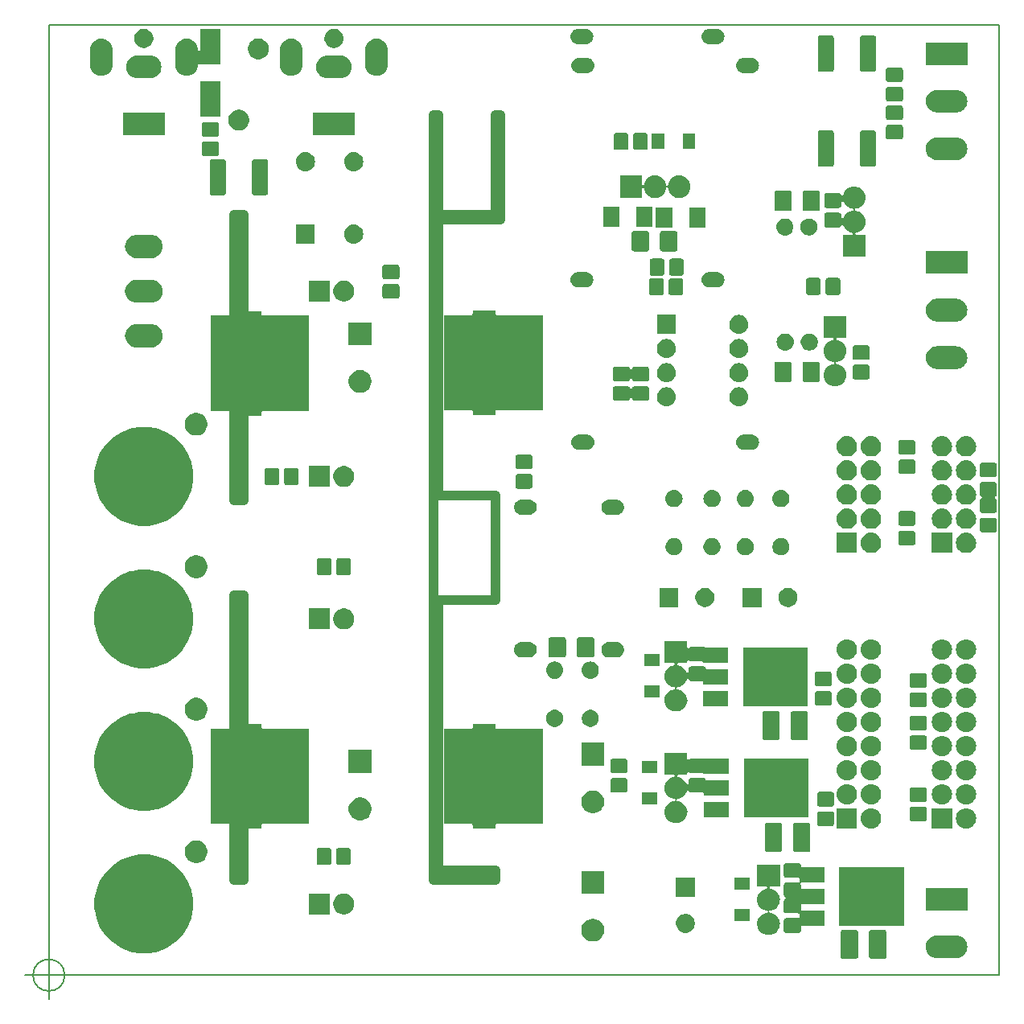
<source format=gbr>
%TF.GenerationSoftware,KiCad,Pcbnew,(5.0.2)-1*%
%TF.CreationDate,2019-03-07T23:56:34+01:00*%
%TF.ProjectId,KicadJE-EuroPowerSupply,4b696361-644a-4452-9d45-75726f506f77,Rev B*%
%TF.SameCoordinates,Original*%
%TF.FileFunction,Soldermask,Top*%
%TF.FilePolarity,Negative*%
%FSLAX46Y46*%
G04 Gerber Fmt 4.6, Leading zero omitted, Abs format (unit mm)*
G04 Created by KiCad (PCBNEW (5.0.2)-1) date 07/03/2019 23:56:34*
%MOMM*%
%LPD*%
G01*
G04 APERTURE LIST*
%ADD10C,1.000000*%
%ADD11C,0.150000*%
%ADD12C,0.200000*%
G04 APERTURE END LIST*
D10*
X140500000Y-139000000D02*
X140500000Y-140000000D01*
X147000000Y-139000000D02*
X140500000Y-139000000D01*
X147000000Y-140000000D02*
X147000000Y-139000000D01*
X140500000Y-140000000D02*
X147000000Y-140000000D01*
X140500000Y-70500000D02*
X140500000Y-70000000D01*
X147500000Y-70500000D02*
X140500000Y-70500000D01*
X147500000Y-59500000D02*
X147500000Y-70500000D01*
X147000000Y-59500000D02*
X147500000Y-59500000D01*
X147000000Y-70000000D02*
X147000000Y-59500000D01*
X140500000Y-70000000D02*
X147000000Y-70000000D01*
X141000000Y-110500000D02*
X141000000Y-140000000D01*
X147000000Y-110500000D02*
X141000000Y-110500000D01*
X141000000Y-99500000D02*
X147000000Y-99500000D01*
X141000000Y-59500000D02*
X141000000Y-99500000D01*
X140500000Y-140000000D02*
X140500000Y-59500000D01*
X147000000Y-110500000D02*
X147000000Y-99500000D01*
X140500000Y-59500000D02*
X141000000Y-59500000D01*
X119500000Y-100000000D02*
X120500000Y-100000000D01*
X141000000Y-140000000D02*
X140500000Y-140000000D01*
X119500000Y-110000000D02*
X120500000Y-110000000D01*
X119500000Y-110000000D02*
X119500000Y-140000000D01*
X120500000Y-140000000D02*
X120500000Y-110000000D01*
X119500000Y-140000000D02*
X120500000Y-140000000D01*
X119500000Y-70000000D02*
X119500000Y-100000000D01*
X119500000Y-70000000D02*
X120500000Y-70000000D01*
X120500000Y-100000000D02*
X120500000Y-70000000D01*
D11*
X101666666Y-150000000D02*
G75*
G03X101666666Y-150000000I-1666666J0D01*
G01*
X97500000Y-150000000D02*
X102500000Y-150000000D01*
X100000000Y-147500000D02*
X100000000Y-152500000D01*
D12*
X200000000Y-50000000D02*
X100000000Y-50000000D01*
X200000000Y-150000000D02*
X200000000Y-50000000D01*
X100000000Y-150000000D02*
X200000000Y-150000000D01*
X100000000Y-50000000D02*
X100000000Y-150000000D01*
D11*
G36*
X187957482Y-145230186D02*
X188002204Y-145243753D01*
X188043433Y-145265790D01*
X188079561Y-145295439D01*
X188109210Y-145331567D01*
X188131247Y-145372796D01*
X188144814Y-145417518D01*
X188150000Y-145470175D01*
X188150000Y-148029825D01*
X188144814Y-148082482D01*
X188131247Y-148127204D01*
X188109210Y-148168433D01*
X188079561Y-148204561D01*
X188043433Y-148234210D01*
X188002204Y-148256247D01*
X187957482Y-148269814D01*
X187904825Y-148275000D01*
X186570175Y-148275000D01*
X186517518Y-148269814D01*
X186472796Y-148256247D01*
X186431567Y-148234210D01*
X186395439Y-148204561D01*
X186365790Y-148168433D01*
X186343753Y-148127204D01*
X186330186Y-148082482D01*
X186325000Y-148029825D01*
X186325000Y-145470175D01*
X186330186Y-145417518D01*
X186343753Y-145372796D01*
X186365790Y-145331567D01*
X186395439Y-145295439D01*
X186431567Y-145265790D01*
X186472796Y-145243753D01*
X186517518Y-145230186D01*
X186570175Y-145225000D01*
X187904825Y-145225000D01*
X187957482Y-145230186D01*
X187957482Y-145230186D01*
G37*
G36*
X184982482Y-145230186D02*
X185027204Y-145243753D01*
X185068433Y-145265790D01*
X185104561Y-145295439D01*
X185134210Y-145331567D01*
X185156247Y-145372796D01*
X185169814Y-145417518D01*
X185175000Y-145470175D01*
X185175000Y-148029825D01*
X185169814Y-148082482D01*
X185156247Y-148127204D01*
X185134210Y-148168433D01*
X185104561Y-148204561D01*
X185068433Y-148234210D01*
X185027204Y-148256247D01*
X184982482Y-148269814D01*
X184929825Y-148275000D01*
X183595175Y-148275000D01*
X183542518Y-148269814D01*
X183497796Y-148256247D01*
X183456567Y-148234210D01*
X183420439Y-148204561D01*
X183390790Y-148168433D01*
X183368753Y-148127204D01*
X183355186Y-148082482D01*
X183350000Y-148029825D01*
X183350000Y-145470175D01*
X183355186Y-145417518D01*
X183368753Y-145372796D01*
X183390790Y-145331567D01*
X183420439Y-145295439D01*
X183456567Y-145265790D01*
X183497796Y-145243753D01*
X183542518Y-145230186D01*
X183595175Y-145225000D01*
X184929825Y-145225000D01*
X184982482Y-145230186D01*
X184982482Y-145230186D01*
G37*
G36*
X195583418Y-145813444D02*
X195723281Y-145827219D01*
X195947596Y-145895265D01*
X196154327Y-146005764D01*
X196335528Y-146154472D01*
X196484236Y-146335673D01*
X196594735Y-146542404D01*
X196662781Y-146766719D01*
X196685757Y-147000000D01*
X196662781Y-147233281D01*
X196594735Y-147457596D01*
X196484236Y-147664327D01*
X196335528Y-147845528D01*
X196154327Y-147994236D01*
X195947596Y-148104735D01*
X195723281Y-148172781D01*
X195583418Y-148186556D01*
X195548453Y-148190000D01*
X193451547Y-148190000D01*
X193416582Y-148186556D01*
X193276719Y-148172781D01*
X193052404Y-148104735D01*
X192845673Y-147994236D01*
X192664472Y-147845528D01*
X192515764Y-147664327D01*
X192405265Y-147457596D01*
X192337219Y-147233281D01*
X192314243Y-147000000D01*
X192337219Y-146766719D01*
X192405265Y-146542404D01*
X192515764Y-146335673D01*
X192664472Y-146154472D01*
X192845673Y-146005764D01*
X193052404Y-145895265D01*
X193276719Y-145827219D01*
X193416582Y-145813444D01*
X193451547Y-145810000D01*
X195548453Y-145810000D01*
X195583418Y-145813444D01*
X195583418Y-145813444D01*
G37*
G36*
X111181908Y-137433222D02*
X111516784Y-137499833D01*
X112463124Y-137891819D01*
X113314807Y-138460896D01*
X114039104Y-139185193D01*
X114608181Y-140036876D01*
X115000167Y-140983216D01*
X115018841Y-141077095D01*
X115200000Y-141987843D01*
X115200000Y-143012157D01*
X115102962Y-143500000D01*
X115000167Y-144016784D01*
X114608181Y-144963124D01*
X114039104Y-145814807D01*
X113314807Y-146539104D01*
X112463124Y-147108181D01*
X111516784Y-147500167D01*
X111181908Y-147566778D01*
X110512157Y-147700000D01*
X109487843Y-147700000D01*
X108818092Y-147566778D01*
X108483216Y-147500167D01*
X107536876Y-147108181D01*
X106685193Y-146539104D01*
X105960896Y-145814807D01*
X105391819Y-144963124D01*
X104999833Y-144016784D01*
X104897038Y-143500000D01*
X104800000Y-143012157D01*
X104800000Y-141987843D01*
X104981159Y-141077095D01*
X104999833Y-140983216D01*
X105391819Y-140036876D01*
X105960896Y-139185193D01*
X106685193Y-138460896D01*
X107536876Y-137891819D01*
X108483216Y-137499833D01*
X108818092Y-137433222D01*
X109487843Y-137300000D01*
X110512157Y-137300000D01*
X111181908Y-137433222D01*
X111181908Y-137433222D01*
G37*
G36*
X157600026Y-144096115D02*
X157818412Y-144186573D01*
X158014958Y-144317901D01*
X158182099Y-144485042D01*
X158313427Y-144681588D01*
X158403885Y-144899974D01*
X158450000Y-145131809D01*
X158450000Y-145368191D01*
X158403885Y-145600026D01*
X158313427Y-145818412D01*
X158182099Y-146014958D01*
X158014958Y-146182099D01*
X157818412Y-146313427D01*
X157600026Y-146403885D01*
X157368191Y-146450000D01*
X157131809Y-146450000D01*
X156899974Y-146403885D01*
X156681588Y-146313427D01*
X156485042Y-146182099D01*
X156317901Y-146014958D01*
X156186573Y-145818412D01*
X156096115Y-145600026D01*
X156050000Y-145368191D01*
X156050000Y-145131809D01*
X156096115Y-144899974D01*
X156186573Y-144681588D01*
X156317901Y-144485042D01*
X156485042Y-144317901D01*
X156681588Y-144186573D01*
X156899974Y-144096115D01*
X157131809Y-144050000D01*
X157368191Y-144050000D01*
X157600026Y-144096115D01*
X157600026Y-144096115D01*
G37*
G36*
X176950000Y-140652500D02*
X176012551Y-140652500D01*
X175988165Y-140654902D01*
X175964716Y-140662015D01*
X175943105Y-140673566D01*
X175924163Y-140689112D01*
X175908617Y-140708054D01*
X175897066Y-140729665D01*
X175889953Y-140753114D01*
X175887551Y-140777500D01*
X175889953Y-140801886D01*
X175897066Y-140825335D01*
X175908617Y-140846946D01*
X175924163Y-140865888D01*
X175943105Y-140881434D01*
X175964716Y-140892985D01*
X176000298Y-140901898D01*
X176023429Y-140904176D01*
X176105045Y-140928934D01*
X176240677Y-140970077D01*
X176440895Y-141077096D01*
X176616384Y-141221116D01*
X176760404Y-141396605D01*
X176867423Y-141596823D01*
X176882212Y-141645578D01*
X176933324Y-141814071D01*
X176955576Y-142040000D01*
X176933324Y-142265929D01*
X176900373Y-142374553D01*
X176867423Y-142483177D01*
X176760404Y-142683395D01*
X176616384Y-142858884D01*
X176440895Y-143002904D01*
X176240677Y-143109923D01*
X176176515Y-143129386D01*
X176023429Y-143175824D01*
X175935451Y-143184489D01*
X175924151Y-143185602D01*
X175900117Y-143190383D01*
X175877478Y-143199760D01*
X175857104Y-143213374D01*
X175839777Y-143230701D01*
X175826163Y-143251076D01*
X175816785Y-143273715D01*
X175812005Y-143297748D01*
X175812005Y-143322252D01*
X175816786Y-143346286D01*
X175826163Y-143368925D01*
X175839777Y-143389299D01*
X175857104Y-143406626D01*
X175877479Y-143420240D01*
X175900118Y-143429618D01*
X175924151Y-143434398D01*
X176023429Y-143444176D01*
X176122903Y-143474351D01*
X176240677Y-143510077D01*
X176440895Y-143617096D01*
X176616384Y-143761116D01*
X176760404Y-143936605D01*
X176867423Y-144136823D01*
X176889017Y-144208009D01*
X176933324Y-144354071D01*
X176955576Y-144580000D01*
X176933324Y-144805929D01*
X176923136Y-144839515D01*
X176867423Y-145023177D01*
X176760404Y-145223395D01*
X176616384Y-145398884D01*
X176440895Y-145542904D01*
X176240677Y-145649923D01*
X176132052Y-145682874D01*
X176023429Y-145715824D01*
X175966991Y-145721383D01*
X175854116Y-145732500D01*
X175645884Y-145732500D01*
X175533009Y-145721383D01*
X175476571Y-145715824D01*
X175367948Y-145682874D01*
X175259323Y-145649923D01*
X175059105Y-145542904D01*
X174883616Y-145398884D01*
X174739596Y-145223395D01*
X174632577Y-145023177D01*
X174576864Y-144839515D01*
X174566676Y-144805929D01*
X174544424Y-144580000D01*
X174566676Y-144354071D01*
X174610983Y-144208009D01*
X174632577Y-144136823D01*
X174739596Y-143936605D01*
X174883616Y-143761116D01*
X175059105Y-143617096D01*
X175259323Y-143510077D01*
X175377097Y-143474351D01*
X175476571Y-143444176D01*
X175575849Y-143434398D01*
X175599883Y-143429617D01*
X175622522Y-143420240D01*
X175642896Y-143406626D01*
X175660223Y-143389299D01*
X175673837Y-143368924D01*
X175683215Y-143346285D01*
X175687995Y-143322252D01*
X175687995Y-143297748D01*
X175683214Y-143273714D01*
X175673837Y-143251075D01*
X175660223Y-143230701D01*
X175642896Y-143213374D01*
X175622521Y-143199760D01*
X175599882Y-143190382D01*
X175575849Y-143185602D01*
X175564549Y-143184489D01*
X175476571Y-143175824D01*
X175323485Y-143129386D01*
X175259323Y-143109923D01*
X175059105Y-143002904D01*
X174883616Y-142858884D01*
X174739596Y-142683395D01*
X174632577Y-142483177D01*
X174599627Y-142374553D01*
X174566676Y-142265929D01*
X174544424Y-142040000D01*
X174566676Y-141814071D01*
X174617788Y-141645578D01*
X174632577Y-141596823D01*
X174739596Y-141396605D01*
X174883616Y-141221116D01*
X175059105Y-141077096D01*
X175259323Y-140970077D01*
X175394955Y-140928934D01*
X175476571Y-140904176D01*
X175499702Y-140901898D01*
X175523735Y-140897117D01*
X175546374Y-140887740D01*
X175566748Y-140874126D01*
X175584075Y-140856799D01*
X175597689Y-140836424D01*
X175607067Y-140813785D01*
X175611847Y-140789752D01*
X175611847Y-140765248D01*
X175607066Y-140741214D01*
X175597689Y-140718575D01*
X175584075Y-140698201D01*
X175566748Y-140680874D01*
X175546373Y-140667260D01*
X175523734Y-140657882D01*
X175487449Y-140652500D01*
X174550000Y-140652500D01*
X174550000Y-138347500D01*
X176950000Y-138347500D01*
X176950000Y-140652500D01*
X176950000Y-140652500D01*
G37*
G36*
X178935530Y-138205710D02*
X178985379Y-138220831D01*
X179031311Y-138245382D01*
X179071574Y-138278426D01*
X179104618Y-138318689D01*
X179129169Y-138364621D01*
X179144290Y-138414470D01*
X179150000Y-138472444D01*
X179150000Y-138545000D01*
X179152402Y-138569386D01*
X179159515Y-138592835D01*
X179171066Y-138614446D01*
X179186612Y-138633388D01*
X179205554Y-138648934D01*
X179227165Y-138660485D01*
X179250614Y-138667598D01*
X179275000Y-138670000D01*
X181600000Y-138670000D01*
X181600000Y-140270000D01*
X179253842Y-140270000D01*
X179229456Y-140272402D01*
X179206007Y-140279515D01*
X179184396Y-140291066D01*
X179165454Y-140306612D01*
X179149908Y-140325554D01*
X179138357Y-140347165D01*
X179131244Y-140370614D01*
X179128842Y-140395000D01*
X179134224Y-140431284D01*
X179144290Y-140464468D01*
X179150000Y-140522444D01*
X179150000Y-140825000D01*
X179152402Y-140849386D01*
X179159515Y-140872835D01*
X179171066Y-140894446D01*
X179186612Y-140913388D01*
X179205554Y-140928934D01*
X179227165Y-140940485D01*
X179250614Y-140947598D01*
X179275000Y-140950000D01*
X181600000Y-140950000D01*
X181600000Y-142550000D01*
X179275000Y-142550000D01*
X179250614Y-142552402D01*
X179227165Y-142559515D01*
X179205554Y-142571066D01*
X179186612Y-142586612D01*
X179171066Y-142605554D01*
X179159515Y-142627165D01*
X179152402Y-142650614D01*
X179150000Y-142675000D01*
X179150000Y-143105000D01*
X179152402Y-143129386D01*
X179159515Y-143152835D01*
X179171066Y-143174446D01*
X179186612Y-143193388D01*
X179205554Y-143208934D01*
X179227165Y-143220485D01*
X179250614Y-143227598D01*
X179275000Y-143230000D01*
X181600000Y-143230000D01*
X181600000Y-144830000D01*
X179275000Y-144830000D01*
X179250614Y-144832402D01*
X179227165Y-144839515D01*
X179205554Y-144851066D01*
X179186612Y-144866612D01*
X179171066Y-144885554D01*
X179159515Y-144907165D01*
X179152402Y-144930614D01*
X179150000Y-144955000D01*
X179150000Y-145277556D01*
X179144290Y-145335530D01*
X179129169Y-145385379D01*
X179104618Y-145431311D01*
X179071574Y-145471574D01*
X179031311Y-145504618D01*
X178985379Y-145529169D01*
X178935530Y-145544290D01*
X178877556Y-145550000D01*
X177622444Y-145550000D01*
X177564470Y-145544290D01*
X177514621Y-145529169D01*
X177468689Y-145504618D01*
X177428426Y-145471574D01*
X177395382Y-145431311D01*
X177370831Y-145385379D01*
X177355710Y-145335530D01*
X177350000Y-145277556D01*
X177350000Y-144272444D01*
X177355710Y-144214470D01*
X177370831Y-144164621D01*
X177395382Y-144118689D01*
X177428426Y-144078426D01*
X177468689Y-144045382D01*
X177514621Y-144020831D01*
X177564470Y-144005710D01*
X177622444Y-144000000D01*
X178875000Y-144000000D01*
X178899386Y-143997598D01*
X178922835Y-143990485D01*
X178944446Y-143978934D01*
X178963388Y-143963388D01*
X178978934Y-143944446D01*
X178990485Y-143922835D01*
X178997598Y-143899386D01*
X179000000Y-143875000D01*
X179000000Y-143625000D01*
X178997598Y-143600614D01*
X178990485Y-143577165D01*
X178978934Y-143555554D01*
X178963388Y-143536612D01*
X178944446Y-143521066D01*
X178922835Y-143509515D01*
X178899386Y-143502402D01*
X178875000Y-143500000D01*
X177622444Y-143500000D01*
X177564470Y-143494290D01*
X177514621Y-143479169D01*
X177468689Y-143454618D01*
X177428426Y-143421574D01*
X177395382Y-143381311D01*
X177370831Y-143335379D01*
X177355710Y-143285530D01*
X177350000Y-143227556D01*
X177350000Y-142222444D01*
X177355710Y-142164470D01*
X177370831Y-142114621D01*
X177395382Y-142068689D01*
X177428426Y-142028426D01*
X177468689Y-141995382D01*
X177487664Y-141985240D01*
X177508039Y-141971626D01*
X177525366Y-141954299D01*
X177538980Y-141933925D01*
X177548357Y-141911286D01*
X177553138Y-141887252D01*
X177553138Y-141862748D01*
X177548358Y-141838715D01*
X177538980Y-141816076D01*
X177525366Y-141795701D01*
X177508039Y-141778374D01*
X177487664Y-141764760D01*
X177468689Y-141754618D01*
X177428426Y-141721574D01*
X177395382Y-141681311D01*
X177370831Y-141635379D01*
X177355710Y-141585530D01*
X177350000Y-141527556D01*
X177350000Y-140522444D01*
X177355710Y-140464470D01*
X177370831Y-140414621D01*
X177395382Y-140368689D01*
X177428426Y-140328426D01*
X177468689Y-140295382D01*
X177514621Y-140270831D01*
X177564470Y-140255710D01*
X177622444Y-140250000D01*
X178875000Y-140250000D01*
X178899386Y-140247598D01*
X178922835Y-140240485D01*
X178944446Y-140228934D01*
X178963388Y-140213388D01*
X178978934Y-140194446D01*
X178990485Y-140172835D01*
X178997598Y-140149386D01*
X179000000Y-140125000D01*
X179000000Y-139875000D01*
X178997598Y-139850614D01*
X178990485Y-139827165D01*
X178978934Y-139805554D01*
X178963388Y-139786612D01*
X178944446Y-139771066D01*
X178922835Y-139759515D01*
X178899386Y-139752402D01*
X178875000Y-139750000D01*
X177622444Y-139750000D01*
X177564470Y-139744290D01*
X177514621Y-139729169D01*
X177468689Y-139704618D01*
X177428426Y-139671574D01*
X177395382Y-139631311D01*
X177370831Y-139585379D01*
X177355710Y-139535530D01*
X177350000Y-139477556D01*
X177350000Y-138472444D01*
X177355710Y-138414470D01*
X177370831Y-138364621D01*
X177395382Y-138318689D01*
X177428426Y-138278426D01*
X177468689Y-138245382D01*
X177514621Y-138220831D01*
X177564470Y-138205710D01*
X177622444Y-138200000D01*
X178877556Y-138200000D01*
X178935530Y-138205710D01*
X178935530Y-138205710D01*
G37*
G36*
X167175770Y-143565372D02*
X167291689Y-143588429D01*
X167473678Y-143663811D01*
X167637463Y-143773249D01*
X167776751Y-143912537D01*
X167886189Y-144076322D01*
X167961571Y-144258311D01*
X168000000Y-144451509D01*
X168000000Y-144648491D01*
X167961571Y-144841689D01*
X167886189Y-145023678D01*
X167776751Y-145187463D01*
X167637463Y-145326751D01*
X167473678Y-145436189D01*
X167291689Y-145511571D01*
X167175770Y-145534628D01*
X167098493Y-145550000D01*
X166901507Y-145550000D01*
X166824230Y-145534628D01*
X166708311Y-145511571D01*
X166526322Y-145436189D01*
X166362537Y-145326751D01*
X166223249Y-145187463D01*
X166113811Y-145023678D01*
X166038429Y-144841689D01*
X166000000Y-144648491D01*
X166000000Y-144451509D01*
X166038429Y-144258311D01*
X166113811Y-144076322D01*
X166223249Y-143912537D01*
X166362537Y-143773249D01*
X166526322Y-143663811D01*
X166708311Y-143588429D01*
X166824230Y-143565372D01*
X166901507Y-143550000D01*
X167098493Y-143550000D01*
X167175770Y-143565372D01*
X167175770Y-143565372D01*
G37*
G36*
X190000000Y-144850000D02*
X183200000Y-144850000D01*
X183200000Y-138650000D01*
X190000000Y-138650000D01*
X190000000Y-144850000D01*
X190000000Y-144850000D01*
G37*
G36*
X173800000Y-144300000D02*
X172200000Y-144300000D01*
X172200000Y-143000000D01*
X173800000Y-143000000D01*
X173800000Y-144300000D01*
X173800000Y-144300000D01*
G37*
G36*
X131360857Y-141442272D02*
X131561042Y-141525191D01*
X131561045Y-141525193D01*
X131725950Y-141635379D01*
X131741213Y-141645578D01*
X131894422Y-141798787D01*
X131894424Y-141798790D01*
X131894425Y-141798791D01*
X131904635Y-141814072D01*
X132014809Y-141978958D01*
X132097728Y-142179143D01*
X132140000Y-142391658D01*
X132140000Y-142608342D01*
X132097728Y-142820857D01*
X132014809Y-143021042D01*
X132014807Y-143021045D01*
X131901659Y-143190383D01*
X131894422Y-143201213D01*
X131741213Y-143354422D01*
X131741210Y-143354424D01*
X131741209Y-143354425D01*
X131631845Y-143427500D01*
X131561042Y-143474809D01*
X131360857Y-143557728D01*
X131148342Y-143600000D01*
X130931658Y-143600000D01*
X130719143Y-143557728D01*
X130518958Y-143474809D01*
X130448155Y-143427500D01*
X130338791Y-143354425D01*
X130338790Y-143354424D01*
X130338787Y-143354422D01*
X130185578Y-143201213D01*
X130178342Y-143190383D01*
X130065193Y-143021045D01*
X130065191Y-143021042D01*
X129982272Y-142820857D01*
X129940000Y-142608342D01*
X129940000Y-142391658D01*
X129982272Y-142179143D01*
X130065191Y-141978958D01*
X130175365Y-141814072D01*
X130185575Y-141798791D01*
X130185576Y-141798790D01*
X130185578Y-141798787D01*
X130338787Y-141645578D01*
X130354051Y-141635379D01*
X130518955Y-141525193D01*
X130518958Y-141525191D01*
X130719143Y-141442272D01*
X130931658Y-141400000D01*
X131148342Y-141400000D01*
X131360857Y-141442272D01*
X131360857Y-141442272D01*
G37*
G36*
X129600000Y-143600000D02*
X127400000Y-143600000D01*
X127400000Y-141400000D01*
X129600000Y-141400000D01*
X129600000Y-143600000D01*
X129600000Y-143600000D01*
G37*
G36*
X196680000Y-143190000D02*
X192320000Y-143190000D01*
X192320000Y-140810000D01*
X196680000Y-140810000D01*
X196680000Y-143190000D01*
X196680000Y-143190000D01*
G37*
G36*
X168000000Y-141750000D02*
X166000000Y-141750000D01*
X166000000Y-139750000D01*
X168000000Y-139750000D01*
X168000000Y-141750000D01*
X168000000Y-141750000D01*
G37*
G36*
X158450000Y-141450000D02*
X156050000Y-141450000D01*
X156050000Y-139050000D01*
X158450000Y-139050000D01*
X158450000Y-141450000D01*
X158450000Y-141450000D01*
G37*
G36*
X173800000Y-141000000D02*
X172200000Y-141000000D01*
X172200000Y-139700000D01*
X173800000Y-139700000D01*
X173800000Y-141000000D01*
X173800000Y-141000000D01*
G37*
G36*
X131560530Y-136605710D02*
X131610379Y-136620831D01*
X131656311Y-136645382D01*
X131696574Y-136678426D01*
X131729618Y-136718689D01*
X131754169Y-136764621D01*
X131769290Y-136814470D01*
X131775000Y-136872444D01*
X131775000Y-138127556D01*
X131769290Y-138185530D01*
X131754169Y-138235379D01*
X131729618Y-138281311D01*
X131696574Y-138321574D01*
X131656311Y-138354618D01*
X131610379Y-138379169D01*
X131560530Y-138394290D01*
X131502556Y-138400000D01*
X130497444Y-138400000D01*
X130439470Y-138394290D01*
X130389621Y-138379169D01*
X130343689Y-138354618D01*
X130303426Y-138321574D01*
X130270382Y-138281311D01*
X130245831Y-138235379D01*
X130230710Y-138185530D01*
X130225000Y-138127556D01*
X130225000Y-136872444D01*
X130230710Y-136814470D01*
X130245831Y-136764621D01*
X130270382Y-136718689D01*
X130303426Y-136678426D01*
X130343689Y-136645382D01*
X130389621Y-136620831D01*
X130439470Y-136605710D01*
X130497444Y-136600000D01*
X131502556Y-136600000D01*
X131560530Y-136605710D01*
X131560530Y-136605710D01*
G37*
G36*
X129510530Y-136605710D02*
X129560379Y-136620831D01*
X129606311Y-136645382D01*
X129646574Y-136678426D01*
X129679618Y-136718689D01*
X129704169Y-136764621D01*
X129719290Y-136814470D01*
X129725000Y-136872444D01*
X129725000Y-138127556D01*
X129719290Y-138185530D01*
X129704169Y-138235379D01*
X129679618Y-138281311D01*
X129646574Y-138321574D01*
X129606311Y-138354618D01*
X129560379Y-138379169D01*
X129510530Y-138394290D01*
X129452556Y-138400000D01*
X128447444Y-138400000D01*
X128389470Y-138394290D01*
X128339621Y-138379169D01*
X128293689Y-138354618D01*
X128253426Y-138321574D01*
X128220382Y-138281311D01*
X128195831Y-138235379D01*
X128180710Y-138185530D01*
X128175000Y-138127556D01*
X128175000Y-136872444D01*
X128180710Y-136814470D01*
X128195831Y-136764621D01*
X128220382Y-136718689D01*
X128253426Y-136678426D01*
X128293689Y-136645382D01*
X128339621Y-136620831D01*
X128389470Y-136605710D01*
X128447444Y-136600000D01*
X129452556Y-136600000D01*
X129510530Y-136605710D01*
X129510530Y-136605710D01*
G37*
G36*
X115850026Y-135846115D02*
X116068412Y-135936573D01*
X116264958Y-136067901D01*
X116432099Y-136235042D01*
X116563427Y-136431588D01*
X116653885Y-136649974D01*
X116700000Y-136881809D01*
X116700000Y-137118191D01*
X116653885Y-137350026D01*
X116563427Y-137568412D01*
X116432099Y-137764958D01*
X116264958Y-137932099D01*
X116068412Y-138063427D01*
X115850026Y-138153885D01*
X115618191Y-138200000D01*
X115381809Y-138200000D01*
X115149974Y-138153885D01*
X114931588Y-138063427D01*
X114735042Y-137932099D01*
X114567901Y-137764958D01*
X114436573Y-137568412D01*
X114346115Y-137350026D01*
X114300000Y-137118191D01*
X114300000Y-136881809D01*
X114346115Y-136649974D01*
X114436573Y-136431588D01*
X114567901Y-136235042D01*
X114735042Y-136067901D01*
X114931588Y-135936573D01*
X115149974Y-135846115D01*
X115381809Y-135800000D01*
X115618191Y-135800000D01*
X115850026Y-135846115D01*
X115850026Y-135846115D01*
G37*
G36*
X176982482Y-133980186D02*
X177027204Y-133993753D01*
X177068433Y-134015790D01*
X177104561Y-134045439D01*
X177134210Y-134081567D01*
X177156247Y-134122796D01*
X177169814Y-134167518D01*
X177175000Y-134220175D01*
X177175000Y-136779825D01*
X177169814Y-136832482D01*
X177156247Y-136877204D01*
X177134210Y-136918433D01*
X177104561Y-136954561D01*
X177068433Y-136984210D01*
X177027204Y-137006247D01*
X176982482Y-137019814D01*
X176929825Y-137025000D01*
X175595175Y-137025000D01*
X175542518Y-137019814D01*
X175497796Y-137006247D01*
X175456567Y-136984210D01*
X175420439Y-136954561D01*
X175390790Y-136918433D01*
X175368753Y-136877204D01*
X175355186Y-136832482D01*
X175350000Y-136779825D01*
X175350000Y-134220175D01*
X175355186Y-134167518D01*
X175368753Y-134122796D01*
X175390790Y-134081567D01*
X175420439Y-134045439D01*
X175456567Y-134015790D01*
X175497796Y-133993753D01*
X175542518Y-133980186D01*
X175595175Y-133975000D01*
X176929825Y-133975000D01*
X176982482Y-133980186D01*
X176982482Y-133980186D01*
G37*
G36*
X179957482Y-133980186D02*
X180002204Y-133993753D01*
X180043433Y-134015790D01*
X180079561Y-134045439D01*
X180109210Y-134081567D01*
X180131247Y-134122796D01*
X180144814Y-134167518D01*
X180150000Y-134220175D01*
X180150000Y-136779825D01*
X180144814Y-136832482D01*
X180131247Y-136877204D01*
X180109210Y-136918433D01*
X180079561Y-136954561D01*
X180043433Y-136984210D01*
X180002204Y-137006247D01*
X179957482Y-137019814D01*
X179904825Y-137025000D01*
X178570175Y-137025000D01*
X178517518Y-137019814D01*
X178472796Y-137006247D01*
X178431567Y-136984210D01*
X178395439Y-136954561D01*
X178365790Y-136918433D01*
X178343753Y-136877204D01*
X178330186Y-136832482D01*
X178325000Y-136779825D01*
X178325000Y-134220175D01*
X178330186Y-134167518D01*
X178343753Y-134122796D01*
X178365790Y-134081567D01*
X178395439Y-134045439D01*
X178431567Y-134015790D01*
X178472796Y-133993753D01*
X178517518Y-133980186D01*
X178570175Y-133975000D01*
X179904825Y-133975000D01*
X179957482Y-133980186D01*
X179957482Y-133980186D01*
G37*
G36*
X122400000Y-123935000D02*
X122402402Y-123959386D01*
X122409515Y-123982835D01*
X122421066Y-124004446D01*
X122436612Y-124023388D01*
X122455554Y-124038934D01*
X122477165Y-124050485D01*
X122500614Y-124057598D01*
X122525000Y-124060000D01*
X127400000Y-124060000D01*
X127400000Y-134080000D01*
X122525000Y-134080000D01*
X122500614Y-134082402D01*
X122477165Y-134089515D01*
X122455554Y-134101066D01*
X122436612Y-134116612D01*
X122421066Y-134135554D01*
X122409515Y-134157165D01*
X122402402Y-134180614D01*
X122400000Y-134205000D01*
X122400000Y-134580000D01*
X120000000Y-134580000D01*
X120000000Y-134205000D01*
X119997598Y-134180614D01*
X119990485Y-134157165D01*
X119978934Y-134135554D01*
X119963388Y-134116612D01*
X119944446Y-134101066D01*
X119922835Y-134089515D01*
X119899386Y-134082402D01*
X119875000Y-134080000D01*
X117000000Y-134080000D01*
X117000000Y-124060000D01*
X119875000Y-124060000D01*
X119899386Y-124057598D01*
X119922835Y-124050485D01*
X119944446Y-124038934D01*
X119963388Y-124023388D01*
X119978934Y-124004446D01*
X119990485Y-123982835D01*
X119997598Y-123959386D01*
X120000000Y-123935000D01*
X120000000Y-123560000D01*
X122400000Y-123560000D01*
X122400000Y-123935000D01*
X122400000Y-123935000D01*
G37*
G36*
X147000000Y-123935000D02*
X147002402Y-123959386D01*
X147009515Y-123982835D01*
X147021066Y-124004446D01*
X147036612Y-124023388D01*
X147055554Y-124038934D01*
X147077165Y-124050485D01*
X147100614Y-124057598D01*
X147125000Y-124060000D01*
X152000000Y-124060000D01*
X152000000Y-134080000D01*
X147125000Y-134080000D01*
X147100614Y-134082402D01*
X147077165Y-134089515D01*
X147055554Y-134101066D01*
X147036612Y-134116612D01*
X147021066Y-134135554D01*
X147009515Y-134157165D01*
X147002402Y-134180614D01*
X147000000Y-134205000D01*
X147000000Y-134580000D01*
X144600000Y-134580000D01*
X144600000Y-134205000D01*
X144597598Y-134180614D01*
X144590485Y-134157165D01*
X144578934Y-134135554D01*
X144563388Y-134116612D01*
X144544446Y-134101066D01*
X144522835Y-134089515D01*
X144499386Y-134082402D01*
X144475000Y-134080000D01*
X141600000Y-134080000D01*
X141600000Y-124060000D01*
X144475000Y-124060000D01*
X144499386Y-124057598D01*
X144522835Y-124050485D01*
X144544446Y-124038934D01*
X144563388Y-124023388D01*
X144578934Y-124004446D01*
X144590485Y-123982835D01*
X144597598Y-123959386D01*
X144600000Y-123935000D01*
X144600000Y-123560000D01*
X147000000Y-123560000D01*
X147000000Y-123935000D01*
X147000000Y-123935000D01*
G37*
G36*
X185063600Y-134563600D02*
X182936400Y-134563600D01*
X182936400Y-132436400D01*
X185063600Y-132436400D01*
X185063600Y-134563600D01*
X185063600Y-134563600D01*
G37*
G36*
X195063600Y-134563600D02*
X192936400Y-134563600D01*
X192936400Y-132436400D01*
X195063600Y-132436400D01*
X195063600Y-134563600D01*
X195063600Y-134563600D01*
G37*
G36*
X196748503Y-132451789D02*
X196948991Y-132512607D01*
X197133764Y-132611369D01*
X197295718Y-132744282D01*
X197428631Y-132906236D01*
X197527393Y-133091009D01*
X197588211Y-133291497D01*
X197608746Y-133500000D01*
X197588211Y-133708503D01*
X197527393Y-133908991D01*
X197428631Y-134093764D01*
X197295718Y-134255718D01*
X197133764Y-134388631D01*
X196948991Y-134487393D01*
X196748503Y-134548211D01*
X196592251Y-134563600D01*
X196487749Y-134563600D01*
X196331497Y-134548211D01*
X196131009Y-134487393D01*
X195946236Y-134388631D01*
X195784282Y-134255718D01*
X195651369Y-134093764D01*
X195552607Y-133908991D01*
X195491789Y-133708503D01*
X195471254Y-133500000D01*
X195491789Y-133291497D01*
X195552607Y-133091009D01*
X195651369Y-132906236D01*
X195784282Y-132744282D01*
X195946236Y-132611369D01*
X196131009Y-132512607D01*
X196331497Y-132451789D01*
X196487749Y-132436400D01*
X196592251Y-132436400D01*
X196748503Y-132451789D01*
X196748503Y-132451789D01*
G37*
G36*
X186748503Y-132451789D02*
X186948991Y-132512607D01*
X187133764Y-132611369D01*
X187295718Y-132744282D01*
X187428631Y-132906236D01*
X187527393Y-133091009D01*
X187588211Y-133291497D01*
X187608746Y-133500000D01*
X187588211Y-133708503D01*
X187527393Y-133908991D01*
X187428631Y-134093764D01*
X187295718Y-134255718D01*
X187133764Y-134388631D01*
X186948991Y-134487393D01*
X186748503Y-134548211D01*
X186592251Y-134563600D01*
X186487749Y-134563600D01*
X186331497Y-134548211D01*
X186131009Y-134487393D01*
X185946236Y-134388631D01*
X185784282Y-134255718D01*
X185651369Y-134093764D01*
X185552607Y-133908991D01*
X185491789Y-133708503D01*
X185471254Y-133500000D01*
X185491789Y-133291497D01*
X185552607Y-133091009D01*
X185651369Y-132906236D01*
X185784282Y-132744282D01*
X185946236Y-132611369D01*
X186131009Y-132512607D01*
X186331497Y-132451789D01*
X186487749Y-132436400D01*
X186592251Y-132436400D01*
X186748503Y-132451789D01*
X186748503Y-132451789D01*
G37*
G36*
X182435530Y-132755710D02*
X182485379Y-132770831D01*
X182531311Y-132795382D01*
X182571574Y-132828426D01*
X182604618Y-132868689D01*
X182629169Y-132914621D01*
X182644290Y-132964470D01*
X182650000Y-133022444D01*
X182650000Y-134027556D01*
X182644290Y-134085530D01*
X182629169Y-134135379D01*
X182604618Y-134181311D01*
X182571574Y-134221574D01*
X182531311Y-134254618D01*
X182485379Y-134279169D01*
X182435530Y-134294290D01*
X182377556Y-134300000D01*
X181122444Y-134300000D01*
X181064470Y-134294290D01*
X181014621Y-134279169D01*
X180968689Y-134254618D01*
X180928426Y-134221574D01*
X180895382Y-134181311D01*
X180870831Y-134135379D01*
X180855710Y-134085530D01*
X180850000Y-134027556D01*
X180850000Y-133022444D01*
X180855710Y-132964470D01*
X180870831Y-132914621D01*
X180895382Y-132868689D01*
X180928426Y-132828426D01*
X180968689Y-132795382D01*
X181014621Y-132770831D01*
X181064470Y-132755710D01*
X181122444Y-132750000D01*
X182377556Y-132750000D01*
X182435530Y-132755710D01*
X182435530Y-132755710D01*
G37*
G36*
X167200000Y-127207412D02*
X167202402Y-127231798D01*
X167209515Y-127255247D01*
X167221066Y-127276858D01*
X167236612Y-127295800D01*
X167255554Y-127311346D01*
X167277165Y-127322897D01*
X167300614Y-127330010D01*
X167325000Y-127332412D01*
X167349386Y-127330010D01*
X167372835Y-127322897D01*
X167394446Y-127311346D01*
X167421626Y-127286712D01*
X167428428Y-127278424D01*
X167468689Y-127245382D01*
X167514621Y-127220831D01*
X167564470Y-127205710D01*
X167622444Y-127200000D01*
X168850000Y-127200000D01*
X168874386Y-127197598D01*
X168882951Y-127195000D01*
X171575000Y-127195000D01*
X171575000Y-128795000D01*
X168945272Y-128795000D01*
X168938388Y-128786612D01*
X168919446Y-128771066D01*
X168897835Y-128759515D01*
X168874386Y-128752402D01*
X168850000Y-128750000D01*
X167622444Y-128750000D01*
X167564470Y-128744290D01*
X167514621Y-128729169D01*
X167468689Y-128704618D01*
X167428428Y-128671576D01*
X167421626Y-128663288D01*
X167404298Y-128645961D01*
X167383924Y-128632347D01*
X167361284Y-128622970D01*
X167337251Y-128618190D01*
X167312747Y-128618190D01*
X167288713Y-128622971D01*
X167266074Y-128632348D01*
X167245700Y-128645962D01*
X167228373Y-128663290D01*
X167214759Y-128683664D01*
X167205382Y-128706304D01*
X167200000Y-128742588D01*
X167200000Y-128902500D01*
X166262551Y-128902500D01*
X166238165Y-128904902D01*
X166214716Y-128912015D01*
X166193105Y-128923566D01*
X166174163Y-128939112D01*
X166158617Y-128958054D01*
X166147066Y-128979665D01*
X166139953Y-129003114D01*
X166137551Y-129027500D01*
X166139953Y-129051886D01*
X166147066Y-129075335D01*
X166158617Y-129096946D01*
X166174163Y-129115888D01*
X166193105Y-129131434D01*
X166214716Y-129142985D01*
X166250298Y-129151898D01*
X166273429Y-129154176D01*
X166382053Y-129187127D01*
X166490677Y-129220077D01*
X166690895Y-129327096D01*
X166866384Y-129471116D01*
X167010404Y-129646605D01*
X167114760Y-129841841D01*
X167128374Y-129862215D01*
X167145701Y-129879542D01*
X167166075Y-129893156D01*
X167188714Y-129902534D01*
X167212748Y-129907314D01*
X167237252Y-129907314D01*
X167261286Y-129902534D01*
X167283925Y-129893156D01*
X167304299Y-129879542D01*
X167321626Y-129862215D01*
X167335240Y-129841841D01*
X167344618Y-129819202D01*
X167350000Y-129782916D01*
X167350000Y-129522444D01*
X167355710Y-129464470D01*
X167370831Y-129414621D01*
X167395382Y-129368689D01*
X167428426Y-129328426D01*
X167468689Y-129295382D01*
X167514621Y-129270831D01*
X167564470Y-129255710D01*
X167622444Y-129250000D01*
X168877556Y-129250000D01*
X168935530Y-129255710D01*
X168985379Y-129270831D01*
X169031311Y-129295382D01*
X169071574Y-129328426D01*
X169104617Y-129368688D01*
X169126124Y-129408925D01*
X169139738Y-129429299D01*
X169157065Y-129446627D01*
X169177440Y-129460240D01*
X169200079Y-129469618D01*
X169236364Y-129475000D01*
X171575000Y-129475000D01*
X171575000Y-131075000D01*
X168975000Y-131075000D01*
X168975000Y-130925000D01*
X168972598Y-130900614D01*
X168965485Y-130877165D01*
X168953934Y-130855554D01*
X168938388Y-130836612D01*
X168919446Y-130821066D01*
X168897835Y-130809515D01*
X168874386Y-130802402D01*
X168850000Y-130800000D01*
X167622444Y-130800000D01*
X167564470Y-130794290D01*
X167514621Y-130779169D01*
X167468689Y-130754618D01*
X167428426Y-130721574D01*
X167395382Y-130681311D01*
X167370352Y-130634482D01*
X167356739Y-130614107D01*
X167339412Y-130596780D01*
X167319037Y-130583166D01*
X167296398Y-130573789D01*
X167272365Y-130569008D01*
X167247860Y-130569008D01*
X167223827Y-130573788D01*
X167201188Y-130583166D01*
X167180813Y-130596779D01*
X167163486Y-130614106D01*
X167149872Y-130634481D01*
X167140495Y-130657117D01*
X167121168Y-130720831D01*
X167117422Y-130733178D01*
X167010404Y-130933395D01*
X166866384Y-131108884D01*
X166690895Y-131252904D01*
X166490677Y-131359923D01*
X166460783Y-131368991D01*
X166273429Y-131425824D01*
X166185451Y-131434489D01*
X166174151Y-131435602D01*
X166150117Y-131440383D01*
X166127478Y-131449760D01*
X166107104Y-131463374D01*
X166089777Y-131480701D01*
X166076163Y-131501076D01*
X166066785Y-131523715D01*
X166062005Y-131547748D01*
X166062005Y-131572252D01*
X166066786Y-131596286D01*
X166076163Y-131618925D01*
X166089777Y-131639299D01*
X166107104Y-131656626D01*
X166127479Y-131670240D01*
X166150118Y-131679618D01*
X166174151Y-131684398D01*
X166273429Y-131694176D01*
X166382052Y-131727126D01*
X166490677Y-131760077D01*
X166690895Y-131867096D01*
X166866384Y-132011116D01*
X167010404Y-132186605D01*
X167117423Y-132386823D01*
X167128929Y-132424753D01*
X167183324Y-132604071D01*
X167205576Y-132830000D01*
X167183324Y-133055929D01*
X167154604Y-133150605D01*
X167117423Y-133273177D01*
X167010404Y-133473395D01*
X166866384Y-133648884D01*
X166690895Y-133792904D01*
X166490677Y-133899923D01*
X166460783Y-133908991D01*
X166273429Y-133965824D01*
X166216991Y-133971383D01*
X166104116Y-133982500D01*
X165895884Y-133982500D01*
X165783009Y-133971383D01*
X165726571Y-133965824D01*
X165539217Y-133908991D01*
X165509323Y-133899923D01*
X165309105Y-133792904D01*
X165133616Y-133648884D01*
X164989596Y-133473395D01*
X164882577Y-133273177D01*
X164845396Y-133150605D01*
X164816676Y-133055929D01*
X164794424Y-132830000D01*
X164816676Y-132604071D01*
X164871071Y-132424753D01*
X164882577Y-132386823D01*
X164989596Y-132186605D01*
X165133616Y-132011116D01*
X165309105Y-131867096D01*
X165509323Y-131760077D01*
X165617948Y-131727126D01*
X165726571Y-131694176D01*
X165825849Y-131684398D01*
X165849883Y-131679617D01*
X165872522Y-131670240D01*
X165892896Y-131656626D01*
X165910223Y-131639299D01*
X165923837Y-131618924D01*
X165933215Y-131596285D01*
X165937995Y-131572252D01*
X165937995Y-131547748D01*
X165933214Y-131523714D01*
X165923837Y-131501075D01*
X165910223Y-131480701D01*
X165892896Y-131463374D01*
X165872521Y-131449760D01*
X165849882Y-131440382D01*
X165825849Y-131435602D01*
X165814549Y-131434489D01*
X165726571Y-131425824D01*
X165539217Y-131368991D01*
X165509323Y-131359923D01*
X165309105Y-131252904D01*
X165133616Y-131108884D01*
X164989596Y-130933395D01*
X164882577Y-130733177D01*
X164830638Y-130561956D01*
X164816676Y-130515929D01*
X164794424Y-130290000D01*
X164816676Y-130064071D01*
X164862870Y-129911789D01*
X164882577Y-129846823D01*
X164989596Y-129646605D01*
X165133616Y-129471116D01*
X165309105Y-129327096D01*
X165509323Y-129220077D01*
X165617947Y-129187127D01*
X165726571Y-129154176D01*
X165749702Y-129151898D01*
X165773735Y-129147117D01*
X165796374Y-129137740D01*
X165816748Y-129124126D01*
X165834075Y-129106799D01*
X165847689Y-129086424D01*
X165857067Y-129063785D01*
X165861847Y-129039752D01*
X165861847Y-129015248D01*
X165857066Y-128991214D01*
X165847689Y-128968575D01*
X165834075Y-128948201D01*
X165816748Y-128930874D01*
X165796373Y-128917260D01*
X165773734Y-128907882D01*
X165737449Y-128902500D01*
X164800000Y-128902500D01*
X164800000Y-126597500D01*
X167200000Y-126597500D01*
X167200000Y-127207412D01*
X167200000Y-127207412D01*
G37*
G36*
X192185530Y-132280710D02*
X192235379Y-132295831D01*
X192281311Y-132320382D01*
X192321574Y-132353426D01*
X192354618Y-132393689D01*
X192379169Y-132439621D01*
X192394290Y-132489470D01*
X192400000Y-132547444D01*
X192400000Y-133552556D01*
X192394290Y-133610530D01*
X192379169Y-133660379D01*
X192354618Y-133706311D01*
X192321574Y-133746574D01*
X192281311Y-133779618D01*
X192235379Y-133804169D01*
X192185530Y-133819290D01*
X192127556Y-133825000D01*
X190872444Y-133825000D01*
X190814470Y-133819290D01*
X190764621Y-133804169D01*
X190718689Y-133779618D01*
X190678426Y-133746574D01*
X190645382Y-133706311D01*
X190620831Y-133660379D01*
X190605710Y-133610530D01*
X190600000Y-133552556D01*
X190600000Y-132547444D01*
X190605710Y-132489470D01*
X190620831Y-132439621D01*
X190645382Y-132393689D01*
X190678426Y-132353426D01*
X190718689Y-132320382D01*
X190764621Y-132295831D01*
X190814470Y-132280710D01*
X190872444Y-132275000D01*
X192127556Y-132275000D01*
X192185530Y-132280710D01*
X192185530Y-132280710D01*
G37*
G36*
X133100026Y-131346115D02*
X133318412Y-131436573D01*
X133514958Y-131567901D01*
X133682099Y-131735042D01*
X133813427Y-131931588D01*
X133903885Y-132149974D01*
X133950000Y-132381809D01*
X133950000Y-132618191D01*
X133903885Y-132850026D01*
X133813427Y-133068412D01*
X133682099Y-133264958D01*
X133514958Y-133432099D01*
X133318412Y-133563427D01*
X133100026Y-133653885D01*
X132868191Y-133700000D01*
X132631809Y-133700000D01*
X132399974Y-133653885D01*
X132181588Y-133563427D01*
X131985042Y-133432099D01*
X131817901Y-133264958D01*
X131686573Y-133068412D01*
X131596115Y-132850026D01*
X131550000Y-132618191D01*
X131550000Y-132381809D01*
X131596115Y-132149974D01*
X131686573Y-131931588D01*
X131817901Y-131735042D01*
X131985042Y-131567901D01*
X132181588Y-131436573D01*
X132399974Y-131346115D01*
X132631809Y-131300000D01*
X132868191Y-131300000D01*
X133100026Y-131346115D01*
X133100026Y-131346115D01*
G37*
G36*
X179975000Y-133375000D02*
X173175000Y-133375000D01*
X173175000Y-127175000D01*
X179975000Y-127175000D01*
X179975000Y-133375000D01*
X179975000Y-133375000D01*
G37*
G36*
X171575000Y-133355000D02*
X168975000Y-133355000D01*
X168975000Y-131755000D01*
X171575000Y-131755000D01*
X171575000Y-133355000D01*
X171575000Y-133355000D01*
G37*
G36*
X157600026Y-130596115D02*
X157818412Y-130686573D01*
X158014958Y-130817901D01*
X158182099Y-130985042D01*
X158313427Y-131181588D01*
X158403885Y-131399974D01*
X158450000Y-131631809D01*
X158450000Y-131868191D01*
X158403885Y-132100026D01*
X158313427Y-132318412D01*
X158182099Y-132514958D01*
X158014958Y-132682099D01*
X157818412Y-132813427D01*
X157600026Y-132903885D01*
X157368191Y-132950000D01*
X157131809Y-132950000D01*
X156899974Y-132903885D01*
X156681588Y-132813427D01*
X156485042Y-132682099D01*
X156317901Y-132514958D01*
X156186573Y-132318412D01*
X156096115Y-132100026D01*
X156050000Y-131868191D01*
X156050000Y-131631809D01*
X156096115Y-131399974D01*
X156186573Y-131181588D01*
X156317901Y-130985042D01*
X156485042Y-130817901D01*
X156681588Y-130686573D01*
X156899974Y-130596115D01*
X157131809Y-130550000D01*
X157368191Y-130550000D01*
X157600026Y-130596115D01*
X157600026Y-130596115D01*
G37*
G36*
X111128759Y-122422650D02*
X111516784Y-122499833D01*
X112463124Y-122891819D01*
X113314807Y-123460896D01*
X114039104Y-124185193D01*
X114608181Y-125036876D01*
X115000167Y-125983216D01*
X115042300Y-126195031D01*
X115200000Y-126987843D01*
X115200000Y-128012157D01*
X115120258Y-128413044D01*
X115000167Y-129016784D01*
X114608181Y-129963124D01*
X114039104Y-130814807D01*
X113314807Y-131539104D01*
X112463124Y-132108181D01*
X111516784Y-132500167D01*
X111279106Y-132547444D01*
X110512157Y-132700000D01*
X109487843Y-132700000D01*
X108720894Y-132547444D01*
X108483216Y-132500167D01*
X107536876Y-132108181D01*
X106685193Y-131539104D01*
X105960896Y-130814807D01*
X105391819Y-129963124D01*
X104999833Y-129016784D01*
X104879742Y-128413044D01*
X104800000Y-128012157D01*
X104800000Y-126987843D01*
X104957700Y-126195031D01*
X104999833Y-125983216D01*
X105391819Y-125036876D01*
X105960896Y-124185193D01*
X106685193Y-123460896D01*
X107536876Y-122891819D01*
X108483216Y-122499833D01*
X108871241Y-122422650D01*
X109487843Y-122300000D01*
X110512157Y-122300000D01*
X111128759Y-122422650D01*
X111128759Y-122422650D01*
G37*
G36*
X182435530Y-130705710D02*
X182485379Y-130720831D01*
X182531311Y-130745382D01*
X182571574Y-130778426D01*
X182604618Y-130818689D01*
X182629169Y-130864621D01*
X182644290Y-130914470D01*
X182650000Y-130972444D01*
X182650000Y-131977556D01*
X182644290Y-132035530D01*
X182629169Y-132085379D01*
X182604618Y-132131311D01*
X182571574Y-132171574D01*
X182531311Y-132204618D01*
X182485379Y-132229169D01*
X182435530Y-132244290D01*
X182377556Y-132250000D01*
X181122444Y-132250000D01*
X181064470Y-132244290D01*
X181014621Y-132229169D01*
X180968689Y-132204618D01*
X180928426Y-132171574D01*
X180895382Y-132131311D01*
X180870831Y-132085379D01*
X180855710Y-132035530D01*
X180850000Y-131977556D01*
X180850000Y-130972444D01*
X180855710Y-130914470D01*
X180870831Y-130864621D01*
X180895382Y-130818689D01*
X180928426Y-130778426D01*
X180968689Y-130745382D01*
X181014621Y-130720831D01*
X181064470Y-130705710D01*
X181122444Y-130700000D01*
X182377556Y-130700000D01*
X182435530Y-130705710D01*
X182435530Y-130705710D01*
G37*
G36*
X164050000Y-132050000D02*
X162450000Y-132050000D01*
X162450000Y-130750000D01*
X164050000Y-130750000D01*
X164050000Y-132050000D01*
X164050000Y-132050000D01*
G37*
G36*
X196748503Y-129911789D02*
X196948991Y-129972607D01*
X197133764Y-130071369D01*
X197295718Y-130204282D01*
X197428631Y-130366236D01*
X197527393Y-130551009D01*
X197588211Y-130751497D01*
X197608746Y-130960000D01*
X197588211Y-131168503D01*
X197527393Y-131368991D01*
X197428631Y-131553764D01*
X197295718Y-131715718D01*
X197133764Y-131848631D01*
X196948991Y-131947393D01*
X196748503Y-132008211D01*
X196592251Y-132023600D01*
X196487749Y-132023600D01*
X196331497Y-132008211D01*
X196131009Y-131947393D01*
X195946236Y-131848631D01*
X195784282Y-131715718D01*
X195651369Y-131553764D01*
X195552607Y-131368991D01*
X195491789Y-131168503D01*
X195471254Y-130960000D01*
X195491789Y-130751497D01*
X195552607Y-130551009D01*
X195651369Y-130366236D01*
X195784282Y-130204282D01*
X195946236Y-130071369D01*
X196131009Y-129972607D01*
X196331497Y-129911789D01*
X196487749Y-129896400D01*
X196592251Y-129896400D01*
X196748503Y-129911789D01*
X196748503Y-129911789D01*
G37*
G36*
X194208503Y-129911789D02*
X194408991Y-129972607D01*
X194593764Y-130071369D01*
X194755718Y-130204282D01*
X194888631Y-130366236D01*
X194987393Y-130551009D01*
X195048211Y-130751497D01*
X195068746Y-130960000D01*
X195048211Y-131168503D01*
X194987393Y-131368991D01*
X194888631Y-131553764D01*
X194755718Y-131715718D01*
X194593764Y-131848631D01*
X194408991Y-131947393D01*
X194208503Y-132008211D01*
X194052251Y-132023600D01*
X193947749Y-132023600D01*
X193791497Y-132008211D01*
X193591009Y-131947393D01*
X193406236Y-131848631D01*
X193244282Y-131715718D01*
X193111369Y-131553764D01*
X193012607Y-131368991D01*
X192951789Y-131168503D01*
X192931254Y-130960000D01*
X192951789Y-130751497D01*
X193012607Y-130551009D01*
X193111369Y-130366236D01*
X193244282Y-130204282D01*
X193406236Y-130071369D01*
X193591009Y-129972607D01*
X193791497Y-129911789D01*
X193947749Y-129896400D01*
X194052251Y-129896400D01*
X194208503Y-129911789D01*
X194208503Y-129911789D01*
G37*
G36*
X184208503Y-129911789D02*
X184408991Y-129972607D01*
X184593764Y-130071369D01*
X184755718Y-130204282D01*
X184888631Y-130366236D01*
X184987393Y-130551009D01*
X185048211Y-130751497D01*
X185068746Y-130960000D01*
X185048211Y-131168503D01*
X184987393Y-131368991D01*
X184888631Y-131553764D01*
X184755718Y-131715718D01*
X184593764Y-131848631D01*
X184408991Y-131947393D01*
X184208503Y-132008211D01*
X184052251Y-132023600D01*
X183947749Y-132023600D01*
X183791497Y-132008211D01*
X183591009Y-131947393D01*
X183406236Y-131848631D01*
X183244282Y-131715718D01*
X183111369Y-131553764D01*
X183012607Y-131368991D01*
X182951789Y-131168503D01*
X182931254Y-130960000D01*
X182951789Y-130751497D01*
X183012607Y-130551009D01*
X183111369Y-130366236D01*
X183244282Y-130204282D01*
X183406236Y-130071369D01*
X183591009Y-129972607D01*
X183791497Y-129911789D01*
X183947749Y-129896400D01*
X184052251Y-129896400D01*
X184208503Y-129911789D01*
X184208503Y-129911789D01*
G37*
G36*
X186748503Y-129911789D02*
X186948991Y-129972607D01*
X187133764Y-130071369D01*
X187295718Y-130204282D01*
X187428631Y-130366236D01*
X187527393Y-130551009D01*
X187588211Y-130751497D01*
X187608746Y-130960000D01*
X187588211Y-131168503D01*
X187527393Y-131368991D01*
X187428631Y-131553764D01*
X187295718Y-131715718D01*
X187133764Y-131848631D01*
X186948991Y-131947393D01*
X186748503Y-132008211D01*
X186592251Y-132023600D01*
X186487749Y-132023600D01*
X186331497Y-132008211D01*
X186131009Y-131947393D01*
X185946236Y-131848631D01*
X185784282Y-131715718D01*
X185651369Y-131553764D01*
X185552607Y-131368991D01*
X185491789Y-131168503D01*
X185471254Y-130960000D01*
X185491789Y-130751497D01*
X185552607Y-130551009D01*
X185651369Y-130366236D01*
X185784282Y-130204282D01*
X185946236Y-130071369D01*
X186131009Y-129972607D01*
X186331497Y-129911789D01*
X186487749Y-129896400D01*
X186592251Y-129896400D01*
X186748503Y-129911789D01*
X186748503Y-129911789D01*
G37*
G36*
X192185530Y-130230710D02*
X192235379Y-130245831D01*
X192281311Y-130270382D01*
X192321574Y-130303426D01*
X192354618Y-130343689D01*
X192379169Y-130389621D01*
X192394290Y-130439470D01*
X192400000Y-130497444D01*
X192400000Y-131502556D01*
X192394290Y-131560530D01*
X192379169Y-131610379D01*
X192354618Y-131656311D01*
X192321574Y-131696574D01*
X192281311Y-131729618D01*
X192235379Y-131754169D01*
X192185530Y-131769290D01*
X192127556Y-131775000D01*
X190872444Y-131775000D01*
X190814470Y-131769290D01*
X190764621Y-131754169D01*
X190718689Y-131729618D01*
X190678426Y-131696574D01*
X190645382Y-131656311D01*
X190620831Y-131610379D01*
X190605710Y-131560530D01*
X190600000Y-131502556D01*
X190600000Y-130497444D01*
X190605710Y-130439470D01*
X190620831Y-130389621D01*
X190645382Y-130343689D01*
X190678426Y-130303426D01*
X190718689Y-130270382D01*
X190764621Y-130245831D01*
X190814470Y-130230710D01*
X190872444Y-130225000D01*
X192127556Y-130225000D01*
X192185530Y-130230710D01*
X192185530Y-130230710D01*
G37*
G36*
X160685530Y-129255710D02*
X160735379Y-129270831D01*
X160781311Y-129295382D01*
X160821574Y-129328426D01*
X160854618Y-129368689D01*
X160879169Y-129414621D01*
X160894290Y-129464470D01*
X160900000Y-129522444D01*
X160900000Y-130527556D01*
X160894290Y-130585530D01*
X160879169Y-130635379D01*
X160854618Y-130681311D01*
X160821574Y-130721574D01*
X160781311Y-130754618D01*
X160735379Y-130779169D01*
X160685530Y-130794290D01*
X160627556Y-130800000D01*
X159372444Y-130800000D01*
X159314470Y-130794290D01*
X159264621Y-130779169D01*
X159218689Y-130754618D01*
X159178426Y-130721574D01*
X159145382Y-130681311D01*
X159120831Y-130635379D01*
X159105710Y-130585530D01*
X159100000Y-130527556D01*
X159100000Y-129522444D01*
X159105710Y-129464470D01*
X159120831Y-129414621D01*
X159145382Y-129368689D01*
X159178426Y-129328426D01*
X159218689Y-129295382D01*
X159264621Y-129270831D01*
X159314470Y-129255710D01*
X159372444Y-129250000D01*
X160627556Y-129250000D01*
X160685530Y-129255710D01*
X160685530Y-129255710D01*
G37*
G36*
X186748503Y-127371789D02*
X186948991Y-127432607D01*
X187133764Y-127531369D01*
X187295718Y-127664282D01*
X187428631Y-127826236D01*
X187527393Y-128011009D01*
X187588211Y-128211497D01*
X187608746Y-128420000D01*
X187588211Y-128628503D01*
X187527393Y-128828991D01*
X187428631Y-129013764D01*
X187295718Y-129175718D01*
X187133764Y-129308631D01*
X186948991Y-129407393D01*
X186748503Y-129468211D01*
X186592251Y-129483600D01*
X186487749Y-129483600D01*
X186331497Y-129468211D01*
X186131009Y-129407393D01*
X185946236Y-129308631D01*
X185784282Y-129175718D01*
X185651369Y-129013764D01*
X185552607Y-128828991D01*
X185491789Y-128628503D01*
X185471254Y-128420000D01*
X185491789Y-128211497D01*
X185552607Y-128011009D01*
X185651369Y-127826236D01*
X185784282Y-127664282D01*
X185946236Y-127531369D01*
X186131009Y-127432607D01*
X186331497Y-127371789D01*
X186487749Y-127356400D01*
X186592251Y-127356400D01*
X186748503Y-127371789D01*
X186748503Y-127371789D01*
G37*
G36*
X196748503Y-127371789D02*
X196948991Y-127432607D01*
X197133764Y-127531369D01*
X197295718Y-127664282D01*
X197428631Y-127826236D01*
X197527393Y-128011009D01*
X197588211Y-128211497D01*
X197608746Y-128420000D01*
X197588211Y-128628503D01*
X197527393Y-128828991D01*
X197428631Y-129013764D01*
X197295718Y-129175718D01*
X197133764Y-129308631D01*
X196948991Y-129407393D01*
X196748503Y-129468211D01*
X196592251Y-129483600D01*
X196487749Y-129483600D01*
X196331497Y-129468211D01*
X196131009Y-129407393D01*
X195946236Y-129308631D01*
X195784282Y-129175718D01*
X195651369Y-129013764D01*
X195552607Y-128828991D01*
X195491789Y-128628503D01*
X195471254Y-128420000D01*
X195491789Y-128211497D01*
X195552607Y-128011009D01*
X195651369Y-127826236D01*
X195784282Y-127664282D01*
X195946236Y-127531369D01*
X196131009Y-127432607D01*
X196331497Y-127371789D01*
X196487749Y-127356400D01*
X196592251Y-127356400D01*
X196748503Y-127371789D01*
X196748503Y-127371789D01*
G37*
G36*
X184208503Y-127371789D02*
X184408991Y-127432607D01*
X184593764Y-127531369D01*
X184755718Y-127664282D01*
X184888631Y-127826236D01*
X184987393Y-128011009D01*
X185048211Y-128211497D01*
X185068746Y-128420000D01*
X185048211Y-128628503D01*
X184987393Y-128828991D01*
X184888631Y-129013764D01*
X184755718Y-129175718D01*
X184593764Y-129308631D01*
X184408991Y-129407393D01*
X184208503Y-129468211D01*
X184052251Y-129483600D01*
X183947749Y-129483600D01*
X183791497Y-129468211D01*
X183591009Y-129407393D01*
X183406236Y-129308631D01*
X183244282Y-129175718D01*
X183111369Y-129013764D01*
X183012607Y-128828991D01*
X182951789Y-128628503D01*
X182931254Y-128420000D01*
X182951789Y-128211497D01*
X183012607Y-128011009D01*
X183111369Y-127826236D01*
X183244282Y-127664282D01*
X183406236Y-127531369D01*
X183591009Y-127432607D01*
X183791497Y-127371789D01*
X183947749Y-127356400D01*
X184052251Y-127356400D01*
X184208503Y-127371789D01*
X184208503Y-127371789D01*
G37*
G36*
X194208503Y-127371789D02*
X194408991Y-127432607D01*
X194593764Y-127531369D01*
X194755718Y-127664282D01*
X194888631Y-127826236D01*
X194987393Y-128011009D01*
X195048211Y-128211497D01*
X195068746Y-128420000D01*
X195048211Y-128628503D01*
X194987393Y-128828991D01*
X194888631Y-129013764D01*
X194755718Y-129175718D01*
X194593764Y-129308631D01*
X194408991Y-129407393D01*
X194208503Y-129468211D01*
X194052251Y-129483600D01*
X193947749Y-129483600D01*
X193791497Y-129468211D01*
X193591009Y-129407393D01*
X193406236Y-129308631D01*
X193244282Y-129175718D01*
X193111369Y-129013764D01*
X193012607Y-128828991D01*
X192951789Y-128628503D01*
X192931254Y-128420000D01*
X192951789Y-128211497D01*
X193012607Y-128011009D01*
X193111369Y-127826236D01*
X193244282Y-127664282D01*
X193406236Y-127531369D01*
X193591009Y-127432607D01*
X193791497Y-127371789D01*
X193947749Y-127356400D01*
X194052251Y-127356400D01*
X194208503Y-127371789D01*
X194208503Y-127371789D01*
G37*
G36*
X160685530Y-127205710D02*
X160735379Y-127220831D01*
X160781311Y-127245382D01*
X160821574Y-127278426D01*
X160854618Y-127318689D01*
X160879169Y-127364621D01*
X160894290Y-127414470D01*
X160900000Y-127472444D01*
X160900000Y-128477556D01*
X160894290Y-128535530D01*
X160879169Y-128585379D01*
X160854618Y-128631311D01*
X160821574Y-128671574D01*
X160781311Y-128704618D01*
X160735379Y-128729169D01*
X160685530Y-128744290D01*
X160627556Y-128750000D01*
X159372444Y-128750000D01*
X159314470Y-128744290D01*
X159264621Y-128729169D01*
X159218689Y-128704618D01*
X159178426Y-128671574D01*
X159145382Y-128631311D01*
X159120831Y-128585379D01*
X159105710Y-128535530D01*
X159100000Y-128477556D01*
X159100000Y-127472444D01*
X159105710Y-127414470D01*
X159120831Y-127364621D01*
X159145382Y-127318689D01*
X159178426Y-127278426D01*
X159218689Y-127245382D01*
X159264621Y-127220831D01*
X159314470Y-127205710D01*
X159372444Y-127200000D01*
X160627556Y-127200000D01*
X160685530Y-127205710D01*
X160685530Y-127205710D01*
G37*
G36*
X164050000Y-128750000D02*
X162450000Y-128750000D01*
X162450000Y-127450000D01*
X164050000Y-127450000D01*
X164050000Y-128750000D01*
X164050000Y-128750000D01*
G37*
G36*
X133950000Y-128700000D02*
X131550000Y-128700000D01*
X131550000Y-126300000D01*
X133950000Y-126300000D01*
X133950000Y-128700000D01*
X133950000Y-128700000D01*
G37*
G36*
X158450000Y-127950000D02*
X156050000Y-127950000D01*
X156050000Y-125550000D01*
X158450000Y-125550000D01*
X158450000Y-127950000D01*
X158450000Y-127950000D01*
G37*
G36*
X196748503Y-124831789D02*
X196948991Y-124892607D01*
X197133764Y-124991369D01*
X197295718Y-125124282D01*
X197428631Y-125286236D01*
X197527393Y-125471009D01*
X197588211Y-125671497D01*
X197608746Y-125880000D01*
X197588211Y-126088503D01*
X197527393Y-126288991D01*
X197428631Y-126473764D01*
X197295718Y-126635718D01*
X197133764Y-126768631D01*
X196948991Y-126867393D01*
X196748503Y-126928211D01*
X196592251Y-126943600D01*
X196487749Y-126943600D01*
X196331497Y-126928211D01*
X196131009Y-126867393D01*
X195946236Y-126768631D01*
X195784282Y-126635718D01*
X195651369Y-126473764D01*
X195552607Y-126288991D01*
X195491789Y-126088503D01*
X195471254Y-125880000D01*
X195491789Y-125671497D01*
X195552607Y-125471009D01*
X195651369Y-125286236D01*
X195784282Y-125124282D01*
X195946236Y-124991369D01*
X196131009Y-124892607D01*
X196331497Y-124831789D01*
X196487749Y-124816400D01*
X196592251Y-124816400D01*
X196748503Y-124831789D01*
X196748503Y-124831789D01*
G37*
G36*
X194208503Y-124831789D02*
X194408991Y-124892607D01*
X194593764Y-124991369D01*
X194755718Y-125124282D01*
X194888631Y-125286236D01*
X194987393Y-125471009D01*
X195048211Y-125671497D01*
X195068746Y-125880000D01*
X195048211Y-126088503D01*
X194987393Y-126288991D01*
X194888631Y-126473764D01*
X194755718Y-126635718D01*
X194593764Y-126768631D01*
X194408991Y-126867393D01*
X194208503Y-126928211D01*
X194052251Y-126943600D01*
X193947749Y-126943600D01*
X193791497Y-126928211D01*
X193591009Y-126867393D01*
X193406236Y-126768631D01*
X193244282Y-126635718D01*
X193111369Y-126473764D01*
X193012607Y-126288991D01*
X192951789Y-126088503D01*
X192931254Y-125880000D01*
X192951789Y-125671497D01*
X193012607Y-125471009D01*
X193111369Y-125286236D01*
X193244282Y-125124282D01*
X193406236Y-124991369D01*
X193591009Y-124892607D01*
X193791497Y-124831789D01*
X193947749Y-124816400D01*
X194052251Y-124816400D01*
X194208503Y-124831789D01*
X194208503Y-124831789D01*
G37*
G36*
X186748503Y-124831789D02*
X186948991Y-124892607D01*
X187133764Y-124991369D01*
X187295718Y-125124282D01*
X187428631Y-125286236D01*
X187527393Y-125471009D01*
X187588211Y-125671497D01*
X187608746Y-125880000D01*
X187588211Y-126088503D01*
X187527393Y-126288991D01*
X187428631Y-126473764D01*
X187295718Y-126635718D01*
X187133764Y-126768631D01*
X186948991Y-126867393D01*
X186748503Y-126928211D01*
X186592251Y-126943600D01*
X186487749Y-126943600D01*
X186331497Y-126928211D01*
X186131009Y-126867393D01*
X185946236Y-126768631D01*
X185784282Y-126635718D01*
X185651369Y-126473764D01*
X185552607Y-126288991D01*
X185491789Y-126088503D01*
X185471254Y-125880000D01*
X185491789Y-125671497D01*
X185552607Y-125471009D01*
X185651369Y-125286236D01*
X185784282Y-125124282D01*
X185946236Y-124991369D01*
X186131009Y-124892607D01*
X186331497Y-124831789D01*
X186487749Y-124816400D01*
X186592251Y-124816400D01*
X186748503Y-124831789D01*
X186748503Y-124831789D01*
G37*
G36*
X184208503Y-124831789D02*
X184408991Y-124892607D01*
X184593764Y-124991369D01*
X184755718Y-125124282D01*
X184888631Y-125286236D01*
X184987393Y-125471009D01*
X185048211Y-125671497D01*
X185068746Y-125880000D01*
X185048211Y-126088503D01*
X184987393Y-126288991D01*
X184888631Y-126473764D01*
X184755718Y-126635718D01*
X184593764Y-126768631D01*
X184408991Y-126867393D01*
X184208503Y-126928211D01*
X184052251Y-126943600D01*
X183947749Y-126943600D01*
X183791497Y-126928211D01*
X183591009Y-126867393D01*
X183406236Y-126768631D01*
X183244282Y-126635718D01*
X183111369Y-126473764D01*
X183012607Y-126288991D01*
X182951789Y-126088503D01*
X182931254Y-125880000D01*
X182951789Y-125671497D01*
X183012607Y-125471009D01*
X183111369Y-125286236D01*
X183244282Y-125124282D01*
X183406236Y-124991369D01*
X183591009Y-124892607D01*
X183791497Y-124831789D01*
X183947749Y-124816400D01*
X184052251Y-124816400D01*
X184208503Y-124831789D01*
X184208503Y-124831789D01*
G37*
G36*
X192185530Y-124755710D02*
X192235379Y-124770831D01*
X192281311Y-124795382D01*
X192321574Y-124828426D01*
X192354618Y-124868689D01*
X192379169Y-124914621D01*
X192394290Y-124964470D01*
X192400000Y-125022444D01*
X192400000Y-126027556D01*
X192394290Y-126085530D01*
X192379169Y-126135379D01*
X192354618Y-126181311D01*
X192321574Y-126221574D01*
X192281311Y-126254618D01*
X192235379Y-126279169D01*
X192185530Y-126294290D01*
X192127556Y-126300000D01*
X190872444Y-126300000D01*
X190814470Y-126294290D01*
X190764621Y-126279169D01*
X190718689Y-126254618D01*
X190678426Y-126221574D01*
X190645382Y-126181311D01*
X190620831Y-126135379D01*
X190605710Y-126085530D01*
X190600000Y-126027556D01*
X190600000Y-125022444D01*
X190605710Y-124964470D01*
X190620831Y-124914621D01*
X190645382Y-124868689D01*
X190678426Y-124828426D01*
X190718689Y-124795382D01*
X190764621Y-124770831D01*
X190814470Y-124755710D01*
X190872444Y-124750000D01*
X192127556Y-124750000D01*
X192185530Y-124755710D01*
X192185530Y-124755710D01*
G37*
G36*
X176732482Y-122230186D02*
X176777204Y-122243753D01*
X176818433Y-122265790D01*
X176854561Y-122295439D01*
X176884210Y-122331567D01*
X176906247Y-122372796D01*
X176919814Y-122417518D01*
X176925000Y-122470175D01*
X176925000Y-125029825D01*
X176919814Y-125082482D01*
X176906247Y-125127204D01*
X176884210Y-125168433D01*
X176854561Y-125204561D01*
X176818433Y-125234210D01*
X176777204Y-125256247D01*
X176732482Y-125269814D01*
X176679825Y-125275000D01*
X175345175Y-125275000D01*
X175292518Y-125269814D01*
X175247796Y-125256247D01*
X175206567Y-125234210D01*
X175170439Y-125204561D01*
X175140790Y-125168433D01*
X175118753Y-125127204D01*
X175105186Y-125082482D01*
X175100000Y-125029825D01*
X175100000Y-122470175D01*
X175105186Y-122417518D01*
X175118753Y-122372796D01*
X175140790Y-122331567D01*
X175170439Y-122295439D01*
X175206567Y-122265790D01*
X175247796Y-122243753D01*
X175292518Y-122230186D01*
X175345175Y-122225000D01*
X176679825Y-122225000D01*
X176732482Y-122230186D01*
X176732482Y-122230186D01*
G37*
G36*
X179707482Y-122230186D02*
X179752204Y-122243753D01*
X179793433Y-122265790D01*
X179829561Y-122295439D01*
X179859210Y-122331567D01*
X179881247Y-122372796D01*
X179894814Y-122417518D01*
X179900000Y-122470175D01*
X179900000Y-125029825D01*
X179894814Y-125082482D01*
X179881247Y-125127204D01*
X179859210Y-125168433D01*
X179829561Y-125204561D01*
X179793433Y-125234210D01*
X179752204Y-125256247D01*
X179707482Y-125269814D01*
X179654825Y-125275000D01*
X178320175Y-125275000D01*
X178267518Y-125269814D01*
X178222796Y-125256247D01*
X178181567Y-125234210D01*
X178145439Y-125204561D01*
X178115790Y-125168433D01*
X178093753Y-125127204D01*
X178080186Y-125082482D01*
X178075000Y-125029825D01*
X178075000Y-122470175D01*
X178080186Y-122417518D01*
X178093753Y-122372796D01*
X178115790Y-122331567D01*
X178145439Y-122295439D01*
X178181567Y-122265790D01*
X178222796Y-122243753D01*
X178267518Y-122230186D01*
X178320175Y-122225000D01*
X179654825Y-122225000D01*
X179707482Y-122230186D01*
X179707482Y-122230186D01*
G37*
G36*
X186748503Y-122291789D02*
X186948991Y-122352607D01*
X187133764Y-122451369D01*
X187295718Y-122584282D01*
X187428631Y-122746236D01*
X187527393Y-122931009D01*
X187588211Y-123131497D01*
X187608746Y-123340000D01*
X187588211Y-123548503D01*
X187527393Y-123748991D01*
X187428631Y-123933764D01*
X187295718Y-124095718D01*
X187133764Y-124228631D01*
X186948991Y-124327393D01*
X186748503Y-124388211D01*
X186592251Y-124403600D01*
X186487749Y-124403600D01*
X186331497Y-124388211D01*
X186131009Y-124327393D01*
X185946236Y-124228631D01*
X185784282Y-124095718D01*
X185651369Y-123933764D01*
X185552607Y-123748991D01*
X185491789Y-123548503D01*
X185471254Y-123340000D01*
X185491789Y-123131497D01*
X185552607Y-122931009D01*
X185651369Y-122746236D01*
X185784282Y-122584282D01*
X185946236Y-122451369D01*
X186131009Y-122352607D01*
X186331497Y-122291789D01*
X186487749Y-122276400D01*
X186592251Y-122276400D01*
X186748503Y-122291789D01*
X186748503Y-122291789D01*
G37*
G36*
X184208503Y-122291789D02*
X184408991Y-122352607D01*
X184593764Y-122451369D01*
X184755718Y-122584282D01*
X184888631Y-122746236D01*
X184987393Y-122931009D01*
X185048211Y-123131497D01*
X185068746Y-123340000D01*
X185048211Y-123548503D01*
X184987393Y-123748991D01*
X184888631Y-123933764D01*
X184755718Y-124095718D01*
X184593764Y-124228631D01*
X184408991Y-124327393D01*
X184208503Y-124388211D01*
X184052251Y-124403600D01*
X183947749Y-124403600D01*
X183791497Y-124388211D01*
X183591009Y-124327393D01*
X183406236Y-124228631D01*
X183244282Y-124095718D01*
X183111369Y-123933764D01*
X183012607Y-123748991D01*
X182951789Y-123548503D01*
X182931254Y-123340000D01*
X182951789Y-123131497D01*
X183012607Y-122931009D01*
X183111369Y-122746236D01*
X183244282Y-122584282D01*
X183406236Y-122451369D01*
X183591009Y-122352607D01*
X183791497Y-122291789D01*
X183947749Y-122276400D01*
X184052251Y-122276400D01*
X184208503Y-122291789D01*
X184208503Y-122291789D01*
G37*
G36*
X194208503Y-122291789D02*
X194408991Y-122352607D01*
X194593764Y-122451369D01*
X194755718Y-122584282D01*
X194888631Y-122746236D01*
X194987393Y-122931009D01*
X195048211Y-123131497D01*
X195068746Y-123340000D01*
X195048211Y-123548503D01*
X194987393Y-123748991D01*
X194888631Y-123933764D01*
X194755718Y-124095718D01*
X194593764Y-124228631D01*
X194408991Y-124327393D01*
X194208503Y-124388211D01*
X194052251Y-124403600D01*
X193947749Y-124403600D01*
X193791497Y-124388211D01*
X193591009Y-124327393D01*
X193406236Y-124228631D01*
X193244282Y-124095718D01*
X193111369Y-123933764D01*
X193012607Y-123748991D01*
X192951789Y-123548503D01*
X192931254Y-123340000D01*
X192951789Y-123131497D01*
X193012607Y-122931009D01*
X193111369Y-122746236D01*
X193244282Y-122584282D01*
X193406236Y-122451369D01*
X193591009Y-122352607D01*
X193791497Y-122291789D01*
X193947749Y-122276400D01*
X194052251Y-122276400D01*
X194208503Y-122291789D01*
X194208503Y-122291789D01*
G37*
G36*
X196748503Y-122291789D02*
X196948991Y-122352607D01*
X197133764Y-122451369D01*
X197295718Y-122584282D01*
X197428631Y-122746236D01*
X197527393Y-122931009D01*
X197588211Y-123131497D01*
X197608746Y-123340000D01*
X197588211Y-123548503D01*
X197527393Y-123748991D01*
X197428631Y-123933764D01*
X197295718Y-124095718D01*
X197133764Y-124228631D01*
X196948991Y-124327393D01*
X196748503Y-124388211D01*
X196592251Y-124403600D01*
X196487749Y-124403600D01*
X196331497Y-124388211D01*
X196131009Y-124327393D01*
X195946236Y-124228631D01*
X195784282Y-124095718D01*
X195651369Y-123933764D01*
X195552607Y-123748991D01*
X195491789Y-123548503D01*
X195471254Y-123340000D01*
X195491789Y-123131497D01*
X195552607Y-122931009D01*
X195651369Y-122746236D01*
X195784282Y-122584282D01*
X195946236Y-122451369D01*
X196131009Y-122352607D01*
X196331497Y-122291789D01*
X196487749Y-122276400D01*
X196592251Y-122276400D01*
X196748503Y-122291789D01*
X196748503Y-122291789D01*
G37*
G36*
X192185530Y-122705710D02*
X192235379Y-122720831D01*
X192281311Y-122745382D01*
X192321574Y-122778426D01*
X192354618Y-122818689D01*
X192379169Y-122864621D01*
X192394290Y-122914470D01*
X192400000Y-122972444D01*
X192400000Y-123977556D01*
X192394290Y-124035530D01*
X192379169Y-124085379D01*
X192354618Y-124131311D01*
X192321574Y-124171574D01*
X192281311Y-124204618D01*
X192235379Y-124229169D01*
X192185530Y-124244290D01*
X192127556Y-124250000D01*
X190872444Y-124250000D01*
X190814470Y-124244290D01*
X190764621Y-124229169D01*
X190718689Y-124204618D01*
X190678426Y-124171574D01*
X190645382Y-124131311D01*
X190620831Y-124085379D01*
X190605710Y-124035530D01*
X190600000Y-123977556D01*
X190600000Y-122972444D01*
X190605710Y-122914470D01*
X190620831Y-122864621D01*
X190645382Y-122818689D01*
X190678426Y-122778426D01*
X190718689Y-122745382D01*
X190764621Y-122720831D01*
X190814470Y-122705710D01*
X190872444Y-122700000D01*
X192127556Y-122700000D01*
X192185530Y-122705710D01*
X192185530Y-122705710D01*
G37*
G36*
X153499444Y-122106248D02*
X153663232Y-122174091D01*
X153810643Y-122272588D01*
X153935997Y-122397942D01*
X154034494Y-122545353D01*
X154102337Y-122709141D01*
X154136923Y-122883018D01*
X154136923Y-123060306D01*
X154102337Y-123234183D01*
X154034494Y-123397971D01*
X153935997Y-123545382D01*
X153810643Y-123670736D01*
X153663232Y-123769233D01*
X153499444Y-123837076D01*
X153325567Y-123871662D01*
X153148279Y-123871662D01*
X152974402Y-123837076D01*
X152810614Y-123769233D01*
X152663203Y-123670736D01*
X152537849Y-123545382D01*
X152439352Y-123397971D01*
X152371509Y-123234183D01*
X152336923Y-123060306D01*
X152336923Y-122883018D01*
X152371509Y-122709141D01*
X152439352Y-122545353D01*
X152537849Y-122397942D01*
X152663203Y-122272588D01*
X152810614Y-122174091D01*
X152974402Y-122106248D01*
X153148279Y-122071662D01*
X153325567Y-122071662D01*
X153499444Y-122106248D01*
X153499444Y-122106248D01*
G37*
G36*
X157249444Y-122106248D02*
X157413232Y-122174091D01*
X157560643Y-122272588D01*
X157685997Y-122397942D01*
X157784494Y-122545353D01*
X157852337Y-122709141D01*
X157886923Y-122883018D01*
X157886923Y-123060306D01*
X157852337Y-123234183D01*
X157784494Y-123397971D01*
X157685997Y-123545382D01*
X157560643Y-123670736D01*
X157413232Y-123769233D01*
X157249444Y-123837076D01*
X157075567Y-123871662D01*
X156898279Y-123871662D01*
X156724402Y-123837076D01*
X156560614Y-123769233D01*
X156413203Y-123670736D01*
X156287849Y-123545382D01*
X156189352Y-123397971D01*
X156121509Y-123234183D01*
X156086923Y-123060306D01*
X156086923Y-122883018D01*
X156121509Y-122709141D01*
X156189352Y-122545353D01*
X156287849Y-122397942D01*
X156413203Y-122272588D01*
X156560614Y-122174091D01*
X156724402Y-122106248D01*
X156898279Y-122071662D01*
X157075567Y-122071662D01*
X157249444Y-122106248D01*
X157249444Y-122106248D01*
G37*
G36*
X115850026Y-120846115D02*
X116068412Y-120936573D01*
X116264958Y-121067901D01*
X116432099Y-121235042D01*
X116563427Y-121431588D01*
X116653885Y-121649974D01*
X116700000Y-121881809D01*
X116700000Y-122118191D01*
X116653885Y-122350026D01*
X116563427Y-122568412D01*
X116432099Y-122764958D01*
X116264958Y-122932099D01*
X116068412Y-123063427D01*
X115850026Y-123153885D01*
X115618191Y-123200000D01*
X115381809Y-123200000D01*
X115149974Y-123153885D01*
X114931588Y-123063427D01*
X114735042Y-122932099D01*
X114567901Y-122764958D01*
X114436573Y-122568412D01*
X114346115Y-122350026D01*
X114300000Y-122118191D01*
X114300000Y-121881809D01*
X114346115Y-121649974D01*
X114436573Y-121431588D01*
X114567901Y-121235042D01*
X114735042Y-121067901D01*
X114931588Y-120936573D01*
X115149974Y-120846115D01*
X115381809Y-120800000D01*
X115618191Y-120800000D01*
X115850026Y-120846115D01*
X115850026Y-120846115D01*
G37*
G36*
X167200000Y-115457412D02*
X167202402Y-115481798D01*
X167209515Y-115505247D01*
X167221066Y-115526858D01*
X167236612Y-115545800D01*
X167255554Y-115561346D01*
X167277165Y-115572897D01*
X167300614Y-115580010D01*
X167325000Y-115582412D01*
X167349386Y-115580010D01*
X167372835Y-115572897D01*
X167394446Y-115561346D01*
X167421626Y-115536712D01*
X167428428Y-115528424D01*
X167468689Y-115495382D01*
X167514621Y-115470831D01*
X167564470Y-115455710D01*
X167622444Y-115450000D01*
X168877556Y-115450000D01*
X168935530Y-115455710D01*
X168985376Y-115470830D01*
X169008593Y-115483240D01*
X169031232Y-115492618D01*
X169067518Y-115498000D01*
X171493000Y-115498000D01*
X171493000Y-117098000D01*
X168889805Y-117098000D01*
X168883485Y-117077165D01*
X168871934Y-117055554D01*
X168856388Y-117036612D01*
X168837446Y-117021066D01*
X168815835Y-117009515D01*
X168792386Y-117002402D01*
X168768000Y-117000000D01*
X167622444Y-117000000D01*
X167564470Y-116994290D01*
X167514621Y-116979169D01*
X167468689Y-116954618D01*
X167428428Y-116921576D01*
X167421626Y-116913288D01*
X167404298Y-116895961D01*
X167383924Y-116882347D01*
X167361284Y-116872970D01*
X167337251Y-116868190D01*
X167312747Y-116868190D01*
X167288713Y-116872971D01*
X167266074Y-116882348D01*
X167245700Y-116895962D01*
X167228373Y-116913290D01*
X167214759Y-116933664D01*
X167205382Y-116956304D01*
X167200000Y-116992588D01*
X167200000Y-117152500D01*
X166262551Y-117152500D01*
X166238165Y-117154902D01*
X166214716Y-117162015D01*
X166193105Y-117173566D01*
X166174163Y-117189112D01*
X166158617Y-117208054D01*
X166147066Y-117229665D01*
X166139953Y-117253114D01*
X166137551Y-117277500D01*
X166139953Y-117301886D01*
X166147066Y-117325335D01*
X166158617Y-117346946D01*
X166174163Y-117365888D01*
X166193105Y-117381434D01*
X166214716Y-117392985D01*
X166250298Y-117401898D01*
X166273429Y-117404176D01*
X166382052Y-117437126D01*
X166490677Y-117470077D01*
X166690895Y-117577096D01*
X166866384Y-117721116D01*
X167010404Y-117896605D01*
X167114760Y-118091841D01*
X167128374Y-118112215D01*
X167145701Y-118129542D01*
X167166075Y-118143156D01*
X167188714Y-118152534D01*
X167212748Y-118157314D01*
X167237252Y-118157314D01*
X167261286Y-118152534D01*
X167283925Y-118143156D01*
X167304299Y-118129542D01*
X167321626Y-118112215D01*
X167335240Y-118091841D01*
X167344618Y-118069202D01*
X167350000Y-118032916D01*
X167350000Y-117772444D01*
X167355710Y-117714470D01*
X167370831Y-117664621D01*
X167395382Y-117618689D01*
X167428426Y-117578426D01*
X167468689Y-117545382D01*
X167514621Y-117520831D01*
X167564470Y-117505710D01*
X167622444Y-117500000D01*
X168877556Y-117500000D01*
X168935530Y-117505710D01*
X168985379Y-117520831D01*
X169031311Y-117545382D01*
X169071574Y-117578426D01*
X169104618Y-117618689D01*
X169129169Y-117664622D01*
X169136650Y-117689284D01*
X169146027Y-117711923D01*
X169159641Y-117732298D01*
X169176967Y-117749625D01*
X169197342Y-117763239D01*
X169219981Y-117772617D01*
X169244014Y-117777398D01*
X169256268Y-117778000D01*
X171493000Y-117778000D01*
X171493000Y-119378000D01*
X168893000Y-119378000D01*
X168893000Y-119175000D01*
X168890598Y-119150614D01*
X168883485Y-119127165D01*
X168871934Y-119105554D01*
X168856388Y-119086612D01*
X168837446Y-119071066D01*
X168815835Y-119059515D01*
X168792386Y-119052402D01*
X168768000Y-119050000D01*
X167622444Y-119050000D01*
X167564470Y-119044290D01*
X167514621Y-119029169D01*
X167468689Y-119004618D01*
X167428426Y-118971574D01*
X167395382Y-118931311D01*
X167370352Y-118884482D01*
X167356739Y-118864107D01*
X167339412Y-118846780D01*
X167319037Y-118833166D01*
X167296398Y-118823789D01*
X167272365Y-118819008D01*
X167247860Y-118819008D01*
X167223827Y-118823788D01*
X167201188Y-118833166D01*
X167180813Y-118846779D01*
X167163486Y-118864106D01*
X167149872Y-118884481D01*
X167140494Y-118907120D01*
X167117422Y-118983178D01*
X167010404Y-119183395D01*
X166866384Y-119358884D01*
X166690895Y-119502904D01*
X166490677Y-119609923D01*
X166420169Y-119631311D01*
X166273429Y-119675824D01*
X166185451Y-119684489D01*
X166174151Y-119685602D01*
X166150117Y-119690383D01*
X166127478Y-119699760D01*
X166107104Y-119713374D01*
X166089777Y-119730701D01*
X166076163Y-119751076D01*
X166066785Y-119773715D01*
X166062005Y-119797748D01*
X166062005Y-119822252D01*
X166066786Y-119846286D01*
X166076163Y-119868925D01*
X166089777Y-119889299D01*
X166107104Y-119906626D01*
X166127479Y-119920240D01*
X166150118Y-119929618D01*
X166174151Y-119934398D01*
X166273429Y-119944176D01*
X166382053Y-119977127D01*
X166490677Y-120010077D01*
X166690895Y-120117096D01*
X166866384Y-120261116D01*
X167010404Y-120436605D01*
X167117423Y-120636823D01*
X167117423Y-120636824D01*
X167183324Y-120854071D01*
X167205576Y-121080000D01*
X167183324Y-121305929D01*
X167161596Y-121377556D01*
X167117423Y-121523177D01*
X167010404Y-121723395D01*
X166866384Y-121898884D01*
X166690895Y-122042904D01*
X166490677Y-122149923D01*
X166382053Y-122182873D01*
X166273429Y-122215824D01*
X166216991Y-122221383D01*
X166104116Y-122232500D01*
X165895884Y-122232500D01*
X165783009Y-122221383D01*
X165726571Y-122215824D01*
X165617947Y-122182873D01*
X165509323Y-122149923D01*
X165309105Y-122042904D01*
X165133616Y-121898884D01*
X164989596Y-121723395D01*
X164882577Y-121523177D01*
X164838404Y-121377556D01*
X164816676Y-121305929D01*
X164794424Y-121080000D01*
X164816676Y-120854071D01*
X164882577Y-120636824D01*
X164882577Y-120636823D01*
X164989596Y-120436605D01*
X165133616Y-120261116D01*
X165309105Y-120117096D01*
X165509323Y-120010077D01*
X165617948Y-119977126D01*
X165726571Y-119944176D01*
X165825849Y-119934398D01*
X165849883Y-119929617D01*
X165872522Y-119920240D01*
X165892896Y-119906626D01*
X165910223Y-119889299D01*
X165923837Y-119868924D01*
X165933215Y-119846285D01*
X165937995Y-119822252D01*
X165937995Y-119797748D01*
X165933214Y-119773714D01*
X165923837Y-119751075D01*
X165910223Y-119730701D01*
X165892896Y-119713374D01*
X165872521Y-119699760D01*
X165849882Y-119690382D01*
X165825849Y-119685602D01*
X165814549Y-119684489D01*
X165726571Y-119675824D01*
X165579831Y-119631311D01*
X165509323Y-119609923D01*
X165309105Y-119502904D01*
X165133616Y-119358884D01*
X164989596Y-119183395D01*
X164882577Y-118983177D01*
X164816676Y-118765928D01*
X164807129Y-118668991D01*
X164794424Y-118540000D01*
X164816676Y-118314071D01*
X164860777Y-118168689D01*
X164882577Y-118096823D01*
X164989596Y-117896605D01*
X165133616Y-117721116D01*
X165309105Y-117577096D01*
X165509323Y-117470077D01*
X165617947Y-117437127D01*
X165726571Y-117404176D01*
X165749702Y-117401898D01*
X165773735Y-117397117D01*
X165796374Y-117387740D01*
X165816748Y-117374126D01*
X165834075Y-117356799D01*
X165847689Y-117336424D01*
X165857067Y-117313785D01*
X165861847Y-117289752D01*
X165861847Y-117265248D01*
X165857066Y-117241214D01*
X165847689Y-117218575D01*
X165834075Y-117198201D01*
X165816748Y-117180874D01*
X165796373Y-117167260D01*
X165773734Y-117157882D01*
X165737449Y-117152500D01*
X164800000Y-117152500D01*
X164800000Y-114847500D01*
X167200000Y-114847500D01*
X167200000Y-115457412D01*
X167200000Y-115457412D01*
G37*
G36*
X194208503Y-119751789D02*
X194408991Y-119812607D01*
X194593764Y-119911369D01*
X194755718Y-120044282D01*
X194888631Y-120206236D01*
X194987393Y-120391009D01*
X195048211Y-120591497D01*
X195068746Y-120800000D01*
X195048211Y-121008503D01*
X194987393Y-121208991D01*
X194888631Y-121393764D01*
X194755718Y-121555718D01*
X194593764Y-121688631D01*
X194408991Y-121787393D01*
X194208503Y-121848211D01*
X194052251Y-121863600D01*
X193947749Y-121863600D01*
X193791497Y-121848211D01*
X193591009Y-121787393D01*
X193406236Y-121688631D01*
X193244282Y-121555718D01*
X193111369Y-121393764D01*
X193012607Y-121208991D01*
X192951789Y-121008503D01*
X192931254Y-120800000D01*
X192951789Y-120591497D01*
X193012607Y-120391009D01*
X193111369Y-120206236D01*
X193244282Y-120044282D01*
X193406236Y-119911369D01*
X193591009Y-119812607D01*
X193791497Y-119751789D01*
X193947749Y-119736400D01*
X194052251Y-119736400D01*
X194208503Y-119751789D01*
X194208503Y-119751789D01*
G37*
G36*
X196748503Y-119751789D02*
X196948991Y-119812607D01*
X197133764Y-119911369D01*
X197295718Y-120044282D01*
X197428631Y-120206236D01*
X197527393Y-120391009D01*
X197588211Y-120591497D01*
X197608746Y-120800000D01*
X197588211Y-121008503D01*
X197527393Y-121208991D01*
X197428631Y-121393764D01*
X197295718Y-121555718D01*
X197133764Y-121688631D01*
X196948991Y-121787393D01*
X196748503Y-121848211D01*
X196592251Y-121863600D01*
X196487749Y-121863600D01*
X196331497Y-121848211D01*
X196131009Y-121787393D01*
X195946236Y-121688631D01*
X195784282Y-121555718D01*
X195651369Y-121393764D01*
X195552607Y-121208991D01*
X195491789Y-121008503D01*
X195471254Y-120800000D01*
X195491789Y-120591497D01*
X195552607Y-120391009D01*
X195651369Y-120206236D01*
X195784282Y-120044282D01*
X195946236Y-119911369D01*
X196131009Y-119812607D01*
X196331497Y-119751789D01*
X196487749Y-119736400D01*
X196592251Y-119736400D01*
X196748503Y-119751789D01*
X196748503Y-119751789D01*
G37*
G36*
X186748503Y-119751789D02*
X186948991Y-119812607D01*
X187133764Y-119911369D01*
X187295718Y-120044282D01*
X187428631Y-120206236D01*
X187527393Y-120391009D01*
X187588211Y-120591497D01*
X187608746Y-120800000D01*
X187588211Y-121008503D01*
X187527393Y-121208991D01*
X187428631Y-121393764D01*
X187295718Y-121555718D01*
X187133764Y-121688631D01*
X186948991Y-121787393D01*
X186748503Y-121848211D01*
X186592251Y-121863600D01*
X186487749Y-121863600D01*
X186331497Y-121848211D01*
X186131009Y-121787393D01*
X185946236Y-121688631D01*
X185784282Y-121555718D01*
X185651369Y-121393764D01*
X185552607Y-121208991D01*
X185491789Y-121008503D01*
X185471254Y-120800000D01*
X185491789Y-120591497D01*
X185552607Y-120391009D01*
X185651369Y-120206236D01*
X185784282Y-120044282D01*
X185946236Y-119911369D01*
X186131009Y-119812607D01*
X186331497Y-119751789D01*
X186487749Y-119736400D01*
X186592251Y-119736400D01*
X186748503Y-119751789D01*
X186748503Y-119751789D01*
G37*
G36*
X184208503Y-119751789D02*
X184408991Y-119812607D01*
X184593764Y-119911369D01*
X184755718Y-120044282D01*
X184888631Y-120206236D01*
X184987393Y-120391009D01*
X185048211Y-120591497D01*
X185068746Y-120800000D01*
X185048211Y-121008503D01*
X184987393Y-121208991D01*
X184888631Y-121393764D01*
X184755718Y-121555718D01*
X184593764Y-121688631D01*
X184408991Y-121787393D01*
X184208503Y-121848211D01*
X184052251Y-121863600D01*
X183947749Y-121863600D01*
X183791497Y-121848211D01*
X183591009Y-121787393D01*
X183406236Y-121688631D01*
X183244282Y-121555718D01*
X183111369Y-121393764D01*
X183012607Y-121208991D01*
X182951789Y-121008503D01*
X182931254Y-120800000D01*
X182951789Y-120591497D01*
X183012607Y-120391009D01*
X183111369Y-120206236D01*
X183244282Y-120044282D01*
X183406236Y-119911369D01*
X183591009Y-119812607D01*
X183791497Y-119751789D01*
X183947749Y-119736400D01*
X184052251Y-119736400D01*
X184208503Y-119751789D01*
X184208503Y-119751789D01*
G37*
G36*
X192185530Y-120255710D02*
X192235379Y-120270831D01*
X192281311Y-120295382D01*
X192321574Y-120328426D01*
X192354618Y-120368689D01*
X192379169Y-120414621D01*
X192394290Y-120464470D01*
X192400000Y-120522444D01*
X192400000Y-121527556D01*
X192394290Y-121585530D01*
X192379169Y-121635379D01*
X192354618Y-121681311D01*
X192321574Y-121721574D01*
X192281311Y-121754618D01*
X192235379Y-121779169D01*
X192185530Y-121794290D01*
X192127556Y-121800000D01*
X190872444Y-121800000D01*
X190814470Y-121794290D01*
X190764621Y-121779169D01*
X190718689Y-121754618D01*
X190678426Y-121721574D01*
X190645382Y-121681311D01*
X190620831Y-121635379D01*
X190605710Y-121585530D01*
X190600000Y-121527556D01*
X190600000Y-120522444D01*
X190605710Y-120464470D01*
X190620831Y-120414621D01*
X190645382Y-120368689D01*
X190678426Y-120328426D01*
X190718689Y-120295382D01*
X190764621Y-120270831D01*
X190814470Y-120255710D01*
X190872444Y-120250000D01*
X192127556Y-120250000D01*
X192185530Y-120255710D01*
X192185530Y-120255710D01*
G37*
G36*
X179893000Y-121678000D02*
X173093000Y-121678000D01*
X173093000Y-115478000D01*
X179893000Y-115478000D01*
X179893000Y-121678000D01*
X179893000Y-121678000D01*
G37*
G36*
X171493000Y-121658000D02*
X168893000Y-121658000D01*
X168893000Y-120058000D01*
X171493000Y-120058000D01*
X171493000Y-121658000D01*
X171493000Y-121658000D01*
G37*
G36*
X182185530Y-120105710D02*
X182235379Y-120120831D01*
X182281311Y-120145382D01*
X182321574Y-120178426D01*
X182354618Y-120218689D01*
X182379169Y-120264621D01*
X182394290Y-120314470D01*
X182400000Y-120372444D01*
X182400000Y-121377556D01*
X182394290Y-121435530D01*
X182379169Y-121485379D01*
X182354618Y-121531311D01*
X182321574Y-121571574D01*
X182281311Y-121604618D01*
X182235379Y-121629169D01*
X182185530Y-121644290D01*
X182127556Y-121650000D01*
X180872444Y-121650000D01*
X180814470Y-121644290D01*
X180764621Y-121629169D01*
X180718689Y-121604618D01*
X180678426Y-121571574D01*
X180645382Y-121531311D01*
X180620831Y-121485379D01*
X180605710Y-121435530D01*
X180600000Y-121377556D01*
X180600000Y-120372444D01*
X180605710Y-120314470D01*
X180620831Y-120264621D01*
X180645382Y-120218689D01*
X180678426Y-120178426D01*
X180718689Y-120145382D01*
X180764621Y-120120831D01*
X180814470Y-120105710D01*
X180872444Y-120100000D01*
X182127556Y-120100000D01*
X182185530Y-120105710D01*
X182185530Y-120105710D01*
G37*
G36*
X164300000Y-120800000D02*
X162700000Y-120800000D01*
X162700000Y-119500000D01*
X164300000Y-119500000D01*
X164300000Y-120800000D01*
X164300000Y-120800000D01*
G37*
G36*
X192185530Y-118205710D02*
X192235379Y-118220831D01*
X192281311Y-118245382D01*
X192321574Y-118278426D01*
X192354618Y-118318689D01*
X192379169Y-118364621D01*
X192394290Y-118414470D01*
X192400000Y-118472444D01*
X192400000Y-119477556D01*
X192394290Y-119535530D01*
X192379169Y-119585379D01*
X192354618Y-119631311D01*
X192321574Y-119671574D01*
X192281311Y-119704618D01*
X192235379Y-119729169D01*
X192185530Y-119744290D01*
X192127556Y-119750000D01*
X190872444Y-119750000D01*
X190814470Y-119744290D01*
X190764621Y-119729169D01*
X190718689Y-119704618D01*
X190678426Y-119671574D01*
X190645382Y-119631311D01*
X190620831Y-119585379D01*
X190605710Y-119535530D01*
X190600000Y-119477556D01*
X190600000Y-118472444D01*
X190605710Y-118414470D01*
X190620831Y-118364621D01*
X190645382Y-118318689D01*
X190678426Y-118278426D01*
X190718689Y-118245382D01*
X190764621Y-118220831D01*
X190814470Y-118205710D01*
X190872444Y-118200000D01*
X192127556Y-118200000D01*
X192185530Y-118205710D01*
X192185530Y-118205710D01*
G37*
G36*
X182185530Y-118055710D02*
X182235379Y-118070831D01*
X182281311Y-118095382D01*
X182321574Y-118128426D01*
X182354618Y-118168689D01*
X182379169Y-118214621D01*
X182394290Y-118264470D01*
X182400000Y-118322444D01*
X182400000Y-119327556D01*
X182394290Y-119385530D01*
X182379169Y-119435379D01*
X182354618Y-119481311D01*
X182321574Y-119521574D01*
X182281311Y-119554618D01*
X182235379Y-119579169D01*
X182185530Y-119594290D01*
X182127556Y-119600000D01*
X180872444Y-119600000D01*
X180814470Y-119594290D01*
X180764621Y-119579169D01*
X180718689Y-119554618D01*
X180678426Y-119521574D01*
X180645382Y-119481311D01*
X180620831Y-119435379D01*
X180605710Y-119385530D01*
X180600000Y-119327556D01*
X180600000Y-118322444D01*
X180605710Y-118264470D01*
X180620831Y-118214621D01*
X180645382Y-118168689D01*
X180678426Y-118128426D01*
X180718689Y-118095382D01*
X180764621Y-118070831D01*
X180814470Y-118055710D01*
X180872444Y-118050000D01*
X182127556Y-118050000D01*
X182185530Y-118055710D01*
X182185530Y-118055710D01*
G37*
G36*
X194208503Y-117211789D02*
X194408991Y-117272607D01*
X194593764Y-117371369D01*
X194755718Y-117504282D01*
X194888631Y-117666236D01*
X194987393Y-117851009D01*
X195048211Y-118051497D01*
X195068746Y-118260000D01*
X195048211Y-118468503D01*
X194987393Y-118668991D01*
X194888631Y-118853764D01*
X194755718Y-119015718D01*
X194593764Y-119148631D01*
X194408991Y-119247393D01*
X194208503Y-119308211D01*
X194052251Y-119323600D01*
X193947749Y-119323600D01*
X193791497Y-119308211D01*
X193591009Y-119247393D01*
X193406236Y-119148631D01*
X193244282Y-119015718D01*
X193111369Y-118853764D01*
X193012607Y-118668991D01*
X192951789Y-118468503D01*
X192931254Y-118260000D01*
X192951789Y-118051497D01*
X193012607Y-117851009D01*
X193111369Y-117666236D01*
X193244282Y-117504282D01*
X193406236Y-117371369D01*
X193591009Y-117272607D01*
X193791497Y-117211789D01*
X193947749Y-117196400D01*
X194052251Y-117196400D01*
X194208503Y-117211789D01*
X194208503Y-117211789D01*
G37*
G36*
X184208503Y-117211789D02*
X184408991Y-117272607D01*
X184593764Y-117371369D01*
X184755718Y-117504282D01*
X184888631Y-117666236D01*
X184987393Y-117851009D01*
X185048211Y-118051497D01*
X185068746Y-118260000D01*
X185048211Y-118468503D01*
X184987393Y-118668991D01*
X184888631Y-118853764D01*
X184755718Y-119015718D01*
X184593764Y-119148631D01*
X184408991Y-119247393D01*
X184208503Y-119308211D01*
X184052251Y-119323600D01*
X183947749Y-119323600D01*
X183791497Y-119308211D01*
X183591009Y-119247393D01*
X183406236Y-119148631D01*
X183244282Y-119015718D01*
X183111369Y-118853764D01*
X183012607Y-118668991D01*
X182951789Y-118468503D01*
X182931254Y-118260000D01*
X182951789Y-118051497D01*
X183012607Y-117851009D01*
X183111369Y-117666236D01*
X183244282Y-117504282D01*
X183406236Y-117371369D01*
X183591009Y-117272607D01*
X183791497Y-117211789D01*
X183947749Y-117196400D01*
X184052251Y-117196400D01*
X184208503Y-117211789D01*
X184208503Y-117211789D01*
G37*
G36*
X186748503Y-117211789D02*
X186948991Y-117272607D01*
X187133764Y-117371369D01*
X187295718Y-117504282D01*
X187428631Y-117666236D01*
X187527393Y-117851009D01*
X187588211Y-118051497D01*
X187608746Y-118260000D01*
X187588211Y-118468503D01*
X187527393Y-118668991D01*
X187428631Y-118853764D01*
X187295718Y-119015718D01*
X187133764Y-119148631D01*
X186948991Y-119247393D01*
X186748503Y-119308211D01*
X186592251Y-119323600D01*
X186487749Y-119323600D01*
X186331497Y-119308211D01*
X186131009Y-119247393D01*
X185946236Y-119148631D01*
X185784282Y-119015718D01*
X185651369Y-118853764D01*
X185552607Y-118668991D01*
X185491789Y-118468503D01*
X185471254Y-118260000D01*
X185491789Y-118051497D01*
X185552607Y-117851009D01*
X185651369Y-117666236D01*
X185784282Y-117504282D01*
X185946236Y-117371369D01*
X186131009Y-117272607D01*
X186331497Y-117211789D01*
X186487749Y-117196400D01*
X186592251Y-117196400D01*
X186748503Y-117211789D01*
X186748503Y-117211789D01*
G37*
G36*
X196748503Y-117211789D02*
X196948991Y-117272607D01*
X197133764Y-117371369D01*
X197295718Y-117504282D01*
X197428631Y-117666236D01*
X197527393Y-117851009D01*
X197588211Y-118051497D01*
X197608746Y-118260000D01*
X197588211Y-118468503D01*
X197527393Y-118668991D01*
X197428631Y-118853764D01*
X197295718Y-119015718D01*
X197133764Y-119148631D01*
X196948991Y-119247393D01*
X196748503Y-119308211D01*
X196592251Y-119323600D01*
X196487749Y-119323600D01*
X196331497Y-119308211D01*
X196131009Y-119247393D01*
X195946236Y-119148631D01*
X195784282Y-119015718D01*
X195651369Y-118853764D01*
X195552607Y-118668991D01*
X195491789Y-118468503D01*
X195471254Y-118260000D01*
X195491789Y-118051497D01*
X195552607Y-117851009D01*
X195651369Y-117666236D01*
X195784282Y-117504282D01*
X195946236Y-117371369D01*
X196131009Y-117272607D01*
X196331497Y-117211789D01*
X196487749Y-117196400D01*
X196592251Y-117196400D01*
X196748503Y-117211789D01*
X196748503Y-117211789D01*
G37*
G36*
X153413355Y-117004684D02*
X153583004Y-117056147D01*
X153739356Y-117139718D01*
X153876398Y-117252187D01*
X153988867Y-117389229D01*
X154072438Y-117545581D01*
X154123901Y-117715230D01*
X154141277Y-117891662D01*
X154123901Y-118068094D01*
X154072438Y-118237743D01*
X153988867Y-118394095D01*
X153876398Y-118531137D01*
X153739356Y-118643606D01*
X153583004Y-118727177D01*
X153413355Y-118778640D01*
X153281134Y-118791662D01*
X153192712Y-118791662D01*
X153060491Y-118778640D01*
X152890842Y-118727177D01*
X152734490Y-118643606D01*
X152597448Y-118531137D01*
X152484979Y-118394095D01*
X152401408Y-118237743D01*
X152349945Y-118068094D01*
X152332569Y-117891662D01*
X152349945Y-117715230D01*
X152401408Y-117545581D01*
X152484979Y-117389229D01*
X152597448Y-117252187D01*
X152734490Y-117139718D01*
X152890842Y-117056147D01*
X153060491Y-117004684D01*
X153192712Y-116991662D01*
X153281134Y-116991662D01*
X153413355Y-117004684D01*
X153413355Y-117004684D01*
G37*
G36*
X157163355Y-117004684D02*
X157333004Y-117056147D01*
X157489356Y-117139718D01*
X157626398Y-117252187D01*
X157738867Y-117389229D01*
X157822438Y-117545581D01*
X157873901Y-117715230D01*
X157891277Y-117891662D01*
X157873901Y-118068094D01*
X157822438Y-118237743D01*
X157738867Y-118394095D01*
X157626398Y-118531137D01*
X157489356Y-118643606D01*
X157333004Y-118727177D01*
X157163355Y-118778640D01*
X157031134Y-118791662D01*
X156942712Y-118791662D01*
X156810491Y-118778640D01*
X156640842Y-118727177D01*
X156484490Y-118643606D01*
X156347448Y-118531137D01*
X156234979Y-118394095D01*
X156151408Y-118237743D01*
X156099945Y-118068094D01*
X156082569Y-117891662D01*
X156099945Y-117715230D01*
X156151408Y-117545581D01*
X156234979Y-117389229D01*
X156347448Y-117252187D01*
X156484490Y-117139718D01*
X156640842Y-117056147D01*
X156810491Y-117004684D01*
X156942712Y-116991662D01*
X157031134Y-116991662D01*
X157163355Y-117004684D01*
X157163355Y-117004684D01*
G37*
G36*
X111181908Y-107433222D02*
X111516784Y-107499833D01*
X112463124Y-107891819D01*
X113314807Y-108460896D01*
X114039104Y-109185193D01*
X114608181Y-110036876D01*
X115000167Y-110983216D01*
X115030595Y-111136189D01*
X115200000Y-111987843D01*
X115200000Y-113012157D01*
X115091479Y-113557727D01*
X115000167Y-114016784D01*
X114608181Y-114963124D01*
X114039104Y-115814807D01*
X113314807Y-116539104D01*
X112463124Y-117108181D01*
X111516784Y-117500167D01*
X111288472Y-117545581D01*
X110512157Y-117700000D01*
X109487843Y-117700000D01*
X108711528Y-117545581D01*
X108483216Y-117500167D01*
X107536876Y-117108181D01*
X106685193Y-116539104D01*
X105960896Y-115814807D01*
X105391819Y-114963124D01*
X104999833Y-114016784D01*
X104908521Y-113557727D01*
X104800000Y-113012157D01*
X104800000Y-111987843D01*
X104969405Y-111136189D01*
X104999833Y-110983216D01*
X105391819Y-110036876D01*
X105960896Y-109185193D01*
X106685193Y-108460896D01*
X107536876Y-107891819D01*
X108483216Y-107499833D01*
X108818092Y-107433222D01*
X109487843Y-107300000D01*
X110512157Y-107300000D01*
X111181908Y-107433222D01*
X111181908Y-107433222D01*
G37*
G36*
X164300000Y-117500000D02*
X162700000Y-117500000D01*
X162700000Y-116200000D01*
X164300000Y-116200000D01*
X164300000Y-117500000D01*
X164300000Y-117500000D01*
G37*
G36*
X186748503Y-114671789D02*
X186948991Y-114732607D01*
X187133764Y-114831369D01*
X187295718Y-114964282D01*
X187428631Y-115126236D01*
X187527393Y-115311009D01*
X187588211Y-115511497D01*
X187608746Y-115720000D01*
X187588211Y-115928503D01*
X187527393Y-116128991D01*
X187428631Y-116313764D01*
X187295718Y-116475718D01*
X187133764Y-116608631D01*
X186948991Y-116707393D01*
X186748503Y-116768211D01*
X186592251Y-116783600D01*
X186487749Y-116783600D01*
X186331497Y-116768211D01*
X186131009Y-116707393D01*
X185946236Y-116608631D01*
X185784282Y-116475718D01*
X185651369Y-116313764D01*
X185552607Y-116128991D01*
X185491789Y-115928503D01*
X185471254Y-115720000D01*
X185491789Y-115511497D01*
X185552607Y-115311009D01*
X185651369Y-115126236D01*
X185784282Y-114964282D01*
X185946236Y-114831369D01*
X186131009Y-114732607D01*
X186331497Y-114671789D01*
X186487749Y-114656400D01*
X186592251Y-114656400D01*
X186748503Y-114671789D01*
X186748503Y-114671789D01*
G37*
G36*
X184208503Y-114671789D02*
X184408991Y-114732607D01*
X184593764Y-114831369D01*
X184755718Y-114964282D01*
X184888631Y-115126236D01*
X184987393Y-115311009D01*
X185048211Y-115511497D01*
X185068746Y-115720000D01*
X185048211Y-115928503D01*
X184987393Y-116128991D01*
X184888631Y-116313764D01*
X184755718Y-116475718D01*
X184593764Y-116608631D01*
X184408991Y-116707393D01*
X184208503Y-116768211D01*
X184052251Y-116783600D01*
X183947749Y-116783600D01*
X183791497Y-116768211D01*
X183591009Y-116707393D01*
X183406236Y-116608631D01*
X183244282Y-116475718D01*
X183111369Y-116313764D01*
X183012607Y-116128991D01*
X182951789Y-115928503D01*
X182931254Y-115720000D01*
X182951789Y-115511497D01*
X183012607Y-115311009D01*
X183111369Y-115126236D01*
X183244282Y-114964282D01*
X183406236Y-114831369D01*
X183591009Y-114732607D01*
X183791497Y-114671789D01*
X183947749Y-114656400D01*
X184052251Y-114656400D01*
X184208503Y-114671789D01*
X184208503Y-114671789D01*
G37*
G36*
X196748503Y-114671789D02*
X196948991Y-114732607D01*
X197133764Y-114831369D01*
X197295718Y-114964282D01*
X197428631Y-115126236D01*
X197527393Y-115311009D01*
X197588211Y-115511497D01*
X197608746Y-115720000D01*
X197588211Y-115928503D01*
X197527393Y-116128991D01*
X197428631Y-116313764D01*
X197295718Y-116475718D01*
X197133764Y-116608631D01*
X196948991Y-116707393D01*
X196748503Y-116768211D01*
X196592251Y-116783600D01*
X196487749Y-116783600D01*
X196331497Y-116768211D01*
X196131009Y-116707393D01*
X195946236Y-116608631D01*
X195784282Y-116475718D01*
X195651369Y-116313764D01*
X195552607Y-116128991D01*
X195491789Y-115928503D01*
X195471254Y-115720000D01*
X195491789Y-115511497D01*
X195552607Y-115311009D01*
X195651369Y-115126236D01*
X195784282Y-114964282D01*
X195946236Y-114831369D01*
X196131009Y-114732607D01*
X196331497Y-114671789D01*
X196487749Y-114656400D01*
X196592251Y-114656400D01*
X196748503Y-114671789D01*
X196748503Y-114671789D01*
G37*
G36*
X194208503Y-114671789D02*
X194408991Y-114732607D01*
X194593764Y-114831369D01*
X194755718Y-114964282D01*
X194888631Y-115126236D01*
X194987393Y-115311009D01*
X195048211Y-115511497D01*
X195068746Y-115720000D01*
X195048211Y-115928503D01*
X194987393Y-116128991D01*
X194888631Y-116313764D01*
X194755718Y-116475718D01*
X194593764Y-116608631D01*
X194408991Y-116707393D01*
X194208503Y-116768211D01*
X194052251Y-116783600D01*
X193947749Y-116783600D01*
X193791497Y-116768211D01*
X193591009Y-116707393D01*
X193406236Y-116608631D01*
X193244282Y-116475718D01*
X193111369Y-116313764D01*
X193012607Y-116128991D01*
X192951789Y-115928503D01*
X192931254Y-115720000D01*
X192951789Y-115511497D01*
X193012607Y-115311009D01*
X193111369Y-115126236D01*
X193244282Y-114964282D01*
X193406236Y-114831369D01*
X193591009Y-114732607D01*
X193791497Y-114671789D01*
X193947749Y-114656400D01*
X194052251Y-114656400D01*
X194208503Y-114671789D01*
X194208503Y-114671789D01*
G37*
G36*
X154232482Y-114430186D02*
X154277204Y-114443753D01*
X154318433Y-114465790D01*
X154354561Y-114495439D01*
X154384210Y-114531567D01*
X154406247Y-114572796D01*
X154419814Y-114617518D01*
X154425000Y-114670175D01*
X154425000Y-116329825D01*
X154419814Y-116382482D01*
X154406247Y-116427204D01*
X154384210Y-116468433D01*
X154354561Y-116504561D01*
X154318433Y-116534210D01*
X154277204Y-116556247D01*
X154232482Y-116569814D01*
X154179825Y-116575000D01*
X152845175Y-116575000D01*
X152792518Y-116569814D01*
X152747796Y-116556247D01*
X152706567Y-116534210D01*
X152670439Y-116504561D01*
X152640790Y-116468433D01*
X152618753Y-116427204D01*
X152605186Y-116382482D01*
X152600000Y-116329825D01*
X152600000Y-114670175D01*
X152605186Y-114617518D01*
X152618753Y-114572796D01*
X152640790Y-114531567D01*
X152670439Y-114495439D01*
X152706567Y-114465790D01*
X152747796Y-114443753D01*
X152792518Y-114430186D01*
X152845175Y-114425000D01*
X154179825Y-114425000D01*
X154232482Y-114430186D01*
X154232482Y-114430186D01*
G37*
G36*
X157207482Y-114430186D02*
X157252204Y-114443753D01*
X157293433Y-114465790D01*
X157329561Y-114495439D01*
X157359210Y-114531567D01*
X157381247Y-114572796D01*
X157394814Y-114617518D01*
X157400000Y-114670175D01*
X157400000Y-116329825D01*
X157394814Y-116382482D01*
X157381247Y-116427204D01*
X157359210Y-116468433D01*
X157329561Y-116504561D01*
X157293433Y-116534210D01*
X157252204Y-116556247D01*
X157207482Y-116569814D01*
X157154825Y-116575000D01*
X155820175Y-116575000D01*
X155767518Y-116569814D01*
X155722796Y-116556247D01*
X155681567Y-116534210D01*
X155645439Y-116504561D01*
X155615790Y-116468433D01*
X155593753Y-116427204D01*
X155580186Y-116382482D01*
X155575000Y-116329825D01*
X155575000Y-114670175D01*
X155580186Y-114617518D01*
X155593753Y-114572796D01*
X155615790Y-114531567D01*
X155645439Y-114495439D01*
X155681567Y-114465790D01*
X155722796Y-114443753D01*
X155767518Y-114430186D01*
X155820175Y-114425000D01*
X157154825Y-114425000D01*
X157207482Y-114430186D01*
X157207482Y-114430186D01*
G37*
G36*
X159867649Y-114957717D02*
X159906827Y-114961576D01*
X159915747Y-114964282D01*
X160057629Y-115007321D01*
X160196608Y-115081608D01*
X160318422Y-115181578D01*
X160418392Y-115303392D01*
X160492679Y-115442371D01*
X160509554Y-115498000D01*
X160538424Y-115593173D01*
X160553870Y-115750000D01*
X160538424Y-115906827D01*
X160515552Y-115982227D01*
X160492679Y-116057629D01*
X160418392Y-116196608D01*
X160318422Y-116318422D01*
X160196608Y-116418392D01*
X160057629Y-116492679D01*
X159982227Y-116515552D01*
X159906827Y-116538424D01*
X159867649Y-116542283D01*
X159789295Y-116550000D01*
X158910705Y-116550000D01*
X158832351Y-116542283D01*
X158793173Y-116538424D01*
X158717773Y-116515552D01*
X158642371Y-116492679D01*
X158503392Y-116418392D01*
X158381578Y-116318422D01*
X158281608Y-116196608D01*
X158207321Y-116057629D01*
X158184448Y-115982227D01*
X158161576Y-115906827D01*
X158146130Y-115750000D01*
X158161576Y-115593173D01*
X158190446Y-115498000D01*
X158207321Y-115442371D01*
X158281608Y-115303392D01*
X158381578Y-115181578D01*
X158503392Y-115081608D01*
X158642371Y-115007321D01*
X158784253Y-114964282D01*
X158793173Y-114961576D01*
X158832351Y-114957717D01*
X158910705Y-114950000D01*
X159789295Y-114950000D01*
X159867649Y-114957717D01*
X159867649Y-114957717D01*
G37*
G36*
X150667649Y-114957717D02*
X150706827Y-114961576D01*
X150715747Y-114964282D01*
X150857629Y-115007321D01*
X150996608Y-115081608D01*
X151118422Y-115181578D01*
X151218392Y-115303392D01*
X151292679Y-115442371D01*
X151309554Y-115498000D01*
X151338424Y-115593173D01*
X151353870Y-115750000D01*
X151338424Y-115906827D01*
X151315552Y-115982227D01*
X151292679Y-116057629D01*
X151218392Y-116196608D01*
X151118422Y-116318422D01*
X150996608Y-116418392D01*
X150857629Y-116492679D01*
X150782227Y-116515552D01*
X150706827Y-116538424D01*
X150667649Y-116542283D01*
X150589295Y-116550000D01*
X149710705Y-116550000D01*
X149632351Y-116542283D01*
X149593173Y-116538424D01*
X149517773Y-116515552D01*
X149442371Y-116492679D01*
X149303392Y-116418392D01*
X149181578Y-116318422D01*
X149081608Y-116196608D01*
X149007321Y-116057629D01*
X148984448Y-115982227D01*
X148961576Y-115906827D01*
X148946130Y-115750000D01*
X148961576Y-115593173D01*
X148990446Y-115498000D01*
X149007321Y-115442371D01*
X149081608Y-115303392D01*
X149181578Y-115181578D01*
X149303392Y-115081608D01*
X149442371Y-115007321D01*
X149584253Y-114964282D01*
X149593173Y-114961576D01*
X149632351Y-114957717D01*
X149710705Y-114950000D01*
X150589295Y-114950000D01*
X150667649Y-114957717D01*
X150667649Y-114957717D01*
G37*
G36*
X131360857Y-111442272D02*
X131561042Y-111525191D01*
X131741213Y-111645578D01*
X131894422Y-111798787D01*
X132014809Y-111978958D01*
X132097728Y-112179143D01*
X132140000Y-112391658D01*
X132140000Y-112608342D01*
X132097728Y-112820857D01*
X132014809Y-113021042D01*
X131894422Y-113201213D01*
X131741213Y-113354422D01*
X131561042Y-113474809D01*
X131360857Y-113557728D01*
X131148342Y-113600000D01*
X130931658Y-113600000D01*
X130719143Y-113557728D01*
X130518958Y-113474809D01*
X130338787Y-113354422D01*
X130185578Y-113201213D01*
X130065191Y-113021042D01*
X129982272Y-112820857D01*
X129940000Y-112608342D01*
X129940000Y-112391658D01*
X129982272Y-112179143D01*
X130065191Y-111978958D01*
X130185578Y-111798787D01*
X130338787Y-111645578D01*
X130518958Y-111525191D01*
X130719143Y-111442272D01*
X130931658Y-111400000D01*
X131148342Y-111400000D01*
X131360857Y-111442272D01*
X131360857Y-111442272D01*
G37*
G36*
X129600000Y-113600000D02*
X127400000Y-113600000D01*
X127400000Y-111400000D01*
X129600000Y-111400000D01*
X129600000Y-113600000D01*
X129600000Y-113600000D01*
G37*
G36*
X169225770Y-109265372D02*
X169341689Y-109288429D01*
X169523678Y-109363811D01*
X169687463Y-109473249D01*
X169826751Y-109612537D01*
X169936189Y-109776322D01*
X170011571Y-109958311D01*
X170050000Y-110151509D01*
X170050000Y-110348491D01*
X170011571Y-110541689D01*
X169936189Y-110723678D01*
X169826751Y-110887463D01*
X169687463Y-111026751D01*
X169523678Y-111136189D01*
X169341689Y-111211571D01*
X169225770Y-111234628D01*
X169148493Y-111250000D01*
X168951507Y-111250000D01*
X168874230Y-111234628D01*
X168758311Y-111211571D01*
X168576322Y-111136189D01*
X168412537Y-111026751D01*
X168273249Y-110887463D01*
X168163811Y-110723678D01*
X168088429Y-110541689D01*
X168050000Y-110348491D01*
X168050000Y-110151509D01*
X168088429Y-109958311D01*
X168163811Y-109776322D01*
X168273249Y-109612537D01*
X168412537Y-109473249D01*
X168576322Y-109363811D01*
X168758311Y-109288429D01*
X168874230Y-109265372D01*
X168951507Y-109250000D01*
X169148493Y-109250000D01*
X169225770Y-109265372D01*
X169225770Y-109265372D01*
G37*
G36*
X175000000Y-111250000D02*
X173000000Y-111250000D01*
X173000000Y-109250000D01*
X175000000Y-109250000D01*
X175000000Y-111250000D01*
X175000000Y-111250000D01*
G37*
G36*
X166250000Y-111250000D02*
X164250000Y-111250000D01*
X164250000Y-109250000D01*
X166250000Y-109250000D01*
X166250000Y-111250000D01*
X166250000Y-111250000D01*
G37*
G36*
X177975770Y-109265372D02*
X178091689Y-109288429D01*
X178273678Y-109363811D01*
X178437463Y-109473249D01*
X178576751Y-109612537D01*
X178686189Y-109776322D01*
X178761571Y-109958311D01*
X178800000Y-110151509D01*
X178800000Y-110348491D01*
X178761571Y-110541689D01*
X178686189Y-110723678D01*
X178576751Y-110887463D01*
X178437463Y-111026751D01*
X178273678Y-111136189D01*
X178091689Y-111211571D01*
X177975770Y-111234628D01*
X177898493Y-111250000D01*
X177701507Y-111250000D01*
X177624230Y-111234628D01*
X177508311Y-111211571D01*
X177326322Y-111136189D01*
X177162537Y-111026751D01*
X177023249Y-110887463D01*
X176913811Y-110723678D01*
X176838429Y-110541689D01*
X176800000Y-110348491D01*
X176800000Y-110151509D01*
X176838429Y-109958311D01*
X176913811Y-109776322D01*
X177023249Y-109612537D01*
X177162537Y-109473249D01*
X177326322Y-109363811D01*
X177508311Y-109288429D01*
X177624230Y-109265372D01*
X177701507Y-109250000D01*
X177898493Y-109250000D01*
X177975770Y-109265372D01*
X177975770Y-109265372D01*
G37*
G36*
X115850026Y-105846115D02*
X116068412Y-105936573D01*
X116264958Y-106067901D01*
X116432099Y-106235042D01*
X116563427Y-106431588D01*
X116653885Y-106649974D01*
X116700000Y-106881809D01*
X116700000Y-107118191D01*
X116653885Y-107350026D01*
X116563427Y-107568412D01*
X116432099Y-107764958D01*
X116264958Y-107932099D01*
X116068412Y-108063427D01*
X115850026Y-108153885D01*
X115618191Y-108200000D01*
X115381809Y-108200000D01*
X115149974Y-108153885D01*
X114931588Y-108063427D01*
X114735042Y-107932099D01*
X114567901Y-107764958D01*
X114436573Y-107568412D01*
X114346115Y-107350026D01*
X114300000Y-107118191D01*
X114300000Y-106881809D01*
X114346115Y-106649974D01*
X114436573Y-106431588D01*
X114567901Y-106235042D01*
X114735042Y-106067901D01*
X114931588Y-105936573D01*
X115149974Y-105846115D01*
X115381809Y-105800000D01*
X115618191Y-105800000D01*
X115850026Y-105846115D01*
X115850026Y-105846115D01*
G37*
G36*
X129535530Y-106105710D02*
X129585379Y-106120831D01*
X129631311Y-106145382D01*
X129671574Y-106178426D01*
X129704618Y-106218689D01*
X129729169Y-106264621D01*
X129744290Y-106314470D01*
X129750000Y-106372444D01*
X129750000Y-107627556D01*
X129744290Y-107685530D01*
X129729169Y-107735379D01*
X129704618Y-107781311D01*
X129671574Y-107821574D01*
X129631311Y-107854618D01*
X129585379Y-107879169D01*
X129535530Y-107894290D01*
X129477556Y-107900000D01*
X128472444Y-107900000D01*
X128414470Y-107894290D01*
X128364621Y-107879169D01*
X128318689Y-107854618D01*
X128278426Y-107821574D01*
X128245382Y-107781311D01*
X128220831Y-107735379D01*
X128205710Y-107685530D01*
X128200000Y-107627556D01*
X128200000Y-106372444D01*
X128205710Y-106314470D01*
X128220831Y-106264621D01*
X128245382Y-106218689D01*
X128278426Y-106178426D01*
X128318689Y-106145382D01*
X128364621Y-106120831D01*
X128414470Y-106105710D01*
X128472444Y-106100000D01*
X129477556Y-106100000D01*
X129535530Y-106105710D01*
X129535530Y-106105710D01*
G37*
G36*
X131585530Y-106105710D02*
X131635379Y-106120831D01*
X131681311Y-106145382D01*
X131721574Y-106178426D01*
X131754618Y-106218689D01*
X131779169Y-106264621D01*
X131794290Y-106314470D01*
X131800000Y-106372444D01*
X131800000Y-107627556D01*
X131794290Y-107685530D01*
X131779169Y-107735379D01*
X131754618Y-107781311D01*
X131721574Y-107821574D01*
X131681311Y-107854618D01*
X131635379Y-107879169D01*
X131585530Y-107894290D01*
X131527556Y-107900000D01*
X130522444Y-107900000D01*
X130464470Y-107894290D01*
X130414621Y-107879169D01*
X130368689Y-107854618D01*
X130328426Y-107821574D01*
X130295382Y-107781311D01*
X130270831Y-107735379D01*
X130255710Y-107685530D01*
X130250000Y-107627556D01*
X130250000Y-106372444D01*
X130255710Y-106314470D01*
X130270831Y-106264621D01*
X130295382Y-106218689D01*
X130328426Y-106178426D01*
X130368689Y-106145382D01*
X130414621Y-106120831D01*
X130464470Y-106105710D01*
X130522444Y-106100000D01*
X131527556Y-106100000D01*
X131585530Y-106105710D01*
X131585530Y-106105710D01*
G37*
G36*
X170058937Y-104039282D02*
X170222725Y-104107125D01*
X170370136Y-104205622D01*
X170495490Y-104330976D01*
X170593987Y-104478387D01*
X170661830Y-104642175D01*
X170696416Y-104816052D01*
X170696416Y-104993340D01*
X170661830Y-105167217D01*
X170593987Y-105331005D01*
X170495490Y-105478416D01*
X170370136Y-105603770D01*
X170222725Y-105702267D01*
X170058937Y-105770110D01*
X169885060Y-105804696D01*
X169707772Y-105804696D01*
X169533895Y-105770110D01*
X169370107Y-105702267D01*
X169222696Y-105603770D01*
X169097342Y-105478416D01*
X168998845Y-105331005D01*
X168931002Y-105167217D01*
X168896416Y-104993340D01*
X168896416Y-104816052D01*
X168931002Y-104642175D01*
X168998845Y-104478387D01*
X169097342Y-104330976D01*
X169222696Y-104205622D01*
X169370107Y-104107125D01*
X169533895Y-104039282D01*
X169707772Y-104004696D01*
X169885060Y-104004696D01*
X170058937Y-104039282D01*
X170058937Y-104039282D01*
G37*
G36*
X166058937Y-104039282D02*
X166222725Y-104107125D01*
X166370136Y-104205622D01*
X166495490Y-104330976D01*
X166593987Y-104478387D01*
X166661830Y-104642175D01*
X166696416Y-104816052D01*
X166696416Y-104993340D01*
X166661830Y-105167217D01*
X166593987Y-105331005D01*
X166495490Y-105478416D01*
X166370136Y-105603770D01*
X166222725Y-105702267D01*
X166058937Y-105770110D01*
X165885060Y-105804696D01*
X165707772Y-105804696D01*
X165533895Y-105770110D01*
X165370107Y-105702267D01*
X165222696Y-105603770D01*
X165097342Y-105478416D01*
X164998845Y-105331005D01*
X164931002Y-105167217D01*
X164896416Y-104993340D01*
X164896416Y-104816052D01*
X164931002Y-104642175D01*
X164998845Y-104478387D01*
X165097342Y-104330976D01*
X165222696Y-104205622D01*
X165370107Y-104107125D01*
X165533895Y-104039282D01*
X165707772Y-104004696D01*
X165885060Y-104004696D01*
X166058937Y-104039282D01*
X166058937Y-104039282D01*
G37*
G36*
X173558937Y-104039282D02*
X173722725Y-104107125D01*
X173870136Y-104205622D01*
X173995490Y-104330976D01*
X174093987Y-104478387D01*
X174161830Y-104642175D01*
X174196416Y-104816052D01*
X174196416Y-104993340D01*
X174161830Y-105167217D01*
X174093987Y-105331005D01*
X173995490Y-105478416D01*
X173870136Y-105603770D01*
X173722725Y-105702267D01*
X173558937Y-105770110D01*
X173385060Y-105804696D01*
X173207772Y-105804696D01*
X173033895Y-105770110D01*
X172870107Y-105702267D01*
X172722696Y-105603770D01*
X172597342Y-105478416D01*
X172498845Y-105331005D01*
X172431002Y-105167217D01*
X172396416Y-104993340D01*
X172396416Y-104816052D01*
X172431002Y-104642175D01*
X172498845Y-104478387D01*
X172597342Y-104330976D01*
X172722696Y-104205622D01*
X172870107Y-104107125D01*
X173033895Y-104039282D01*
X173207772Y-104004696D01*
X173385060Y-104004696D01*
X173558937Y-104039282D01*
X173558937Y-104039282D01*
G37*
G36*
X177308937Y-104039282D02*
X177472725Y-104107125D01*
X177620136Y-104205622D01*
X177745490Y-104330976D01*
X177843987Y-104478387D01*
X177911830Y-104642175D01*
X177946416Y-104816052D01*
X177946416Y-104993340D01*
X177911830Y-105167217D01*
X177843987Y-105331005D01*
X177745490Y-105478416D01*
X177620136Y-105603770D01*
X177472725Y-105702267D01*
X177308937Y-105770110D01*
X177135060Y-105804696D01*
X176957772Y-105804696D01*
X176783895Y-105770110D01*
X176620107Y-105702267D01*
X176472696Y-105603770D01*
X176347342Y-105478416D01*
X176248845Y-105331005D01*
X176181002Y-105167217D01*
X176146416Y-104993340D01*
X176146416Y-104816052D01*
X176181002Y-104642175D01*
X176248845Y-104478387D01*
X176347342Y-104330976D01*
X176472696Y-104205622D01*
X176620107Y-104107125D01*
X176783895Y-104039282D01*
X176957772Y-104004696D01*
X177135060Y-104004696D01*
X177308937Y-104039282D01*
X177308937Y-104039282D01*
G37*
G36*
X196748503Y-103451789D02*
X196948991Y-103512607D01*
X197133764Y-103611369D01*
X197295718Y-103744282D01*
X197428631Y-103906236D01*
X197527393Y-104091009D01*
X197588211Y-104291497D01*
X197608746Y-104500000D01*
X197588211Y-104708503D01*
X197527393Y-104908991D01*
X197428631Y-105093764D01*
X197295718Y-105255718D01*
X197133764Y-105388631D01*
X196948991Y-105487393D01*
X196748503Y-105548211D01*
X196592251Y-105563600D01*
X196487749Y-105563600D01*
X196331497Y-105548211D01*
X196131009Y-105487393D01*
X195946236Y-105388631D01*
X195784282Y-105255718D01*
X195651369Y-105093764D01*
X195552607Y-104908991D01*
X195491789Y-104708503D01*
X195471254Y-104500000D01*
X195491789Y-104291497D01*
X195552607Y-104091009D01*
X195651369Y-103906236D01*
X195784282Y-103744282D01*
X195946236Y-103611369D01*
X196131009Y-103512607D01*
X196331497Y-103451789D01*
X196487749Y-103436400D01*
X196592251Y-103436400D01*
X196748503Y-103451789D01*
X196748503Y-103451789D01*
G37*
G36*
X185063600Y-105563600D02*
X182936400Y-105563600D01*
X182936400Y-103436400D01*
X185063600Y-103436400D01*
X185063600Y-105563600D01*
X185063600Y-105563600D01*
G37*
G36*
X195063600Y-105563600D02*
X192936400Y-105563600D01*
X192936400Y-103436400D01*
X195063600Y-103436400D01*
X195063600Y-105563600D01*
X195063600Y-105563600D01*
G37*
G36*
X186748503Y-103451789D02*
X186948991Y-103512607D01*
X187133764Y-103611369D01*
X187295718Y-103744282D01*
X187428631Y-103906236D01*
X187527393Y-104091009D01*
X187588211Y-104291497D01*
X187608746Y-104500000D01*
X187588211Y-104708503D01*
X187527393Y-104908991D01*
X187428631Y-105093764D01*
X187295718Y-105255718D01*
X187133764Y-105388631D01*
X186948991Y-105487393D01*
X186748503Y-105548211D01*
X186592251Y-105563600D01*
X186487749Y-105563600D01*
X186331497Y-105548211D01*
X186131009Y-105487393D01*
X185946236Y-105388631D01*
X185784282Y-105255718D01*
X185651369Y-105093764D01*
X185552607Y-104908991D01*
X185491789Y-104708503D01*
X185471254Y-104500000D01*
X185491789Y-104291497D01*
X185552607Y-104091009D01*
X185651369Y-103906236D01*
X185784282Y-103744282D01*
X185946236Y-103611369D01*
X186131009Y-103512607D01*
X186331497Y-103451789D01*
X186487749Y-103436400D01*
X186592251Y-103436400D01*
X186748503Y-103451789D01*
X186748503Y-103451789D01*
G37*
G36*
X190982530Y-103214710D02*
X191032379Y-103229831D01*
X191078311Y-103254382D01*
X191118574Y-103287426D01*
X191151618Y-103327689D01*
X191176169Y-103373621D01*
X191191290Y-103423470D01*
X191197000Y-103481444D01*
X191197000Y-104486556D01*
X191191290Y-104544530D01*
X191176169Y-104594379D01*
X191151618Y-104640311D01*
X191118574Y-104680574D01*
X191078311Y-104713618D01*
X191032379Y-104738169D01*
X190982530Y-104753290D01*
X190924556Y-104759000D01*
X189669444Y-104759000D01*
X189611470Y-104753290D01*
X189561621Y-104738169D01*
X189515689Y-104713618D01*
X189475426Y-104680574D01*
X189442382Y-104640311D01*
X189417831Y-104594379D01*
X189402710Y-104544530D01*
X189397000Y-104486556D01*
X189397000Y-103481444D01*
X189402710Y-103423470D01*
X189417831Y-103373621D01*
X189442382Y-103327689D01*
X189475426Y-103287426D01*
X189515689Y-103254382D01*
X189561621Y-103229831D01*
X189611470Y-103214710D01*
X189669444Y-103209000D01*
X190924556Y-103209000D01*
X190982530Y-103214710D01*
X190982530Y-103214710D01*
G37*
G36*
X199575819Y-101853196D02*
X199625668Y-101868317D01*
X199671600Y-101892868D01*
X199711863Y-101925912D01*
X199744907Y-101966175D01*
X199769458Y-102012107D01*
X199784579Y-102061956D01*
X199790289Y-102119930D01*
X199790289Y-103125042D01*
X199784579Y-103183016D01*
X199769458Y-103232865D01*
X199744907Y-103278797D01*
X199711863Y-103319060D01*
X199671600Y-103352104D01*
X199625668Y-103376655D01*
X199575819Y-103391776D01*
X199517845Y-103397486D01*
X198262733Y-103397486D01*
X198204759Y-103391776D01*
X198154910Y-103376655D01*
X198108978Y-103352104D01*
X198068715Y-103319060D01*
X198035671Y-103278797D01*
X198011120Y-103232865D01*
X197995999Y-103183016D01*
X197990289Y-103125042D01*
X197990289Y-102119930D01*
X197995999Y-102061956D01*
X198011120Y-102012107D01*
X198035671Y-101966175D01*
X198068715Y-101925912D01*
X198108978Y-101892868D01*
X198154910Y-101868317D01*
X198204759Y-101853196D01*
X198262733Y-101847486D01*
X199517845Y-101847486D01*
X199575819Y-101853196D01*
X199575819Y-101853196D01*
G37*
G36*
X186748503Y-100911789D02*
X186948991Y-100972607D01*
X187133764Y-101071369D01*
X187295718Y-101204282D01*
X187428631Y-101366236D01*
X187527393Y-101551009D01*
X187588211Y-101751497D01*
X187608746Y-101960000D01*
X187588211Y-102168503D01*
X187527393Y-102368991D01*
X187428631Y-102553764D01*
X187295718Y-102715718D01*
X187133764Y-102848631D01*
X186948991Y-102947393D01*
X186748503Y-103008211D01*
X186592251Y-103023600D01*
X186487749Y-103023600D01*
X186331497Y-103008211D01*
X186131009Y-102947393D01*
X185946236Y-102848631D01*
X185784282Y-102715718D01*
X185651369Y-102553764D01*
X185552607Y-102368991D01*
X185491789Y-102168503D01*
X185471254Y-101960000D01*
X185491789Y-101751497D01*
X185552607Y-101551009D01*
X185651369Y-101366236D01*
X185784282Y-101204282D01*
X185946236Y-101071369D01*
X186131009Y-100972607D01*
X186331497Y-100911789D01*
X186487749Y-100896400D01*
X186592251Y-100896400D01*
X186748503Y-100911789D01*
X186748503Y-100911789D01*
G37*
G36*
X184208503Y-100911789D02*
X184408991Y-100972607D01*
X184593764Y-101071369D01*
X184755718Y-101204282D01*
X184888631Y-101366236D01*
X184987393Y-101551009D01*
X185048211Y-101751497D01*
X185068746Y-101960000D01*
X185048211Y-102168503D01*
X184987393Y-102368991D01*
X184888631Y-102553764D01*
X184755718Y-102715718D01*
X184593764Y-102848631D01*
X184408991Y-102947393D01*
X184208503Y-103008211D01*
X184052251Y-103023600D01*
X183947749Y-103023600D01*
X183791497Y-103008211D01*
X183591009Y-102947393D01*
X183406236Y-102848631D01*
X183244282Y-102715718D01*
X183111369Y-102553764D01*
X183012607Y-102368991D01*
X182951789Y-102168503D01*
X182931254Y-101960000D01*
X182951789Y-101751497D01*
X183012607Y-101551009D01*
X183111369Y-101366236D01*
X183244282Y-101204282D01*
X183406236Y-101071369D01*
X183591009Y-100972607D01*
X183791497Y-100911789D01*
X183947749Y-100896400D01*
X184052251Y-100896400D01*
X184208503Y-100911789D01*
X184208503Y-100911789D01*
G37*
G36*
X194208503Y-100911789D02*
X194408991Y-100972607D01*
X194593764Y-101071369D01*
X194755718Y-101204282D01*
X194888631Y-101366236D01*
X194987393Y-101551009D01*
X195048211Y-101751497D01*
X195068746Y-101960000D01*
X195048211Y-102168503D01*
X194987393Y-102368991D01*
X194888631Y-102553764D01*
X194755718Y-102715718D01*
X194593764Y-102848631D01*
X194408991Y-102947393D01*
X194208503Y-103008211D01*
X194052251Y-103023600D01*
X193947749Y-103023600D01*
X193791497Y-103008211D01*
X193591009Y-102947393D01*
X193406236Y-102848631D01*
X193244282Y-102715718D01*
X193111369Y-102553764D01*
X193012607Y-102368991D01*
X192951789Y-102168503D01*
X192931254Y-101960000D01*
X192951789Y-101751497D01*
X193012607Y-101551009D01*
X193111369Y-101366236D01*
X193244282Y-101204282D01*
X193406236Y-101071369D01*
X193591009Y-100972607D01*
X193791497Y-100911789D01*
X193947749Y-100896400D01*
X194052251Y-100896400D01*
X194208503Y-100911789D01*
X194208503Y-100911789D01*
G37*
G36*
X196748503Y-100911789D02*
X196948991Y-100972607D01*
X197133764Y-101071369D01*
X197295718Y-101204282D01*
X197428631Y-101366236D01*
X197527393Y-101551009D01*
X197588211Y-101751497D01*
X197608746Y-101960000D01*
X197588211Y-102168503D01*
X197527393Y-102368991D01*
X197428631Y-102553764D01*
X197295718Y-102715718D01*
X197133764Y-102848631D01*
X196948991Y-102947393D01*
X196748503Y-103008211D01*
X196592251Y-103023600D01*
X196487749Y-103023600D01*
X196331497Y-103008211D01*
X196131009Y-102947393D01*
X195946236Y-102848631D01*
X195784282Y-102715718D01*
X195651369Y-102553764D01*
X195552607Y-102368991D01*
X195491789Y-102168503D01*
X195471254Y-101960000D01*
X195491789Y-101751497D01*
X195552607Y-101551009D01*
X195651369Y-101366236D01*
X195784282Y-101204282D01*
X195946236Y-101071369D01*
X196131009Y-100972607D01*
X196331497Y-100911789D01*
X196487749Y-100896400D01*
X196592251Y-100896400D01*
X196748503Y-100911789D01*
X196748503Y-100911789D01*
G37*
G36*
X190982530Y-101164710D02*
X191032379Y-101179831D01*
X191078311Y-101204382D01*
X191118574Y-101237426D01*
X191151618Y-101277689D01*
X191176169Y-101323621D01*
X191191290Y-101373470D01*
X191197000Y-101431444D01*
X191197000Y-102436556D01*
X191191290Y-102494530D01*
X191176169Y-102544379D01*
X191151618Y-102590311D01*
X191118574Y-102630574D01*
X191078311Y-102663618D01*
X191032379Y-102688169D01*
X190982530Y-102703290D01*
X190924556Y-102709000D01*
X189669444Y-102709000D01*
X189611470Y-102703290D01*
X189561621Y-102688169D01*
X189515689Y-102663618D01*
X189475426Y-102630574D01*
X189442382Y-102590311D01*
X189417831Y-102544379D01*
X189402710Y-102494530D01*
X189397000Y-102436556D01*
X189397000Y-101431444D01*
X189402710Y-101373470D01*
X189417831Y-101323621D01*
X189442382Y-101277689D01*
X189475426Y-101237426D01*
X189515689Y-101204382D01*
X189561621Y-101179831D01*
X189611470Y-101164710D01*
X189669444Y-101159000D01*
X190924556Y-101159000D01*
X190982530Y-101164710D01*
X190982530Y-101164710D01*
G37*
G36*
X111181908Y-92433222D02*
X111516784Y-92499833D01*
X112463124Y-92891819D01*
X113314807Y-93460896D01*
X114039104Y-94185193D01*
X114608181Y-95036876D01*
X115000167Y-95983216D01*
X115018053Y-96073135D01*
X115200000Y-96987843D01*
X115200000Y-98012157D01*
X115097237Y-98528781D01*
X115000167Y-99016784D01*
X114608181Y-99963124D01*
X114039104Y-100814807D01*
X113314807Y-101539104D01*
X112463124Y-102108181D01*
X111516784Y-102500167D01*
X111181908Y-102566778D01*
X110512157Y-102700000D01*
X109487843Y-102700000D01*
X108818092Y-102566778D01*
X108483216Y-102500167D01*
X107536876Y-102108181D01*
X106685193Y-101539104D01*
X105960896Y-100814807D01*
X105391819Y-99963124D01*
X104999833Y-99016784D01*
X104902763Y-98528781D01*
X104800000Y-98012157D01*
X104800000Y-96987843D01*
X104981947Y-96073135D01*
X104999833Y-95983216D01*
X105391819Y-95036876D01*
X105960896Y-94185193D01*
X106685193Y-93460896D01*
X107536876Y-92891819D01*
X108483216Y-92499833D01*
X108818092Y-92433222D01*
X109487843Y-92300000D01*
X110512157Y-92300000D01*
X111181908Y-92433222D01*
X111181908Y-92433222D01*
G37*
G36*
X159867649Y-99957717D02*
X159906827Y-99961576D01*
X159982228Y-99984449D01*
X160057629Y-100007321D01*
X160196608Y-100081608D01*
X160318422Y-100181578D01*
X160418392Y-100303392D01*
X160492679Y-100442371D01*
X160515552Y-100517773D01*
X160538424Y-100593173D01*
X160545027Y-100660211D01*
X160553870Y-100750000D01*
X160538424Y-100906826D01*
X160492679Y-101057629D01*
X160418392Y-101196608D01*
X160318422Y-101318422D01*
X160196608Y-101418392D01*
X160057629Y-101492679D01*
X159982227Y-101515552D01*
X159906827Y-101538424D01*
X159867649Y-101542283D01*
X159789295Y-101550000D01*
X158910705Y-101550000D01*
X158832351Y-101542283D01*
X158793173Y-101538424D01*
X158717773Y-101515552D01*
X158642371Y-101492679D01*
X158503392Y-101418392D01*
X158381578Y-101318422D01*
X158281608Y-101196608D01*
X158207321Y-101057629D01*
X158161576Y-100906826D01*
X158146130Y-100750000D01*
X158154973Y-100660211D01*
X158161576Y-100593173D01*
X158184448Y-100517773D01*
X158207321Y-100442371D01*
X158281608Y-100303392D01*
X158381578Y-100181578D01*
X158503392Y-100081608D01*
X158642371Y-100007321D01*
X158717772Y-99984449D01*
X158793173Y-99961576D01*
X158832351Y-99957717D01*
X158910705Y-99950000D01*
X159789295Y-99950000D01*
X159867649Y-99957717D01*
X159867649Y-99957717D01*
G37*
G36*
X150667649Y-99957717D02*
X150706827Y-99961576D01*
X150782228Y-99984449D01*
X150857629Y-100007321D01*
X150996608Y-100081608D01*
X151118422Y-100181578D01*
X151218392Y-100303392D01*
X151292679Y-100442371D01*
X151315552Y-100517773D01*
X151338424Y-100593173D01*
X151345027Y-100660211D01*
X151353870Y-100750000D01*
X151338424Y-100906826D01*
X151292679Y-101057629D01*
X151218392Y-101196608D01*
X151118422Y-101318422D01*
X150996608Y-101418392D01*
X150857629Y-101492679D01*
X150782227Y-101515552D01*
X150706827Y-101538424D01*
X150667649Y-101542283D01*
X150589295Y-101550000D01*
X149710705Y-101550000D01*
X149632351Y-101542283D01*
X149593173Y-101538424D01*
X149517773Y-101515552D01*
X149442371Y-101492679D01*
X149303392Y-101418392D01*
X149181578Y-101318422D01*
X149081608Y-101196608D01*
X149007321Y-101057629D01*
X148961576Y-100906826D01*
X148946130Y-100750000D01*
X148954973Y-100660211D01*
X148961576Y-100593173D01*
X148984448Y-100517773D01*
X149007321Y-100442371D01*
X149081608Y-100303392D01*
X149181578Y-100181578D01*
X149303392Y-100081608D01*
X149442371Y-100007321D01*
X149517772Y-99984449D01*
X149593173Y-99961576D01*
X149632351Y-99957717D01*
X149710705Y-99950000D01*
X150589295Y-99950000D01*
X150667649Y-99957717D01*
X150667649Y-99957717D01*
G37*
G36*
X199575819Y-98103196D02*
X199625668Y-98118317D01*
X199671600Y-98142868D01*
X199711863Y-98175912D01*
X199744907Y-98216175D01*
X199769458Y-98262107D01*
X199784579Y-98311956D01*
X199790289Y-98369930D01*
X199790289Y-99375042D01*
X199784579Y-99433016D01*
X199769458Y-99482865D01*
X199744907Y-99528797D01*
X199711863Y-99569060D01*
X199671600Y-99602104D01*
X199652625Y-99612246D01*
X199632250Y-99625860D01*
X199614923Y-99643187D01*
X199601309Y-99663561D01*
X199591932Y-99686200D01*
X199587151Y-99710234D01*
X199587151Y-99734738D01*
X199591931Y-99758771D01*
X199601309Y-99781410D01*
X199614923Y-99801785D01*
X199632250Y-99819112D01*
X199652625Y-99832726D01*
X199671600Y-99842868D01*
X199711863Y-99875912D01*
X199744907Y-99916175D01*
X199769458Y-99962107D01*
X199784579Y-100011956D01*
X199790289Y-100069930D01*
X199790289Y-101075042D01*
X199784579Y-101133016D01*
X199769458Y-101182865D01*
X199744907Y-101228797D01*
X199711863Y-101269060D01*
X199671600Y-101302104D01*
X199625668Y-101326655D01*
X199575819Y-101341776D01*
X199517845Y-101347486D01*
X198262733Y-101347486D01*
X198204759Y-101341776D01*
X198154910Y-101326655D01*
X198108978Y-101302104D01*
X198068715Y-101269060D01*
X198035671Y-101228797D01*
X198011120Y-101182865D01*
X197995999Y-101133016D01*
X197990289Y-101075042D01*
X197990289Y-100069930D01*
X197995999Y-100011956D01*
X198011120Y-99962107D01*
X198035671Y-99916175D01*
X198068715Y-99875912D01*
X198108978Y-99842868D01*
X198127953Y-99832726D01*
X198148328Y-99819112D01*
X198165655Y-99801785D01*
X198179269Y-99781411D01*
X198188646Y-99758772D01*
X198193427Y-99734738D01*
X198193427Y-99710234D01*
X198188647Y-99686201D01*
X198179269Y-99663562D01*
X198165655Y-99643187D01*
X198148328Y-99625860D01*
X198127953Y-99612246D01*
X198108978Y-99602104D01*
X198068715Y-99569060D01*
X198035671Y-99528797D01*
X198011120Y-99482865D01*
X197995999Y-99433016D01*
X197990289Y-99375042D01*
X197990289Y-98369930D01*
X197995999Y-98311956D01*
X198011120Y-98262107D01*
X198035671Y-98216175D01*
X198068715Y-98175912D01*
X198108978Y-98142868D01*
X198154910Y-98118317D01*
X198204759Y-98103196D01*
X198262733Y-98097486D01*
X199517845Y-98097486D01*
X199575819Y-98103196D01*
X199575819Y-98103196D01*
G37*
G36*
X177222848Y-98937718D02*
X177392497Y-98989181D01*
X177548849Y-99072752D01*
X177685891Y-99185221D01*
X177798360Y-99322263D01*
X177881931Y-99478615D01*
X177933394Y-99648264D01*
X177950770Y-99824696D01*
X177933394Y-100001128D01*
X177881931Y-100170777D01*
X177798360Y-100327129D01*
X177685891Y-100464171D01*
X177548849Y-100576640D01*
X177392497Y-100660211D01*
X177222848Y-100711674D01*
X177090627Y-100724696D01*
X177002205Y-100724696D01*
X176869984Y-100711674D01*
X176700335Y-100660211D01*
X176543983Y-100576640D01*
X176406941Y-100464171D01*
X176294472Y-100327129D01*
X176210901Y-100170777D01*
X176159438Y-100001128D01*
X176142062Y-99824696D01*
X176159438Y-99648264D01*
X176210901Y-99478615D01*
X176294472Y-99322263D01*
X176406941Y-99185221D01*
X176543983Y-99072752D01*
X176700335Y-98989181D01*
X176869984Y-98937718D01*
X177002205Y-98924696D01*
X177090627Y-98924696D01*
X177222848Y-98937718D01*
X177222848Y-98937718D01*
G37*
G36*
X165972848Y-98937718D02*
X166142497Y-98989181D01*
X166298849Y-99072752D01*
X166435891Y-99185221D01*
X166548360Y-99322263D01*
X166631931Y-99478615D01*
X166683394Y-99648264D01*
X166700770Y-99824696D01*
X166683394Y-100001128D01*
X166631931Y-100170777D01*
X166548360Y-100327129D01*
X166435891Y-100464171D01*
X166298849Y-100576640D01*
X166142497Y-100660211D01*
X165972848Y-100711674D01*
X165840627Y-100724696D01*
X165752205Y-100724696D01*
X165619984Y-100711674D01*
X165450335Y-100660211D01*
X165293983Y-100576640D01*
X165156941Y-100464171D01*
X165044472Y-100327129D01*
X164960901Y-100170777D01*
X164909438Y-100001128D01*
X164892062Y-99824696D01*
X164909438Y-99648264D01*
X164960901Y-99478615D01*
X165044472Y-99322263D01*
X165156941Y-99185221D01*
X165293983Y-99072752D01*
X165450335Y-98989181D01*
X165619984Y-98937718D01*
X165752205Y-98924696D01*
X165840627Y-98924696D01*
X165972848Y-98937718D01*
X165972848Y-98937718D01*
G37*
G36*
X169972848Y-98937718D02*
X170142497Y-98989181D01*
X170298849Y-99072752D01*
X170435891Y-99185221D01*
X170548360Y-99322263D01*
X170631931Y-99478615D01*
X170683394Y-99648264D01*
X170700770Y-99824696D01*
X170683394Y-100001128D01*
X170631931Y-100170777D01*
X170548360Y-100327129D01*
X170435891Y-100464171D01*
X170298849Y-100576640D01*
X170142497Y-100660211D01*
X169972848Y-100711674D01*
X169840627Y-100724696D01*
X169752205Y-100724696D01*
X169619984Y-100711674D01*
X169450335Y-100660211D01*
X169293983Y-100576640D01*
X169156941Y-100464171D01*
X169044472Y-100327129D01*
X168960901Y-100170777D01*
X168909438Y-100001128D01*
X168892062Y-99824696D01*
X168909438Y-99648264D01*
X168960901Y-99478615D01*
X169044472Y-99322263D01*
X169156941Y-99185221D01*
X169293983Y-99072752D01*
X169450335Y-98989181D01*
X169619984Y-98937718D01*
X169752205Y-98924696D01*
X169840627Y-98924696D01*
X169972848Y-98937718D01*
X169972848Y-98937718D01*
G37*
G36*
X173472848Y-98937718D02*
X173642497Y-98989181D01*
X173798849Y-99072752D01*
X173935891Y-99185221D01*
X174048360Y-99322263D01*
X174131931Y-99478615D01*
X174183394Y-99648264D01*
X174200770Y-99824696D01*
X174183394Y-100001128D01*
X174131931Y-100170777D01*
X174048360Y-100327129D01*
X173935891Y-100464171D01*
X173798849Y-100576640D01*
X173642497Y-100660211D01*
X173472848Y-100711674D01*
X173340627Y-100724696D01*
X173252205Y-100724696D01*
X173119984Y-100711674D01*
X172950335Y-100660211D01*
X172793983Y-100576640D01*
X172656941Y-100464171D01*
X172544472Y-100327129D01*
X172460901Y-100170777D01*
X172409438Y-100001128D01*
X172392062Y-99824696D01*
X172409438Y-99648264D01*
X172460901Y-99478615D01*
X172544472Y-99322263D01*
X172656941Y-99185221D01*
X172793983Y-99072752D01*
X172950335Y-98989181D01*
X173119984Y-98937718D01*
X173252205Y-98924696D01*
X173340627Y-98924696D01*
X173472848Y-98937718D01*
X173472848Y-98937718D01*
G37*
G36*
X184208503Y-98371789D02*
X184408991Y-98432607D01*
X184593764Y-98531369D01*
X184755718Y-98664282D01*
X184888631Y-98826236D01*
X184987393Y-99011009D01*
X185048211Y-99211497D01*
X185068746Y-99420000D01*
X185048211Y-99628503D01*
X184987393Y-99828991D01*
X184888631Y-100013764D01*
X184755718Y-100175718D01*
X184593764Y-100308631D01*
X184408991Y-100407393D01*
X184208503Y-100468211D01*
X184052251Y-100483600D01*
X183947749Y-100483600D01*
X183791497Y-100468211D01*
X183591009Y-100407393D01*
X183406236Y-100308631D01*
X183244282Y-100175718D01*
X183111369Y-100013764D01*
X183012607Y-99828991D01*
X182951789Y-99628503D01*
X182931254Y-99420000D01*
X182951789Y-99211497D01*
X183012607Y-99011009D01*
X183111369Y-98826236D01*
X183244282Y-98664282D01*
X183406236Y-98531369D01*
X183591009Y-98432607D01*
X183791497Y-98371789D01*
X183947749Y-98356400D01*
X184052251Y-98356400D01*
X184208503Y-98371789D01*
X184208503Y-98371789D01*
G37*
G36*
X194208503Y-98371789D02*
X194408991Y-98432607D01*
X194593764Y-98531369D01*
X194755718Y-98664282D01*
X194888631Y-98826236D01*
X194987393Y-99011009D01*
X195048211Y-99211497D01*
X195068746Y-99420000D01*
X195048211Y-99628503D01*
X194987393Y-99828991D01*
X194888631Y-100013764D01*
X194755718Y-100175718D01*
X194593764Y-100308631D01*
X194408991Y-100407393D01*
X194208503Y-100468211D01*
X194052251Y-100483600D01*
X193947749Y-100483600D01*
X193791497Y-100468211D01*
X193591009Y-100407393D01*
X193406236Y-100308631D01*
X193244282Y-100175718D01*
X193111369Y-100013764D01*
X193012607Y-99828991D01*
X192951789Y-99628503D01*
X192931254Y-99420000D01*
X192951789Y-99211497D01*
X193012607Y-99011009D01*
X193111369Y-98826236D01*
X193244282Y-98664282D01*
X193406236Y-98531369D01*
X193591009Y-98432607D01*
X193791497Y-98371789D01*
X193947749Y-98356400D01*
X194052251Y-98356400D01*
X194208503Y-98371789D01*
X194208503Y-98371789D01*
G37*
G36*
X196748503Y-98371789D02*
X196948991Y-98432607D01*
X197133764Y-98531369D01*
X197295718Y-98664282D01*
X197428631Y-98826236D01*
X197527393Y-99011009D01*
X197588211Y-99211497D01*
X197608746Y-99420000D01*
X197588211Y-99628503D01*
X197527393Y-99828991D01*
X197428631Y-100013764D01*
X197295718Y-100175718D01*
X197133764Y-100308631D01*
X196948991Y-100407393D01*
X196748503Y-100468211D01*
X196592251Y-100483600D01*
X196487749Y-100483600D01*
X196331497Y-100468211D01*
X196131009Y-100407393D01*
X195946236Y-100308631D01*
X195784282Y-100175718D01*
X195651369Y-100013764D01*
X195552607Y-99828991D01*
X195491789Y-99628503D01*
X195471254Y-99420000D01*
X195491789Y-99211497D01*
X195552607Y-99011009D01*
X195651369Y-98826236D01*
X195784282Y-98664282D01*
X195946236Y-98531369D01*
X196131009Y-98432607D01*
X196331497Y-98371789D01*
X196487749Y-98356400D01*
X196592251Y-98356400D01*
X196748503Y-98371789D01*
X196748503Y-98371789D01*
G37*
G36*
X186748503Y-98371789D02*
X186948991Y-98432607D01*
X187133764Y-98531369D01*
X187295718Y-98664282D01*
X187428631Y-98826236D01*
X187527393Y-99011009D01*
X187588211Y-99211497D01*
X187608746Y-99420000D01*
X187588211Y-99628503D01*
X187527393Y-99828991D01*
X187428631Y-100013764D01*
X187295718Y-100175718D01*
X187133764Y-100308631D01*
X186948991Y-100407393D01*
X186748503Y-100468211D01*
X186592251Y-100483600D01*
X186487749Y-100483600D01*
X186331497Y-100468211D01*
X186131009Y-100407393D01*
X185946236Y-100308631D01*
X185784282Y-100175718D01*
X185651369Y-100013764D01*
X185552607Y-99828991D01*
X185491789Y-99628503D01*
X185471254Y-99420000D01*
X185491789Y-99211497D01*
X185552607Y-99011009D01*
X185651369Y-98826236D01*
X185784282Y-98664282D01*
X185946236Y-98531369D01*
X186131009Y-98432607D01*
X186331497Y-98371789D01*
X186487749Y-98356400D01*
X186592251Y-98356400D01*
X186748503Y-98371789D01*
X186748503Y-98371789D01*
G37*
G36*
X150685530Y-97255710D02*
X150735379Y-97270831D01*
X150781311Y-97295382D01*
X150821574Y-97328426D01*
X150854618Y-97368689D01*
X150879169Y-97414621D01*
X150894290Y-97464470D01*
X150900000Y-97522444D01*
X150900000Y-98527556D01*
X150894290Y-98585530D01*
X150879169Y-98635379D01*
X150854618Y-98681311D01*
X150821574Y-98721574D01*
X150781311Y-98754618D01*
X150735379Y-98779169D01*
X150685530Y-98794290D01*
X150627556Y-98800000D01*
X149372444Y-98800000D01*
X149314470Y-98794290D01*
X149264621Y-98779169D01*
X149218689Y-98754618D01*
X149178426Y-98721574D01*
X149145382Y-98681311D01*
X149120831Y-98635379D01*
X149105710Y-98585530D01*
X149100000Y-98527556D01*
X149100000Y-97522444D01*
X149105710Y-97464470D01*
X149120831Y-97414621D01*
X149145382Y-97368689D01*
X149178426Y-97328426D01*
X149218689Y-97295382D01*
X149264621Y-97270831D01*
X149314470Y-97255710D01*
X149372444Y-97250000D01*
X150627556Y-97250000D01*
X150685530Y-97255710D01*
X150685530Y-97255710D01*
G37*
G36*
X131360857Y-96442272D02*
X131561042Y-96525191D01*
X131561045Y-96525193D01*
X131711388Y-96625649D01*
X131741213Y-96645578D01*
X131894422Y-96798787D01*
X132014809Y-96978958D01*
X132097728Y-97179143D01*
X132140000Y-97391658D01*
X132140000Y-97608342D01*
X132097728Y-97820857D01*
X132014809Y-98021042D01*
X132014807Y-98021045D01*
X131897787Y-98196178D01*
X131894422Y-98201213D01*
X131741213Y-98354422D01*
X131741210Y-98354424D01*
X131741209Y-98354425D01*
X131561045Y-98474807D01*
X131561042Y-98474809D01*
X131360857Y-98557728D01*
X131148342Y-98600000D01*
X130931658Y-98600000D01*
X130719143Y-98557728D01*
X130518958Y-98474809D01*
X130518955Y-98474807D01*
X130338791Y-98354425D01*
X130338790Y-98354424D01*
X130338787Y-98354422D01*
X130185578Y-98201213D01*
X130182214Y-98196178D01*
X130065193Y-98021045D01*
X130065191Y-98021042D01*
X129982272Y-97820857D01*
X129940000Y-97608342D01*
X129940000Y-97391658D01*
X129982272Y-97179143D01*
X130065191Y-96978958D01*
X130185578Y-96798787D01*
X130338787Y-96645578D01*
X130368613Y-96625649D01*
X130518955Y-96525193D01*
X130518958Y-96525191D01*
X130719143Y-96442272D01*
X130931658Y-96400000D01*
X131148342Y-96400000D01*
X131360857Y-96442272D01*
X131360857Y-96442272D01*
G37*
G36*
X129600000Y-98600000D02*
X127400000Y-98600000D01*
X127400000Y-96400000D01*
X129600000Y-96400000D01*
X129600000Y-98600000D01*
X129600000Y-98600000D01*
G37*
G36*
X126085530Y-96605710D02*
X126135379Y-96620831D01*
X126181311Y-96645382D01*
X126221574Y-96678426D01*
X126254618Y-96718689D01*
X126279169Y-96764621D01*
X126294290Y-96814470D01*
X126300000Y-96872444D01*
X126300000Y-98127556D01*
X126294290Y-98185530D01*
X126279169Y-98235379D01*
X126254618Y-98281311D01*
X126221574Y-98321574D01*
X126181311Y-98354618D01*
X126135379Y-98379169D01*
X126085530Y-98394290D01*
X126027556Y-98400000D01*
X125022444Y-98400000D01*
X124964470Y-98394290D01*
X124914621Y-98379169D01*
X124868689Y-98354618D01*
X124828426Y-98321574D01*
X124795382Y-98281311D01*
X124770831Y-98235379D01*
X124755710Y-98185530D01*
X124750000Y-98127556D01*
X124750000Y-96872444D01*
X124755710Y-96814470D01*
X124770831Y-96764621D01*
X124795382Y-96718689D01*
X124828426Y-96678426D01*
X124868689Y-96645382D01*
X124914621Y-96620831D01*
X124964470Y-96605710D01*
X125022444Y-96600000D01*
X126027556Y-96600000D01*
X126085530Y-96605710D01*
X126085530Y-96605710D01*
G37*
G36*
X124035530Y-96605710D02*
X124085379Y-96620831D01*
X124131311Y-96645382D01*
X124171574Y-96678426D01*
X124204618Y-96718689D01*
X124229169Y-96764621D01*
X124244290Y-96814470D01*
X124250000Y-96872444D01*
X124250000Y-98127556D01*
X124244290Y-98185530D01*
X124229169Y-98235379D01*
X124204618Y-98281311D01*
X124171574Y-98321574D01*
X124131311Y-98354618D01*
X124085379Y-98379169D01*
X124035530Y-98394290D01*
X123977556Y-98400000D01*
X122972444Y-98400000D01*
X122914470Y-98394290D01*
X122864621Y-98379169D01*
X122818689Y-98354618D01*
X122778426Y-98321574D01*
X122745382Y-98281311D01*
X122720831Y-98235379D01*
X122705710Y-98185530D01*
X122700000Y-98127556D01*
X122700000Y-96872444D01*
X122705710Y-96814470D01*
X122720831Y-96764621D01*
X122745382Y-96718689D01*
X122778426Y-96678426D01*
X122818689Y-96645382D01*
X122864621Y-96620831D01*
X122914470Y-96605710D01*
X122972444Y-96600000D01*
X123977556Y-96600000D01*
X124035530Y-96605710D01*
X124035530Y-96605710D01*
G37*
G36*
X186748503Y-95831789D02*
X186948991Y-95892607D01*
X187133764Y-95991369D01*
X187295718Y-96124282D01*
X187428631Y-96286236D01*
X187527393Y-96471009D01*
X187588211Y-96671497D01*
X187608746Y-96880000D01*
X187588211Y-97088503D01*
X187527393Y-97288991D01*
X187428631Y-97473764D01*
X187295718Y-97635718D01*
X187133764Y-97768631D01*
X186948991Y-97867393D01*
X186748503Y-97928211D01*
X186592251Y-97943600D01*
X186487749Y-97943600D01*
X186331497Y-97928211D01*
X186131009Y-97867393D01*
X185946236Y-97768631D01*
X185784282Y-97635718D01*
X185651369Y-97473764D01*
X185552607Y-97288991D01*
X185491789Y-97088503D01*
X185471254Y-96880000D01*
X185491789Y-96671497D01*
X185552607Y-96471009D01*
X185651369Y-96286236D01*
X185784282Y-96124282D01*
X185946236Y-95991369D01*
X186131009Y-95892607D01*
X186331497Y-95831789D01*
X186487749Y-95816400D01*
X186592251Y-95816400D01*
X186748503Y-95831789D01*
X186748503Y-95831789D01*
G37*
G36*
X194208503Y-95831789D02*
X194408991Y-95892607D01*
X194593764Y-95991369D01*
X194755718Y-96124282D01*
X194888631Y-96286236D01*
X194987393Y-96471009D01*
X195048211Y-96671497D01*
X195068746Y-96880000D01*
X195048211Y-97088503D01*
X194987393Y-97288991D01*
X194888631Y-97473764D01*
X194755718Y-97635718D01*
X194593764Y-97768631D01*
X194408991Y-97867393D01*
X194208503Y-97928211D01*
X194052251Y-97943600D01*
X193947749Y-97943600D01*
X193791497Y-97928211D01*
X193591009Y-97867393D01*
X193406236Y-97768631D01*
X193244282Y-97635718D01*
X193111369Y-97473764D01*
X193012607Y-97288991D01*
X192951789Y-97088503D01*
X192931254Y-96880000D01*
X192951789Y-96671497D01*
X193012607Y-96471009D01*
X193111369Y-96286236D01*
X193244282Y-96124282D01*
X193406236Y-95991369D01*
X193591009Y-95892607D01*
X193791497Y-95831789D01*
X193947749Y-95816400D01*
X194052251Y-95816400D01*
X194208503Y-95831789D01*
X194208503Y-95831789D01*
G37*
G36*
X196748503Y-95831789D02*
X196948991Y-95892607D01*
X197133764Y-95991369D01*
X197295718Y-96124282D01*
X197428631Y-96286236D01*
X197527393Y-96471009D01*
X197588211Y-96671497D01*
X197608746Y-96880000D01*
X197588211Y-97088503D01*
X197527393Y-97288991D01*
X197428631Y-97473764D01*
X197295718Y-97635718D01*
X197133764Y-97768631D01*
X196948991Y-97867393D01*
X196748503Y-97928211D01*
X196592251Y-97943600D01*
X196487749Y-97943600D01*
X196331497Y-97928211D01*
X196131009Y-97867393D01*
X195946236Y-97768631D01*
X195784282Y-97635718D01*
X195651369Y-97473764D01*
X195552607Y-97288991D01*
X195491789Y-97088503D01*
X195471254Y-96880000D01*
X195491789Y-96671497D01*
X195552607Y-96471009D01*
X195651369Y-96286236D01*
X195784282Y-96124282D01*
X195946236Y-95991369D01*
X196131009Y-95892607D01*
X196331497Y-95831789D01*
X196487749Y-95816400D01*
X196592251Y-95816400D01*
X196748503Y-95831789D01*
X196748503Y-95831789D01*
G37*
G36*
X184208503Y-95831789D02*
X184408991Y-95892607D01*
X184593764Y-95991369D01*
X184755718Y-96124282D01*
X184888631Y-96286236D01*
X184987393Y-96471009D01*
X185048211Y-96671497D01*
X185068746Y-96880000D01*
X185048211Y-97088503D01*
X184987393Y-97288991D01*
X184888631Y-97473764D01*
X184755718Y-97635718D01*
X184593764Y-97768631D01*
X184408991Y-97867393D01*
X184208503Y-97928211D01*
X184052251Y-97943600D01*
X183947749Y-97943600D01*
X183791497Y-97928211D01*
X183591009Y-97867393D01*
X183406236Y-97768631D01*
X183244282Y-97635718D01*
X183111369Y-97473764D01*
X183012607Y-97288991D01*
X182951789Y-97088503D01*
X182931254Y-96880000D01*
X182951789Y-96671497D01*
X183012607Y-96471009D01*
X183111369Y-96286236D01*
X183244282Y-96124282D01*
X183406236Y-95991369D01*
X183591009Y-95892607D01*
X183791497Y-95831789D01*
X183947749Y-95816400D01*
X184052251Y-95816400D01*
X184208503Y-95831789D01*
X184208503Y-95831789D01*
G37*
G36*
X199575819Y-96053196D02*
X199625668Y-96068317D01*
X199671600Y-96092868D01*
X199711863Y-96125912D01*
X199744907Y-96166175D01*
X199769458Y-96212107D01*
X199784579Y-96261956D01*
X199790289Y-96319930D01*
X199790289Y-97325042D01*
X199784579Y-97383016D01*
X199769458Y-97432865D01*
X199744907Y-97478797D01*
X199711863Y-97519060D01*
X199671600Y-97552104D01*
X199625668Y-97576655D01*
X199575819Y-97591776D01*
X199517845Y-97597486D01*
X198262733Y-97597486D01*
X198204759Y-97591776D01*
X198154910Y-97576655D01*
X198108978Y-97552104D01*
X198068715Y-97519060D01*
X198035671Y-97478797D01*
X198011120Y-97432865D01*
X197995999Y-97383016D01*
X197990289Y-97325042D01*
X197990289Y-96319930D01*
X197995999Y-96261956D01*
X198011120Y-96212107D01*
X198035671Y-96166175D01*
X198068715Y-96125912D01*
X198108978Y-96092868D01*
X198154910Y-96068317D01*
X198204759Y-96053196D01*
X198262733Y-96047486D01*
X199517845Y-96047486D01*
X199575819Y-96053196D01*
X199575819Y-96053196D01*
G37*
G36*
X190982530Y-95721710D02*
X191032379Y-95736831D01*
X191078311Y-95761382D01*
X191118574Y-95794426D01*
X191151618Y-95834689D01*
X191176169Y-95880621D01*
X191191290Y-95930470D01*
X191197000Y-95988444D01*
X191197000Y-96993556D01*
X191191290Y-97051530D01*
X191176169Y-97101379D01*
X191151618Y-97147311D01*
X191118574Y-97187574D01*
X191078311Y-97220618D01*
X191032379Y-97245169D01*
X190982530Y-97260290D01*
X190924556Y-97266000D01*
X189669444Y-97266000D01*
X189611470Y-97260290D01*
X189561621Y-97245169D01*
X189515689Y-97220618D01*
X189475426Y-97187574D01*
X189442382Y-97147311D01*
X189417831Y-97101379D01*
X189402710Y-97051530D01*
X189397000Y-96993556D01*
X189397000Y-95988444D01*
X189402710Y-95930470D01*
X189417831Y-95880621D01*
X189442382Y-95834689D01*
X189475426Y-95794426D01*
X189515689Y-95761382D01*
X189561621Y-95736831D01*
X189611470Y-95721710D01*
X189669444Y-95716000D01*
X190924556Y-95716000D01*
X190982530Y-95721710D01*
X190982530Y-95721710D01*
G37*
G36*
X150685530Y-95205710D02*
X150735379Y-95220831D01*
X150781311Y-95245382D01*
X150821574Y-95278426D01*
X150854618Y-95318689D01*
X150879169Y-95364621D01*
X150894290Y-95414470D01*
X150900000Y-95472444D01*
X150900000Y-96477556D01*
X150894290Y-96535530D01*
X150879169Y-96585379D01*
X150854618Y-96631311D01*
X150821574Y-96671574D01*
X150781311Y-96704618D01*
X150735379Y-96729169D01*
X150685530Y-96744290D01*
X150627556Y-96750000D01*
X149372444Y-96750000D01*
X149314470Y-96744290D01*
X149264621Y-96729169D01*
X149218689Y-96704618D01*
X149178426Y-96671574D01*
X149145382Y-96631311D01*
X149120831Y-96585379D01*
X149105710Y-96535530D01*
X149100000Y-96477556D01*
X149100000Y-95472444D01*
X149105710Y-95414470D01*
X149120831Y-95364621D01*
X149145382Y-95318689D01*
X149178426Y-95278426D01*
X149218689Y-95245382D01*
X149264621Y-95220831D01*
X149314470Y-95205710D01*
X149372444Y-95200000D01*
X150627556Y-95200000D01*
X150685530Y-95205710D01*
X150685530Y-95205710D01*
G37*
G36*
X196748503Y-93291789D02*
X196948991Y-93352607D01*
X197133764Y-93451369D01*
X197295718Y-93584282D01*
X197428631Y-93746236D01*
X197527393Y-93931009D01*
X197588211Y-94131497D01*
X197608746Y-94340000D01*
X197588211Y-94548503D01*
X197527393Y-94748991D01*
X197428631Y-94933764D01*
X197295718Y-95095718D01*
X197133764Y-95228631D01*
X196948991Y-95327393D01*
X196748503Y-95388211D01*
X196592251Y-95403600D01*
X196487749Y-95403600D01*
X196331497Y-95388211D01*
X196131009Y-95327393D01*
X195946236Y-95228631D01*
X195784282Y-95095718D01*
X195651369Y-94933764D01*
X195552607Y-94748991D01*
X195491789Y-94548503D01*
X195471254Y-94340000D01*
X195491789Y-94131497D01*
X195552607Y-93931009D01*
X195651369Y-93746236D01*
X195784282Y-93584282D01*
X195946236Y-93451369D01*
X196131009Y-93352607D01*
X196331497Y-93291789D01*
X196487749Y-93276400D01*
X196592251Y-93276400D01*
X196748503Y-93291789D01*
X196748503Y-93291789D01*
G37*
G36*
X194208503Y-93291789D02*
X194408991Y-93352607D01*
X194593764Y-93451369D01*
X194755718Y-93584282D01*
X194888631Y-93746236D01*
X194987393Y-93931009D01*
X195048211Y-94131497D01*
X195068746Y-94340000D01*
X195048211Y-94548503D01*
X194987393Y-94748991D01*
X194888631Y-94933764D01*
X194755718Y-95095718D01*
X194593764Y-95228631D01*
X194408991Y-95327393D01*
X194208503Y-95388211D01*
X194052251Y-95403600D01*
X193947749Y-95403600D01*
X193791497Y-95388211D01*
X193591009Y-95327393D01*
X193406236Y-95228631D01*
X193244282Y-95095718D01*
X193111369Y-94933764D01*
X193012607Y-94748991D01*
X192951789Y-94548503D01*
X192931254Y-94340000D01*
X192951789Y-94131497D01*
X193012607Y-93931009D01*
X193111369Y-93746236D01*
X193244282Y-93584282D01*
X193406236Y-93451369D01*
X193591009Y-93352607D01*
X193791497Y-93291789D01*
X193947749Y-93276400D01*
X194052251Y-93276400D01*
X194208503Y-93291789D01*
X194208503Y-93291789D01*
G37*
G36*
X184208503Y-93291789D02*
X184408991Y-93352607D01*
X184593764Y-93451369D01*
X184755718Y-93584282D01*
X184888631Y-93746236D01*
X184987393Y-93931009D01*
X185048211Y-94131497D01*
X185068746Y-94340000D01*
X185048211Y-94548503D01*
X184987393Y-94748991D01*
X184888631Y-94933764D01*
X184755718Y-95095718D01*
X184593764Y-95228631D01*
X184408991Y-95327393D01*
X184208503Y-95388211D01*
X184052251Y-95403600D01*
X183947749Y-95403600D01*
X183791497Y-95388211D01*
X183591009Y-95327393D01*
X183406236Y-95228631D01*
X183244282Y-95095718D01*
X183111369Y-94933764D01*
X183012607Y-94748991D01*
X182951789Y-94548503D01*
X182931254Y-94340000D01*
X182951789Y-94131497D01*
X183012607Y-93931009D01*
X183111369Y-93746236D01*
X183244282Y-93584282D01*
X183406236Y-93451369D01*
X183591009Y-93352607D01*
X183791497Y-93291789D01*
X183947749Y-93276400D01*
X184052251Y-93276400D01*
X184208503Y-93291789D01*
X184208503Y-93291789D01*
G37*
G36*
X186748503Y-93291789D02*
X186948991Y-93352607D01*
X187133764Y-93451369D01*
X187295718Y-93584282D01*
X187428631Y-93746236D01*
X187527393Y-93931009D01*
X187588211Y-94131497D01*
X187608746Y-94340000D01*
X187588211Y-94548503D01*
X187527393Y-94748991D01*
X187428631Y-94933764D01*
X187295718Y-95095718D01*
X187133764Y-95228631D01*
X186948991Y-95327393D01*
X186748503Y-95388211D01*
X186592251Y-95403600D01*
X186487749Y-95403600D01*
X186331497Y-95388211D01*
X186131009Y-95327393D01*
X185946236Y-95228631D01*
X185784282Y-95095718D01*
X185651369Y-94933764D01*
X185552607Y-94748991D01*
X185491789Y-94548503D01*
X185471254Y-94340000D01*
X185491789Y-94131497D01*
X185552607Y-93931009D01*
X185651369Y-93746236D01*
X185784282Y-93584282D01*
X185946236Y-93451369D01*
X186131009Y-93352607D01*
X186331497Y-93291789D01*
X186487749Y-93276400D01*
X186592251Y-93276400D01*
X186748503Y-93291789D01*
X186748503Y-93291789D01*
G37*
G36*
X190982530Y-93671710D02*
X191032379Y-93686831D01*
X191078311Y-93711382D01*
X191118574Y-93744426D01*
X191151618Y-93784689D01*
X191176169Y-93830621D01*
X191191290Y-93880470D01*
X191197000Y-93938444D01*
X191197000Y-94943556D01*
X191191290Y-95001530D01*
X191176169Y-95051379D01*
X191151618Y-95097311D01*
X191118574Y-95137574D01*
X191078311Y-95170618D01*
X191032379Y-95195169D01*
X190982530Y-95210290D01*
X190924556Y-95216000D01*
X189669444Y-95216000D01*
X189611470Y-95210290D01*
X189561621Y-95195169D01*
X189515689Y-95170618D01*
X189475426Y-95137574D01*
X189442382Y-95097311D01*
X189417831Y-95051379D01*
X189402710Y-95001530D01*
X189397000Y-94943556D01*
X189397000Y-93938444D01*
X189402710Y-93880470D01*
X189417831Y-93830621D01*
X189442382Y-93784689D01*
X189475426Y-93744426D01*
X189515689Y-93711382D01*
X189561621Y-93686831D01*
X189611470Y-93671710D01*
X189669444Y-93666000D01*
X190924556Y-93666000D01*
X190982530Y-93671710D01*
X190982530Y-93671710D01*
G37*
G36*
X156717649Y-93107717D02*
X156756827Y-93111576D01*
X156832228Y-93134449D01*
X156907629Y-93157321D01*
X157046608Y-93231608D01*
X157168422Y-93331578D01*
X157268392Y-93453392D01*
X157342679Y-93592371D01*
X157388424Y-93743174D01*
X157403870Y-93900000D01*
X157388424Y-94056826D01*
X157342679Y-94207629D01*
X157268392Y-94346608D01*
X157168422Y-94468422D01*
X157046608Y-94568392D01*
X156907629Y-94642679D01*
X156832227Y-94665552D01*
X156756827Y-94688424D01*
X156717649Y-94692283D01*
X156639295Y-94700000D01*
X155760705Y-94700000D01*
X155682351Y-94692283D01*
X155643173Y-94688424D01*
X155567773Y-94665552D01*
X155492371Y-94642679D01*
X155353392Y-94568392D01*
X155231578Y-94468422D01*
X155131608Y-94346608D01*
X155057321Y-94207629D01*
X155011576Y-94056826D01*
X154996130Y-93900000D01*
X155011576Y-93743174D01*
X155057321Y-93592371D01*
X155131608Y-93453392D01*
X155231578Y-93331578D01*
X155353392Y-93231608D01*
X155492371Y-93157321D01*
X155567772Y-93134449D01*
X155643173Y-93111576D01*
X155682351Y-93107717D01*
X155760705Y-93100000D01*
X156639295Y-93100000D01*
X156717649Y-93107717D01*
X156717649Y-93107717D01*
G37*
G36*
X174067649Y-93107717D02*
X174106827Y-93111576D01*
X174182228Y-93134449D01*
X174257629Y-93157321D01*
X174396608Y-93231608D01*
X174518422Y-93331578D01*
X174618392Y-93453392D01*
X174692679Y-93592371D01*
X174738424Y-93743174D01*
X174753870Y-93900000D01*
X174738424Y-94056826D01*
X174692679Y-94207629D01*
X174618392Y-94346608D01*
X174518422Y-94468422D01*
X174396608Y-94568392D01*
X174257629Y-94642679D01*
X174182227Y-94665552D01*
X174106827Y-94688424D01*
X174067649Y-94692283D01*
X173989295Y-94700000D01*
X173110705Y-94700000D01*
X173032351Y-94692283D01*
X172993173Y-94688424D01*
X172917773Y-94665552D01*
X172842371Y-94642679D01*
X172703392Y-94568392D01*
X172581578Y-94468422D01*
X172481608Y-94346608D01*
X172407321Y-94207629D01*
X172361576Y-94056826D01*
X172346130Y-93900000D01*
X172361576Y-93743174D01*
X172407321Y-93592371D01*
X172481608Y-93453392D01*
X172581578Y-93331578D01*
X172703392Y-93231608D01*
X172842371Y-93157321D01*
X172917772Y-93134449D01*
X172993173Y-93111576D01*
X173032351Y-93107717D01*
X173110705Y-93100000D01*
X173989295Y-93100000D01*
X174067649Y-93107717D01*
X174067649Y-93107717D01*
G37*
G36*
X115850026Y-90846115D02*
X116068412Y-90936573D01*
X116264958Y-91067901D01*
X116432099Y-91235042D01*
X116563427Y-91431588D01*
X116653885Y-91649974D01*
X116700000Y-91881809D01*
X116700000Y-92118191D01*
X116653885Y-92350026D01*
X116563427Y-92568412D01*
X116432099Y-92764958D01*
X116264958Y-92932099D01*
X116068412Y-93063427D01*
X115850026Y-93153885D01*
X115618191Y-93200000D01*
X115381809Y-93200000D01*
X115149974Y-93153885D01*
X114931588Y-93063427D01*
X114735042Y-92932099D01*
X114567901Y-92764958D01*
X114436573Y-92568412D01*
X114346115Y-92350026D01*
X114300000Y-92118191D01*
X114300000Y-91881809D01*
X114346115Y-91649974D01*
X114436573Y-91431588D01*
X114567901Y-91235042D01*
X114735042Y-91067901D01*
X114931588Y-90936573D01*
X115149974Y-90846115D01*
X115381809Y-90800000D01*
X115618191Y-90800000D01*
X115850026Y-90846115D01*
X115850026Y-90846115D01*
G37*
G36*
X122400000Y-80465000D02*
X122402402Y-80489386D01*
X122409515Y-80512835D01*
X122421066Y-80534446D01*
X122436612Y-80553388D01*
X122455554Y-80568934D01*
X122477165Y-80580485D01*
X122500614Y-80587598D01*
X122525000Y-80590000D01*
X127400000Y-80590000D01*
X127400000Y-90610000D01*
X122525000Y-90610000D01*
X122500614Y-90612402D01*
X122477165Y-90619515D01*
X122455554Y-90631066D01*
X122436612Y-90646612D01*
X122421066Y-90665554D01*
X122409515Y-90687165D01*
X122402402Y-90710614D01*
X122400000Y-90735000D01*
X122400000Y-91110000D01*
X120000000Y-91110000D01*
X120000000Y-90735000D01*
X119997598Y-90710614D01*
X119990485Y-90687165D01*
X119978934Y-90665554D01*
X119963388Y-90646612D01*
X119944446Y-90631066D01*
X119922835Y-90619515D01*
X119899386Y-90612402D01*
X119875000Y-90610000D01*
X117000000Y-90610000D01*
X117000000Y-80590000D01*
X119875000Y-80590000D01*
X119899386Y-80587598D01*
X119922835Y-80580485D01*
X119944446Y-80568934D01*
X119963388Y-80553388D01*
X119978934Y-80534446D01*
X119990485Y-80512835D01*
X119997598Y-80489386D01*
X120000000Y-80465000D01*
X120000000Y-80090000D01*
X122400000Y-80090000D01*
X122400000Y-80465000D01*
X122400000Y-80465000D01*
G37*
G36*
X147000000Y-80395000D02*
X147002402Y-80419386D01*
X147009515Y-80442835D01*
X147021066Y-80464446D01*
X147036612Y-80483388D01*
X147055554Y-80498934D01*
X147077165Y-80510485D01*
X147100614Y-80517598D01*
X147125000Y-80520000D01*
X152000000Y-80520000D01*
X152000000Y-90540000D01*
X147125000Y-90540000D01*
X147100614Y-90542402D01*
X147077165Y-90549515D01*
X147055554Y-90561066D01*
X147036612Y-90576612D01*
X147021066Y-90595554D01*
X147009515Y-90617165D01*
X147002402Y-90640614D01*
X147000000Y-90665000D01*
X147000000Y-91040000D01*
X144600000Y-91040000D01*
X144600000Y-90665000D01*
X144597598Y-90640614D01*
X144590485Y-90617165D01*
X144578934Y-90595554D01*
X144563388Y-90576612D01*
X144544446Y-90561066D01*
X144522835Y-90549515D01*
X144499386Y-90542402D01*
X144475000Y-90540000D01*
X141600000Y-90540000D01*
X141600000Y-80520000D01*
X144475000Y-80520000D01*
X144499386Y-80517598D01*
X144522835Y-80510485D01*
X144544446Y-80498934D01*
X144563388Y-80483388D01*
X144578934Y-80464446D01*
X144590485Y-80442835D01*
X144597598Y-80419386D01*
X144600000Y-80395000D01*
X144600000Y-80020000D01*
X147000000Y-80020000D01*
X147000000Y-80395000D01*
X147000000Y-80395000D01*
G37*
G36*
X165196030Y-88134469D02*
X165196033Y-88134470D01*
X165196034Y-88134470D01*
X165384535Y-88191651D01*
X165384537Y-88191652D01*
X165558260Y-88284509D01*
X165710528Y-88409472D01*
X165835491Y-88561740D01*
X165928348Y-88735463D01*
X165928349Y-88735465D01*
X165985530Y-88923966D01*
X165985531Y-88923970D01*
X166004838Y-89120000D01*
X165985531Y-89316030D01*
X165985530Y-89316033D01*
X165985530Y-89316034D01*
X165931318Y-89494749D01*
X165928348Y-89504537D01*
X165835491Y-89678260D01*
X165710528Y-89830528D01*
X165558260Y-89955491D01*
X165558258Y-89955492D01*
X165384535Y-90048349D01*
X165196034Y-90105530D01*
X165196033Y-90105530D01*
X165196030Y-90105531D01*
X165049124Y-90120000D01*
X164950876Y-90120000D01*
X164803970Y-90105531D01*
X164803967Y-90105530D01*
X164803966Y-90105530D01*
X164615465Y-90048349D01*
X164441742Y-89955492D01*
X164441740Y-89955491D01*
X164289472Y-89830528D01*
X164164509Y-89678260D01*
X164071652Y-89504537D01*
X164068683Y-89494749D01*
X164014470Y-89316034D01*
X164014470Y-89316033D01*
X164014469Y-89316030D01*
X163995162Y-89120000D01*
X164014469Y-88923970D01*
X164014470Y-88923966D01*
X164071651Y-88735465D01*
X164071652Y-88735463D01*
X164164509Y-88561740D01*
X164289472Y-88409472D01*
X164441740Y-88284509D01*
X164615463Y-88191652D01*
X164615465Y-88191651D01*
X164803966Y-88134470D01*
X164803967Y-88134470D01*
X164803970Y-88134469D01*
X164950876Y-88120000D01*
X165049124Y-88120000D01*
X165196030Y-88134469D01*
X165196030Y-88134469D01*
G37*
G36*
X172816030Y-88134469D02*
X172816033Y-88134470D01*
X172816034Y-88134470D01*
X173004535Y-88191651D01*
X173004537Y-88191652D01*
X173178260Y-88284509D01*
X173330528Y-88409472D01*
X173455491Y-88561740D01*
X173548348Y-88735463D01*
X173548349Y-88735465D01*
X173605530Y-88923966D01*
X173605531Y-88923970D01*
X173624838Y-89120000D01*
X173605531Y-89316030D01*
X173605530Y-89316033D01*
X173605530Y-89316034D01*
X173551318Y-89494749D01*
X173548348Y-89504537D01*
X173455491Y-89678260D01*
X173330528Y-89830528D01*
X173178260Y-89955491D01*
X173178258Y-89955492D01*
X173004535Y-90048349D01*
X172816034Y-90105530D01*
X172816033Y-90105530D01*
X172816030Y-90105531D01*
X172669124Y-90120000D01*
X172570876Y-90120000D01*
X172423970Y-90105531D01*
X172423967Y-90105530D01*
X172423966Y-90105530D01*
X172235465Y-90048349D01*
X172061742Y-89955492D01*
X172061740Y-89955491D01*
X171909472Y-89830528D01*
X171784509Y-89678260D01*
X171691652Y-89504537D01*
X171688683Y-89494749D01*
X171634470Y-89316034D01*
X171634470Y-89316033D01*
X171634469Y-89316030D01*
X171615162Y-89120000D01*
X171634469Y-88923970D01*
X171634470Y-88923966D01*
X171691651Y-88735465D01*
X171691652Y-88735463D01*
X171784509Y-88561740D01*
X171909472Y-88409472D01*
X172061740Y-88284509D01*
X172235463Y-88191652D01*
X172235465Y-88191651D01*
X172423966Y-88134470D01*
X172423967Y-88134470D01*
X172423970Y-88134469D01*
X172570876Y-88120000D01*
X172669124Y-88120000D01*
X172816030Y-88134469D01*
X172816030Y-88134469D01*
G37*
G36*
X160945530Y-88005710D02*
X160995379Y-88020831D01*
X161041311Y-88045382D01*
X161081574Y-88078426D01*
X161114618Y-88118689D01*
X161139171Y-88164625D01*
X161149015Y-88197076D01*
X161158392Y-88219715D01*
X161172006Y-88240090D01*
X161189334Y-88257417D01*
X161209708Y-88271031D01*
X161232347Y-88280408D01*
X161256381Y-88285188D01*
X161280885Y-88285188D01*
X161304918Y-88280407D01*
X161327557Y-88271030D01*
X161347932Y-88257416D01*
X161365259Y-88240088D01*
X161378873Y-88219714D01*
X161388250Y-88197074D01*
X161398094Y-88164622D01*
X161422645Y-88118689D01*
X161455689Y-88078426D01*
X161495952Y-88045382D01*
X161541884Y-88020831D01*
X161591733Y-88005710D01*
X161649707Y-88000000D01*
X162904819Y-88000000D01*
X162962793Y-88005710D01*
X163012642Y-88020831D01*
X163058574Y-88045382D01*
X163098837Y-88078426D01*
X163131881Y-88118689D01*
X163156432Y-88164621D01*
X163171553Y-88214470D01*
X163177263Y-88272444D01*
X163177263Y-89277556D01*
X163171553Y-89335530D01*
X163156432Y-89385379D01*
X163131881Y-89431311D01*
X163098837Y-89471574D01*
X163058574Y-89504618D01*
X163012642Y-89529169D01*
X162962793Y-89544290D01*
X162904819Y-89550000D01*
X161649707Y-89550000D01*
X161591733Y-89544290D01*
X161541884Y-89529169D01*
X161495952Y-89504618D01*
X161455689Y-89471574D01*
X161422645Y-89431311D01*
X161398094Y-89385378D01*
X161388250Y-89352926D01*
X161378873Y-89330287D01*
X161365259Y-89309912D01*
X161347932Y-89292585D01*
X161327558Y-89278971D01*
X161304919Y-89269593D01*
X161280886Y-89264812D01*
X161256381Y-89264812D01*
X161232348Y-89269592D01*
X161209709Y-89278969D01*
X161189334Y-89292583D01*
X161172007Y-89309910D01*
X161158393Y-89330284D01*
X161149015Y-89352924D01*
X161139171Y-89385375D01*
X161114618Y-89431311D01*
X161081574Y-89471574D01*
X161041311Y-89504618D01*
X160995379Y-89529169D01*
X160945530Y-89544290D01*
X160887556Y-89550000D01*
X159632444Y-89550000D01*
X159574470Y-89544290D01*
X159524621Y-89529169D01*
X159478689Y-89504618D01*
X159438426Y-89471574D01*
X159405382Y-89431311D01*
X159380831Y-89385379D01*
X159365710Y-89335530D01*
X159360000Y-89277556D01*
X159360000Y-88272444D01*
X159365710Y-88214470D01*
X159380831Y-88164621D01*
X159405382Y-88118689D01*
X159438426Y-88078426D01*
X159478689Y-88045382D01*
X159524621Y-88020831D01*
X159574470Y-88005710D01*
X159632444Y-88000000D01*
X160887556Y-88000000D01*
X160945530Y-88005710D01*
X160945530Y-88005710D01*
G37*
G36*
X133100026Y-86346115D02*
X133318412Y-86436573D01*
X133514958Y-86567901D01*
X133682099Y-86735042D01*
X133813427Y-86931588D01*
X133903885Y-87149974D01*
X133950000Y-87381809D01*
X133950000Y-87618191D01*
X133903885Y-87850026D01*
X133813427Y-88068412D01*
X133682099Y-88264958D01*
X133514958Y-88432099D01*
X133318412Y-88563427D01*
X133100026Y-88653885D01*
X132868191Y-88700000D01*
X132631809Y-88700000D01*
X132399974Y-88653885D01*
X132181588Y-88563427D01*
X131985042Y-88432099D01*
X131817901Y-88264958D01*
X131686573Y-88068412D01*
X131596115Y-87850026D01*
X131550000Y-87618191D01*
X131550000Y-87381809D01*
X131596115Y-87149974D01*
X131686573Y-86931588D01*
X131817901Y-86735042D01*
X131985042Y-86567901D01*
X132181588Y-86436573D01*
X132399974Y-86346115D01*
X132631809Y-86300000D01*
X132868191Y-86300000D01*
X133100026Y-86346115D01*
X133100026Y-86346115D01*
G37*
G36*
X183950000Y-82902500D02*
X183012551Y-82902500D01*
X182988165Y-82904902D01*
X182964716Y-82912015D01*
X182943105Y-82923566D01*
X182924163Y-82939112D01*
X182908617Y-82958054D01*
X182897066Y-82979665D01*
X182889953Y-83003114D01*
X182887551Y-83027500D01*
X182889953Y-83051886D01*
X182897066Y-83075335D01*
X182908617Y-83096946D01*
X182924163Y-83115888D01*
X182943105Y-83131434D01*
X182964716Y-83142985D01*
X183000298Y-83151898D01*
X183023429Y-83154176D01*
X183120322Y-83183568D01*
X183240677Y-83220077D01*
X183440895Y-83327096D01*
X183616384Y-83471116D01*
X183760404Y-83646605D01*
X183867423Y-83846823D01*
X183882118Y-83895266D01*
X183933324Y-84064071D01*
X183955576Y-84290000D01*
X183933324Y-84515929D01*
X183925293Y-84542404D01*
X183867423Y-84733177D01*
X183760404Y-84933395D01*
X183616384Y-85108884D01*
X183440895Y-85252904D01*
X183240677Y-85359923D01*
X183132053Y-85392873D01*
X183023429Y-85425824D01*
X182935451Y-85434489D01*
X182924151Y-85435602D01*
X182900117Y-85440383D01*
X182877478Y-85449760D01*
X182857104Y-85463374D01*
X182839777Y-85480701D01*
X182826163Y-85501076D01*
X182816785Y-85523715D01*
X182812005Y-85547748D01*
X182812005Y-85572252D01*
X182816786Y-85596286D01*
X182826163Y-85618925D01*
X182839777Y-85639299D01*
X182857104Y-85656626D01*
X182877479Y-85670240D01*
X182900118Y-85679618D01*
X182924151Y-85684398D01*
X183023429Y-85694176D01*
X183132053Y-85727127D01*
X183240677Y-85760077D01*
X183440895Y-85867096D01*
X183616384Y-86011116D01*
X183760404Y-86186605D01*
X183867423Y-86386823D01*
X183886404Y-86449395D01*
X183933324Y-86604071D01*
X183955576Y-86830000D01*
X183933324Y-87055929D01*
X183922385Y-87091991D01*
X183867423Y-87273177D01*
X183760404Y-87473395D01*
X183616384Y-87648884D01*
X183440895Y-87792904D01*
X183240677Y-87899923D01*
X183132052Y-87932874D01*
X183023429Y-87965824D01*
X182966991Y-87971383D01*
X182854116Y-87982500D01*
X182645884Y-87982500D01*
X182533009Y-87971383D01*
X182476571Y-87965824D01*
X182367948Y-87932874D01*
X182259323Y-87899923D01*
X182059105Y-87792904D01*
X181883616Y-87648884D01*
X181739596Y-87473395D01*
X181632577Y-87273177D01*
X181577615Y-87091991D01*
X181566676Y-87055929D01*
X181544424Y-86830000D01*
X181566676Y-86604071D01*
X181613596Y-86449395D01*
X181632577Y-86386823D01*
X181739596Y-86186605D01*
X181883616Y-86011116D01*
X182059105Y-85867096D01*
X182259323Y-85760077D01*
X182367947Y-85727127D01*
X182476571Y-85694176D01*
X182575849Y-85684398D01*
X182599883Y-85679617D01*
X182622522Y-85670240D01*
X182642896Y-85656626D01*
X182660223Y-85639299D01*
X182673837Y-85618924D01*
X182683215Y-85596285D01*
X182687995Y-85572252D01*
X182687995Y-85547748D01*
X182683214Y-85523714D01*
X182673837Y-85501075D01*
X182660223Y-85480701D01*
X182642896Y-85463374D01*
X182622521Y-85449760D01*
X182599882Y-85440382D01*
X182575849Y-85435602D01*
X182564549Y-85434489D01*
X182476571Y-85425824D01*
X182367947Y-85392873D01*
X182259323Y-85359923D01*
X182059105Y-85252904D01*
X181883616Y-85108884D01*
X181739596Y-84933395D01*
X181632577Y-84733177D01*
X181574707Y-84542404D01*
X181566676Y-84515929D01*
X181544424Y-84290000D01*
X181566676Y-84064071D01*
X181617882Y-83895266D01*
X181632577Y-83846823D01*
X181739596Y-83646605D01*
X181883616Y-83471116D01*
X182059105Y-83327096D01*
X182259323Y-83220077D01*
X182379678Y-83183568D01*
X182476571Y-83154176D01*
X182499702Y-83151898D01*
X182523735Y-83147117D01*
X182546374Y-83137740D01*
X182566748Y-83124126D01*
X182584075Y-83106799D01*
X182597689Y-83086424D01*
X182607067Y-83063785D01*
X182611847Y-83039752D01*
X182611847Y-83015248D01*
X182607066Y-82991214D01*
X182597689Y-82968575D01*
X182584075Y-82948201D01*
X182566748Y-82930874D01*
X182546373Y-82917260D01*
X182523734Y-82907882D01*
X182487449Y-82902500D01*
X181550000Y-82902500D01*
X181550000Y-80597500D01*
X183950000Y-80597500D01*
X183950000Y-82902500D01*
X183950000Y-82902500D01*
G37*
G36*
X165196030Y-85594469D02*
X165196033Y-85594470D01*
X165196034Y-85594470D01*
X165384535Y-85651651D01*
X165384537Y-85651652D01*
X165558260Y-85744509D01*
X165710528Y-85869472D01*
X165835491Y-86021740D01*
X165902485Y-86147076D01*
X165928349Y-86195465D01*
X165952270Y-86274322D01*
X165985531Y-86383970D01*
X166004838Y-86580000D01*
X165985531Y-86776030D01*
X165985530Y-86776033D01*
X165985530Y-86776034D01*
X165938344Y-86931587D01*
X165928348Y-86964537D01*
X165835491Y-87138260D01*
X165710528Y-87290528D01*
X165558260Y-87415491D01*
X165449933Y-87473393D01*
X165384535Y-87508349D01*
X165196034Y-87565530D01*
X165196033Y-87565530D01*
X165196030Y-87565531D01*
X165049124Y-87580000D01*
X164950876Y-87580000D01*
X164803970Y-87565531D01*
X164803967Y-87565530D01*
X164803966Y-87565530D01*
X164615465Y-87508349D01*
X164550067Y-87473393D01*
X164441740Y-87415491D01*
X164289472Y-87290528D01*
X164164509Y-87138260D01*
X164071652Y-86964537D01*
X164061657Y-86931587D01*
X164014470Y-86776034D01*
X164014470Y-86776033D01*
X164014469Y-86776030D01*
X163995162Y-86580000D01*
X164014469Y-86383970D01*
X164047730Y-86274322D01*
X164071651Y-86195465D01*
X164097515Y-86147076D01*
X164164509Y-86021740D01*
X164289472Y-85869472D01*
X164441740Y-85744509D01*
X164615463Y-85651652D01*
X164615465Y-85651651D01*
X164803966Y-85594470D01*
X164803967Y-85594470D01*
X164803970Y-85594469D01*
X164950876Y-85580000D01*
X165049124Y-85580000D01*
X165196030Y-85594469D01*
X165196030Y-85594469D01*
G37*
G36*
X172816030Y-85594469D02*
X172816033Y-85594470D01*
X172816034Y-85594470D01*
X173004535Y-85651651D01*
X173004537Y-85651652D01*
X173178260Y-85744509D01*
X173330528Y-85869472D01*
X173455491Y-86021740D01*
X173522485Y-86147076D01*
X173548349Y-86195465D01*
X173572270Y-86274322D01*
X173605531Y-86383970D01*
X173624838Y-86580000D01*
X173605531Y-86776030D01*
X173605530Y-86776033D01*
X173605530Y-86776034D01*
X173558344Y-86931587D01*
X173548348Y-86964537D01*
X173455491Y-87138260D01*
X173330528Y-87290528D01*
X173178260Y-87415491D01*
X173069933Y-87473393D01*
X173004535Y-87508349D01*
X172816034Y-87565530D01*
X172816033Y-87565530D01*
X172816030Y-87565531D01*
X172669124Y-87580000D01*
X172570876Y-87580000D01*
X172423970Y-87565531D01*
X172423967Y-87565530D01*
X172423966Y-87565530D01*
X172235465Y-87508349D01*
X172170067Y-87473393D01*
X172061740Y-87415491D01*
X171909472Y-87290528D01*
X171784509Y-87138260D01*
X171691652Y-86964537D01*
X171681657Y-86931587D01*
X171634470Y-86776034D01*
X171634470Y-86776033D01*
X171634469Y-86776030D01*
X171615162Y-86580000D01*
X171634469Y-86383970D01*
X171667730Y-86274322D01*
X171691651Y-86195465D01*
X171717515Y-86147076D01*
X171784509Y-86021740D01*
X171909472Y-85869472D01*
X172061740Y-85744509D01*
X172235463Y-85651652D01*
X172235465Y-85651651D01*
X172423966Y-85594470D01*
X172423967Y-85594470D01*
X172423970Y-85594469D01*
X172570876Y-85580000D01*
X172669124Y-85580000D01*
X172816030Y-85594469D01*
X172816030Y-85594469D01*
G37*
G36*
X180957482Y-85430186D02*
X181002204Y-85443753D01*
X181043433Y-85465790D01*
X181079561Y-85495439D01*
X181109210Y-85531567D01*
X181131247Y-85572796D01*
X181144814Y-85617518D01*
X181150000Y-85670175D01*
X181150000Y-87329825D01*
X181144814Y-87382482D01*
X181131247Y-87427204D01*
X181109210Y-87468433D01*
X181079561Y-87504561D01*
X181043433Y-87534210D01*
X181002204Y-87556247D01*
X180957482Y-87569814D01*
X180904825Y-87575000D01*
X179570175Y-87575000D01*
X179517518Y-87569814D01*
X179472796Y-87556247D01*
X179431567Y-87534210D01*
X179395439Y-87504561D01*
X179365790Y-87468433D01*
X179343753Y-87427204D01*
X179330186Y-87382482D01*
X179325000Y-87329825D01*
X179325000Y-85670175D01*
X179330186Y-85617518D01*
X179343753Y-85572796D01*
X179365790Y-85531567D01*
X179395439Y-85495439D01*
X179431567Y-85465790D01*
X179472796Y-85443753D01*
X179517518Y-85430186D01*
X179570175Y-85425000D01*
X180904825Y-85425000D01*
X180957482Y-85430186D01*
X180957482Y-85430186D01*
G37*
G36*
X177982482Y-85430186D02*
X178027204Y-85443753D01*
X178068433Y-85465790D01*
X178104561Y-85495439D01*
X178134210Y-85531567D01*
X178156247Y-85572796D01*
X178169814Y-85617518D01*
X178175000Y-85670175D01*
X178175000Y-87329825D01*
X178169814Y-87382482D01*
X178156247Y-87427204D01*
X178134210Y-87468433D01*
X178104561Y-87504561D01*
X178068433Y-87534210D01*
X178027204Y-87556247D01*
X177982482Y-87569814D01*
X177929825Y-87575000D01*
X176595175Y-87575000D01*
X176542518Y-87569814D01*
X176497796Y-87556247D01*
X176456567Y-87534210D01*
X176420439Y-87504561D01*
X176390790Y-87468433D01*
X176368753Y-87427204D01*
X176355186Y-87382482D01*
X176350000Y-87329825D01*
X176350000Y-85670175D01*
X176355186Y-85617518D01*
X176368753Y-85572796D01*
X176390790Y-85531567D01*
X176420439Y-85495439D01*
X176456567Y-85465790D01*
X176497796Y-85443753D01*
X176542518Y-85430186D01*
X176595175Y-85425000D01*
X177929825Y-85425000D01*
X177982482Y-85430186D01*
X177982482Y-85430186D01*
G37*
G36*
X160945530Y-85955710D02*
X160995379Y-85970831D01*
X161041311Y-85995382D01*
X161081574Y-86028426D01*
X161114618Y-86068689D01*
X161139171Y-86114625D01*
X161149015Y-86147076D01*
X161158392Y-86169715D01*
X161172006Y-86190090D01*
X161189334Y-86207417D01*
X161209708Y-86221031D01*
X161232347Y-86230408D01*
X161256381Y-86235188D01*
X161280885Y-86235188D01*
X161304918Y-86230407D01*
X161327557Y-86221030D01*
X161347932Y-86207416D01*
X161365259Y-86190088D01*
X161378873Y-86169714D01*
X161388250Y-86147074D01*
X161398094Y-86114622D01*
X161422645Y-86068689D01*
X161455689Y-86028426D01*
X161495952Y-85995382D01*
X161541884Y-85970831D01*
X161591733Y-85955710D01*
X161649707Y-85950000D01*
X162904819Y-85950000D01*
X162962793Y-85955710D01*
X163012642Y-85970831D01*
X163058574Y-85995382D01*
X163098837Y-86028426D01*
X163131881Y-86068689D01*
X163156432Y-86114621D01*
X163171553Y-86164470D01*
X163177263Y-86222444D01*
X163177263Y-87227556D01*
X163171553Y-87285530D01*
X163156432Y-87335379D01*
X163131881Y-87381311D01*
X163098837Y-87421574D01*
X163058574Y-87454618D01*
X163012642Y-87479169D01*
X162962793Y-87494290D01*
X162904819Y-87500000D01*
X161649707Y-87500000D01*
X161591733Y-87494290D01*
X161541884Y-87479169D01*
X161495952Y-87454618D01*
X161455689Y-87421574D01*
X161422645Y-87381311D01*
X161398094Y-87335378D01*
X161388250Y-87302926D01*
X161378873Y-87280287D01*
X161365259Y-87259912D01*
X161347932Y-87242585D01*
X161327558Y-87228971D01*
X161304919Y-87219593D01*
X161280886Y-87214812D01*
X161256381Y-87214812D01*
X161232348Y-87219592D01*
X161209709Y-87228969D01*
X161189334Y-87242583D01*
X161172007Y-87259910D01*
X161158393Y-87280284D01*
X161149015Y-87302924D01*
X161139171Y-87335375D01*
X161114618Y-87381311D01*
X161081574Y-87421574D01*
X161041311Y-87454618D01*
X160995379Y-87479169D01*
X160945530Y-87494290D01*
X160887556Y-87500000D01*
X159632444Y-87500000D01*
X159574470Y-87494290D01*
X159524621Y-87479169D01*
X159478689Y-87454618D01*
X159438426Y-87421574D01*
X159405382Y-87381311D01*
X159380831Y-87335379D01*
X159365710Y-87285530D01*
X159360000Y-87227556D01*
X159360000Y-86222444D01*
X159365710Y-86164470D01*
X159380831Y-86114621D01*
X159405382Y-86068689D01*
X159438426Y-86028426D01*
X159478689Y-85995382D01*
X159524621Y-85970831D01*
X159574470Y-85955710D01*
X159632444Y-85950000D01*
X160887556Y-85950000D01*
X160945530Y-85955710D01*
X160945530Y-85955710D01*
G37*
G36*
X186185530Y-85755710D02*
X186235379Y-85770831D01*
X186281311Y-85795382D01*
X186321574Y-85828426D01*
X186354618Y-85868689D01*
X186379169Y-85914621D01*
X186394290Y-85964470D01*
X186400000Y-86022444D01*
X186400000Y-87027556D01*
X186394290Y-87085530D01*
X186379169Y-87135379D01*
X186354618Y-87181311D01*
X186321574Y-87221574D01*
X186281311Y-87254618D01*
X186235379Y-87279169D01*
X186185530Y-87294290D01*
X186127556Y-87300000D01*
X184872444Y-87300000D01*
X184814470Y-87294290D01*
X184764621Y-87279169D01*
X184718689Y-87254618D01*
X184678426Y-87221574D01*
X184645382Y-87181311D01*
X184620831Y-87135379D01*
X184605710Y-87085530D01*
X184600000Y-87027556D01*
X184600000Y-86022444D01*
X184605710Y-85964470D01*
X184620831Y-85914621D01*
X184645382Y-85868689D01*
X184678426Y-85828426D01*
X184718689Y-85795382D01*
X184764621Y-85770831D01*
X184814470Y-85755710D01*
X184872444Y-85750000D01*
X186127556Y-85750000D01*
X186185530Y-85755710D01*
X186185530Y-85755710D01*
G37*
G36*
X195583418Y-83813444D02*
X195723281Y-83827219D01*
X195947596Y-83895265D01*
X196154327Y-84005764D01*
X196335528Y-84154472D01*
X196484236Y-84335673D01*
X196594735Y-84542404D01*
X196662781Y-84766719D01*
X196685757Y-85000000D01*
X196662781Y-85233281D01*
X196594735Y-85457596D01*
X196484236Y-85664327D01*
X196335528Y-85845528D01*
X196154327Y-85994236D01*
X195947596Y-86104735D01*
X195723281Y-86172781D01*
X195583418Y-86186556D01*
X195548453Y-86190000D01*
X193451547Y-86190000D01*
X193416582Y-86186556D01*
X193276719Y-86172781D01*
X193052404Y-86104735D01*
X192845673Y-85994236D01*
X192664472Y-85845528D01*
X192515764Y-85664327D01*
X192405265Y-85457596D01*
X192337219Y-85233281D01*
X192314243Y-85000000D01*
X192337219Y-84766719D01*
X192405265Y-84542404D01*
X192515764Y-84335673D01*
X192664472Y-84154472D01*
X192845673Y-84005764D01*
X193052404Y-83895265D01*
X193276719Y-83827219D01*
X193416582Y-83813444D01*
X193451547Y-83810000D01*
X195548453Y-83810000D01*
X195583418Y-83813444D01*
X195583418Y-83813444D01*
G37*
G36*
X186185530Y-83705710D02*
X186235379Y-83720831D01*
X186281311Y-83745382D01*
X186321574Y-83778426D01*
X186354618Y-83818689D01*
X186379169Y-83864621D01*
X186394290Y-83914470D01*
X186400000Y-83972444D01*
X186400000Y-84977556D01*
X186394290Y-85035530D01*
X186379169Y-85085379D01*
X186354618Y-85131311D01*
X186321574Y-85171574D01*
X186281311Y-85204618D01*
X186235379Y-85229169D01*
X186185530Y-85244290D01*
X186127556Y-85250000D01*
X184872444Y-85250000D01*
X184814470Y-85244290D01*
X184764621Y-85229169D01*
X184718689Y-85204618D01*
X184678426Y-85171574D01*
X184645382Y-85131311D01*
X184620831Y-85085379D01*
X184605710Y-85035530D01*
X184600000Y-84977556D01*
X184600000Y-83972444D01*
X184605710Y-83914470D01*
X184620831Y-83864621D01*
X184645382Y-83818689D01*
X184678426Y-83778426D01*
X184718689Y-83745382D01*
X184764621Y-83720831D01*
X184814470Y-83705710D01*
X184872444Y-83700000D01*
X186127556Y-83700000D01*
X186185530Y-83705710D01*
X186185530Y-83705710D01*
G37*
G36*
X172816030Y-83054469D02*
X172816033Y-83054470D01*
X172816034Y-83054470D01*
X173004535Y-83111651D01*
X173004537Y-83111652D01*
X173178260Y-83204509D01*
X173330528Y-83329472D01*
X173455491Y-83481740D01*
X173490633Y-83547486D01*
X173548349Y-83655465D01*
X173605530Y-83843966D01*
X173605531Y-83843970D01*
X173624838Y-84040000D01*
X173605531Y-84236030D01*
X173605530Y-84236033D01*
X173605530Y-84236034D01*
X173575306Y-84335671D01*
X173548348Y-84424537D01*
X173455491Y-84598260D01*
X173330528Y-84750528D01*
X173178260Y-84875491D01*
X173004537Y-84968348D01*
X173004535Y-84968349D01*
X172816034Y-85025530D01*
X172816033Y-85025530D01*
X172816030Y-85025531D01*
X172669124Y-85040000D01*
X172570876Y-85040000D01*
X172423970Y-85025531D01*
X172423967Y-85025530D01*
X172423966Y-85025530D01*
X172235465Y-84968349D01*
X172235463Y-84968348D01*
X172061740Y-84875491D01*
X171909472Y-84750528D01*
X171784509Y-84598260D01*
X171691652Y-84424537D01*
X171664695Y-84335671D01*
X171634470Y-84236034D01*
X171634470Y-84236033D01*
X171634469Y-84236030D01*
X171615162Y-84040000D01*
X171634469Y-83843970D01*
X171634470Y-83843966D01*
X171691651Y-83655465D01*
X171749367Y-83547486D01*
X171784509Y-83481740D01*
X171909472Y-83329472D01*
X172061740Y-83204509D01*
X172235463Y-83111652D01*
X172235465Y-83111651D01*
X172423966Y-83054470D01*
X172423967Y-83054470D01*
X172423970Y-83054469D01*
X172570876Y-83040000D01*
X172669124Y-83040000D01*
X172816030Y-83054469D01*
X172816030Y-83054469D01*
G37*
G36*
X165196030Y-83054469D02*
X165196033Y-83054470D01*
X165196034Y-83054470D01*
X165384535Y-83111651D01*
X165384537Y-83111652D01*
X165558260Y-83204509D01*
X165710528Y-83329472D01*
X165835491Y-83481740D01*
X165870633Y-83547486D01*
X165928349Y-83655465D01*
X165985530Y-83843966D01*
X165985531Y-83843970D01*
X166004838Y-84040000D01*
X165985531Y-84236030D01*
X165985530Y-84236033D01*
X165985530Y-84236034D01*
X165955306Y-84335671D01*
X165928348Y-84424537D01*
X165835491Y-84598260D01*
X165710528Y-84750528D01*
X165558260Y-84875491D01*
X165384537Y-84968348D01*
X165384535Y-84968349D01*
X165196034Y-85025530D01*
X165196033Y-85025530D01*
X165196030Y-85025531D01*
X165049124Y-85040000D01*
X164950876Y-85040000D01*
X164803970Y-85025531D01*
X164803967Y-85025530D01*
X164803966Y-85025530D01*
X164615465Y-84968349D01*
X164615463Y-84968348D01*
X164441740Y-84875491D01*
X164289472Y-84750528D01*
X164164509Y-84598260D01*
X164071652Y-84424537D01*
X164044695Y-84335671D01*
X164014470Y-84236034D01*
X164014470Y-84236033D01*
X164014469Y-84236030D01*
X163995162Y-84040000D01*
X164014469Y-83843970D01*
X164014470Y-83843966D01*
X164071651Y-83655465D01*
X164129367Y-83547486D01*
X164164509Y-83481740D01*
X164289472Y-83329472D01*
X164441740Y-83204509D01*
X164615463Y-83111652D01*
X164615465Y-83111651D01*
X164803966Y-83054470D01*
X164803967Y-83054470D01*
X164803970Y-83054469D01*
X164950876Y-83040000D01*
X165049124Y-83040000D01*
X165196030Y-83054469D01*
X165196030Y-83054469D01*
G37*
G36*
X180302521Y-82494586D02*
X180466309Y-82562429D01*
X180613720Y-82660926D01*
X180739074Y-82786280D01*
X180837571Y-82933691D01*
X180905414Y-83097479D01*
X180940000Y-83271356D01*
X180940000Y-83448644D01*
X180905414Y-83622521D01*
X180837571Y-83786309D01*
X180739074Y-83933720D01*
X180613720Y-84059074D01*
X180466309Y-84157571D01*
X180302521Y-84225414D01*
X180128644Y-84260000D01*
X179951356Y-84260000D01*
X179777479Y-84225414D01*
X179613691Y-84157571D01*
X179466280Y-84059074D01*
X179340926Y-83933720D01*
X179242429Y-83786309D01*
X179174586Y-83622521D01*
X179140000Y-83448644D01*
X179140000Y-83271356D01*
X179174586Y-83097479D01*
X179242429Y-82933691D01*
X179340926Y-82786280D01*
X179466280Y-82660926D01*
X179613691Y-82562429D01*
X179777479Y-82494586D01*
X179951356Y-82460000D01*
X180128644Y-82460000D01*
X180302521Y-82494586D01*
X180302521Y-82494586D01*
G37*
G36*
X177676432Y-82473022D02*
X177846081Y-82524485D01*
X178002433Y-82608056D01*
X178139475Y-82720525D01*
X178251944Y-82857567D01*
X178335515Y-83013919D01*
X178386978Y-83183568D01*
X178404354Y-83360000D01*
X178386978Y-83536432D01*
X178335515Y-83706081D01*
X178251944Y-83862433D01*
X178139475Y-83999475D01*
X178002433Y-84111944D01*
X177846081Y-84195515D01*
X177676432Y-84246978D01*
X177544211Y-84260000D01*
X177455789Y-84260000D01*
X177323568Y-84246978D01*
X177153919Y-84195515D01*
X176997567Y-84111944D01*
X176860525Y-83999475D01*
X176748056Y-83862433D01*
X176664485Y-83706081D01*
X176613022Y-83536432D01*
X176595646Y-83360000D01*
X176613022Y-83183568D01*
X176664485Y-83013919D01*
X176748056Y-82857567D01*
X176860525Y-82720525D01*
X176997567Y-82608056D01*
X177153919Y-82524485D01*
X177323568Y-82473022D01*
X177455789Y-82460000D01*
X177544211Y-82460000D01*
X177676432Y-82473022D01*
X177676432Y-82473022D01*
G37*
G36*
X110881281Y-81489865D02*
X111000378Y-81501595D01*
X111153189Y-81547950D01*
X111229595Y-81571127D01*
X111286052Y-81601304D01*
X111440842Y-81684041D01*
X111626002Y-81835998D01*
X111777959Y-82021158D01*
X111860696Y-82175948D01*
X111890873Y-82232405D01*
X111914050Y-82308811D01*
X111960405Y-82461622D01*
X111983883Y-82700000D01*
X111960405Y-82938378D01*
X111933370Y-83027500D01*
X111890873Y-83167595D01*
X111871142Y-83204508D01*
X111777959Y-83378842D01*
X111626002Y-83564002D01*
X111440842Y-83715959D01*
X111309226Y-83786309D01*
X111229595Y-83828873D01*
X111179839Y-83843966D01*
X111000378Y-83898405D01*
X110902866Y-83908009D01*
X110821733Y-83916000D01*
X109178267Y-83916000D01*
X109097134Y-83908009D01*
X108999622Y-83898405D01*
X108820161Y-83843966D01*
X108770405Y-83828873D01*
X108690774Y-83786309D01*
X108559158Y-83715959D01*
X108373998Y-83564002D01*
X108222041Y-83378842D01*
X108128858Y-83204508D01*
X108109127Y-83167595D01*
X108066630Y-83027500D01*
X108039595Y-82938378D01*
X108016117Y-82700000D01*
X108039595Y-82461622D01*
X108085950Y-82308811D01*
X108109127Y-82232405D01*
X108139304Y-82175948D01*
X108222041Y-82021158D01*
X108373998Y-81835998D01*
X108559158Y-81684041D01*
X108713948Y-81601304D01*
X108770405Y-81571127D01*
X108846811Y-81547950D01*
X108999622Y-81501595D01*
X109118719Y-81489865D01*
X109178267Y-81484000D01*
X110821733Y-81484000D01*
X110881281Y-81489865D01*
X110881281Y-81489865D01*
G37*
G36*
X133950000Y-83700000D02*
X131550000Y-83700000D01*
X131550000Y-81300000D01*
X133950000Y-81300000D01*
X133950000Y-83700000D01*
X133950000Y-83700000D01*
G37*
G36*
X166000000Y-82500000D02*
X164000000Y-82500000D01*
X164000000Y-80500000D01*
X166000000Y-80500000D01*
X166000000Y-82500000D01*
X166000000Y-82500000D01*
G37*
G36*
X172816030Y-80514469D02*
X172816033Y-80514470D01*
X172816034Y-80514470D01*
X173004535Y-80571651D01*
X173004537Y-80571652D01*
X173178260Y-80664509D01*
X173330528Y-80789472D01*
X173455491Y-80941740D01*
X173455492Y-80941742D01*
X173548349Y-81115465D01*
X173604327Y-81300000D01*
X173605531Y-81303970D01*
X173624838Y-81500000D01*
X173605531Y-81696030D01*
X173605530Y-81696033D01*
X173605530Y-81696034D01*
X173566485Y-81824749D01*
X173548348Y-81884537D01*
X173455491Y-82058260D01*
X173330528Y-82210528D01*
X173178260Y-82335491D01*
X173032804Y-82413239D01*
X173004535Y-82428349D01*
X172816034Y-82485530D01*
X172816033Y-82485530D01*
X172816030Y-82485531D01*
X172669124Y-82500000D01*
X172570876Y-82500000D01*
X172423970Y-82485531D01*
X172423967Y-82485530D01*
X172423966Y-82485530D01*
X172235465Y-82428349D01*
X172207196Y-82413239D01*
X172061740Y-82335491D01*
X171909472Y-82210528D01*
X171784509Y-82058260D01*
X171691652Y-81884537D01*
X171673516Y-81824749D01*
X171634470Y-81696034D01*
X171634470Y-81696033D01*
X171634469Y-81696030D01*
X171615162Y-81500000D01*
X171634469Y-81303970D01*
X171635673Y-81300000D01*
X171691651Y-81115465D01*
X171784508Y-80941742D01*
X171784509Y-80941740D01*
X171909472Y-80789472D01*
X172061740Y-80664509D01*
X172235463Y-80571652D01*
X172235465Y-80571651D01*
X172423966Y-80514470D01*
X172423967Y-80514470D01*
X172423970Y-80514469D01*
X172570876Y-80500000D01*
X172669124Y-80500000D01*
X172816030Y-80514469D01*
X172816030Y-80514469D01*
G37*
G36*
X195583418Y-78813444D02*
X195723281Y-78827219D01*
X195947596Y-78895265D01*
X196154327Y-79005764D01*
X196335528Y-79154472D01*
X196484236Y-79335673D01*
X196594735Y-79542404D01*
X196662781Y-79766719D01*
X196685757Y-80000000D01*
X196662781Y-80233281D01*
X196594735Y-80457596D01*
X196484236Y-80664327D01*
X196335528Y-80845528D01*
X196154327Y-80994236D01*
X195947596Y-81104735D01*
X195723281Y-81172781D01*
X195583418Y-81186556D01*
X195548453Y-81190000D01*
X193451547Y-81190000D01*
X193416582Y-81186556D01*
X193276719Y-81172781D01*
X193052404Y-81104735D01*
X192845673Y-80994236D01*
X192664472Y-80845528D01*
X192515764Y-80664327D01*
X192405265Y-80457596D01*
X192337219Y-80233281D01*
X192314243Y-80000000D01*
X192337219Y-79766719D01*
X192405265Y-79542404D01*
X192515764Y-79335673D01*
X192664472Y-79154472D01*
X192845673Y-79005764D01*
X193052404Y-78895265D01*
X193276719Y-78827219D01*
X193416582Y-78813444D01*
X193451547Y-78810000D01*
X195548453Y-78810000D01*
X195583418Y-78813444D01*
X195583418Y-78813444D01*
G37*
G36*
X110881281Y-76789865D02*
X111000378Y-76801595D01*
X111143613Y-76845045D01*
X111229595Y-76871127D01*
X111283612Y-76900000D01*
X111440842Y-76984041D01*
X111626002Y-77135998D01*
X111777959Y-77321158D01*
X111856657Y-77468392D01*
X111890873Y-77532405D01*
X111907421Y-77586956D01*
X111960405Y-77761622D01*
X111983883Y-78000000D01*
X111960405Y-78238378D01*
X111925144Y-78354618D01*
X111890873Y-78467595D01*
X111862305Y-78521042D01*
X111777959Y-78678842D01*
X111626002Y-78864002D01*
X111440842Y-79015959D01*
X111286052Y-79098696D01*
X111229595Y-79128873D01*
X111153189Y-79152050D01*
X111000378Y-79198405D01*
X110881281Y-79210135D01*
X110821733Y-79216000D01*
X109178267Y-79216000D01*
X109118719Y-79210135D01*
X108999622Y-79198405D01*
X108846811Y-79152050D01*
X108770405Y-79128873D01*
X108713948Y-79098696D01*
X108559158Y-79015959D01*
X108373998Y-78864002D01*
X108222041Y-78678842D01*
X108137695Y-78521042D01*
X108109127Y-78467595D01*
X108074856Y-78354618D01*
X108039595Y-78238378D01*
X108016117Y-78000000D01*
X108039595Y-77761622D01*
X108092579Y-77586956D01*
X108109127Y-77532405D01*
X108143343Y-77468392D01*
X108222041Y-77321158D01*
X108373998Y-77135998D01*
X108559158Y-76984041D01*
X108716388Y-76900000D01*
X108770405Y-76871127D01*
X108856387Y-76845045D01*
X108999622Y-76801595D01*
X109118719Y-76789865D01*
X109178267Y-76784000D01*
X110821733Y-76784000D01*
X110881281Y-76789865D01*
X110881281Y-76789865D01*
G37*
G36*
X129600000Y-79100000D02*
X127400000Y-79100000D01*
X127400000Y-76900000D01*
X129600000Y-76900000D01*
X129600000Y-79100000D01*
X129600000Y-79100000D01*
G37*
G36*
X131360857Y-76942272D02*
X131561042Y-77025191D01*
X131741213Y-77145578D01*
X131894422Y-77298787D01*
X131894424Y-77298790D01*
X131894425Y-77298791D01*
X131927768Y-77348692D01*
X132014809Y-77478958D01*
X132097728Y-77679143D01*
X132140000Y-77891658D01*
X132140000Y-78108342D01*
X132097728Y-78320857D01*
X132014809Y-78521042D01*
X132014807Y-78521045D01*
X131909370Y-78678843D01*
X131894422Y-78701213D01*
X131741213Y-78854422D01*
X131741210Y-78854424D01*
X131741209Y-78854425D01*
X131680086Y-78895266D01*
X131561042Y-78974809D01*
X131360857Y-79057728D01*
X131148342Y-79100000D01*
X130931658Y-79100000D01*
X130719143Y-79057728D01*
X130518958Y-78974809D01*
X130399914Y-78895266D01*
X130338791Y-78854425D01*
X130338790Y-78854424D01*
X130338787Y-78854422D01*
X130185578Y-78701213D01*
X130170631Y-78678843D01*
X130065193Y-78521045D01*
X130065191Y-78521042D01*
X129982272Y-78320857D01*
X129940000Y-78108342D01*
X129940000Y-77891658D01*
X129982272Y-77679143D01*
X130065191Y-77478958D01*
X130152232Y-77348692D01*
X130185575Y-77298791D01*
X130185576Y-77298790D01*
X130185578Y-77298787D01*
X130338787Y-77145578D01*
X130518958Y-77025191D01*
X130719143Y-76942272D01*
X130931658Y-76900000D01*
X131148342Y-76900000D01*
X131360857Y-76942272D01*
X131360857Y-76942272D01*
G37*
G36*
X136685530Y-77255710D02*
X136735379Y-77270831D01*
X136781311Y-77295382D01*
X136821574Y-77328426D01*
X136854618Y-77368689D01*
X136879169Y-77414621D01*
X136894290Y-77464470D01*
X136900000Y-77522444D01*
X136900000Y-78527556D01*
X136894290Y-78585530D01*
X136879169Y-78635379D01*
X136854618Y-78681311D01*
X136821574Y-78721574D01*
X136781311Y-78754618D01*
X136735379Y-78779169D01*
X136685530Y-78794290D01*
X136627556Y-78800000D01*
X135372444Y-78800000D01*
X135314470Y-78794290D01*
X135264621Y-78779169D01*
X135218689Y-78754618D01*
X135178426Y-78721574D01*
X135145382Y-78681311D01*
X135120831Y-78635379D01*
X135105710Y-78585530D01*
X135100000Y-78527556D01*
X135100000Y-77522444D01*
X135105710Y-77464470D01*
X135120831Y-77414621D01*
X135145382Y-77368689D01*
X135178426Y-77328426D01*
X135218689Y-77295382D01*
X135264621Y-77270831D01*
X135314470Y-77255710D01*
X135372444Y-77250000D01*
X136627556Y-77250000D01*
X136685530Y-77255710D01*
X136685530Y-77255710D01*
G37*
G36*
X164512494Y-76642746D02*
X164562343Y-76657867D01*
X164608275Y-76682418D01*
X164648538Y-76715462D01*
X164681582Y-76755725D01*
X164706133Y-76801657D01*
X164721254Y-76851506D01*
X164726964Y-76909480D01*
X164726964Y-78164592D01*
X164721254Y-78222566D01*
X164706133Y-78272415D01*
X164681582Y-78318347D01*
X164648538Y-78358610D01*
X164608275Y-78391654D01*
X164562343Y-78416205D01*
X164512494Y-78431326D01*
X164454520Y-78437036D01*
X163449408Y-78437036D01*
X163391434Y-78431326D01*
X163341585Y-78416205D01*
X163295653Y-78391654D01*
X163255390Y-78358610D01*
X163222346Y-78318347D01*
X163197795Y-78272415D01*
X163182674Y-78222566D01*
X163176964Y-78164592D01*
X163176964Y-76909480D01*
X163182674Y-76851506D01*
X163197795Y-76801657D01*
X163222346Y-76755725D01*
X163255390Y-76715462D01*
X163295653Y-76682418D01*
X163341585Y-76657867D01*
X163391434Y-76642746D01*
X163449408Y-76637036D01*
X164454520Y-76637036D01*
X164512494Y-76642746D01*
X164512494Y-76642746D01*
G37*
G36*
X166562494Y-76642746D02*
X166612343Y-76657867D01*
X166658275Y-76682418D01*
X166698538Y-76715462D01*
X166731582Y-76755725D01*
X166756133Y-76801657D01*
X166771254Y-76851506D01*
X166776964Y-76909480D01*
X166776964Y-78164592D01*
X166771254Y-78222566D01*
X166756133Y-78272415D01*
X166731582Y-78318347D01*
X166698538Y-78358610D01*
X166658275Y-78391654D01*
X166612343Y-78416205D01*
X166562494Y-78431326D01*
X166504520Y-78437036D01*
X165499408Y-78437036D01*
X165441434Y-78431326D01*
X165391585Y-78416205D01*
X165345653Y-78391654D01*
X165305390Y-78358610D01*
X165272346Y-78318347D01*
X165247795Y-78272415D01*
X165232674Y-78222566D01*
X165226964Y-78164592D01*
X165226964Y-76909480D01*
X165232674Y-76851506D01*
X165247795Y-76801657D01*
X165272346Y-76755725D01*
X165305390Y-76715462D01*
X165345653Y-76682418D01*
X165391585Y-76657867D01*
X165441434Y-76642746D01*
X165499408Y-76637036D01*
X166504520Y-76637036D01*
X166562494Y-76642746D01*
X166562494Y-76642746D01*
G37*
G36*
X183085530Y-76605710D02*
X183135379Y-76620831D01*
X183181311Y-76645382D01*
X183221574Y-76678426D01*
X183254618Y-76718689D01*
X183279169Y-76764621D01*
X183294290Y-76814470D01*
X183300000Y-76872444D01*
X183300000Y-78127556D01*
X183294290Y-78185530D01*
X183279169Y-78235379D01*
X183254618Y-78281311D01*
X183221574Y-78321574D01*
X183181311Y-78354618D01*
X183135379Y-78379169D01*
X183085530Y-78394290D01*
X183027556Y-78400000D01*
X182022444Y-78400000D01*
X181964470Y-78394290D01*
X181914621Y-78379169D01*
X181868689Y-78354618D01*
X181828426Y-78321574D01*
X181795382Y-78281311D01*
X181770831Y-78235379D01*
X181755710Y-78185530D01*
X181750000Y-78127556D01*
X181750000Y-76872444D01*
X181755710Y-76814470D01*
X181770831Y-76764621D01*
X181795382Y-76718689D01*
X181828426Y-76678426D01*
X181868689Y-76645382D01*
X181914621Y-76620831D01*
X181964470Y-76605710D01*
X182022444Y-76600000D01*
X183027556Y-76600000D01*
X183085530Y-76605710D01*
X183085530Y-76605710D01*
G37*
G36*
X181035530Y-76605710D02*
X181085379Y-76620831D01*
X181131311Y-76645382D01*
X181171574Y-76678426D01*
X181204618Y-76718689D01*
X181229169Y-76764621D01*
X181244290Y-76814470D01*
X181250000Y-76872444D01*
X181250000Y-78127556D01*
X181244290Y-78185530D01*
X181229169Y-78235379D01*
X181204618Y-78281311D01*
X181171574Y-78321574D01*
X181131311Y-78354618D01*
X181085379Y-78379169D01*
X181035530Y-78394290D01*
X180977556Y-78400000D01*
X179972444Y-78400000D01*
X179914470Y-78394290D01*
X179864621Y-78379169D01*
X179818689Y-78354618D01*
X179778426Y-78321574D01*
X179745382Y-78281311D01*
X179720831Y-78235379D01*
X179705710Y-78185530D01*
X179700000Y-78127556D01*
X179700000Y-76872444D01*
X179705710Y-76814470D01*
X179720831Y-76764621D01*
X179745382Y-76718689D01*
X179778426Y-76678426D01*
X179818689Y-76645382D01*
X179864621Y-76620831D01*
X179914470Y-76605710D01*
X179972444Y-76600000D01*
X180977556Y-76600000D01*
X181035530Y-76605710D01*
X181035530Y-76605710D01*
G37*
G36*
X156617649Y-76007717D02*
X156656827Y-76011576D01*
X156732227Y-76034448D01*
X156807629Y-76057321D01*
X156946608Y-76131608D01*
X157068422Y-76231578D01*
X157168392Y-76353392D01*
X157242679Y-76492371D01*
X157242679Y-76492372D01*
X157288424Y-76643173D01*
X157303870Y-76800000D01*
X157289858Y-76942272D01*
X157288424Y-76956826D01*
X157242679Y-77107629D01*
X157168392Y-77246608D01*
X157068422Y-77368422D01*
X156946608Y-77468392D01*
X156807629Y-77542679D01*
X156732227Y-77565552D01*
X156656827Y-77588424D01*
X156617649Y-77592283D01*
X156539295Y-77600000D01*
X155660705Y-77600000D01*
X155582351Y-77592283D01*
X155543173Y-77588424D01*
X155467773Y-77565552D01*
X155392371Y-77542679D01*
X155253392Y-77468392D01*
X155131578Y-77368422D01*
X155031608Y-77246608D01*
X154957321Y-77107629D01*
X154911576Y-76956826D01*
X154910143Y-76942272D01*
X154896130Y-76800000D01*
X154911576Y-76643173D01*
X154957321Y-76492372D01*
X154957321Y-76492371D01*
X155031608Y-76353392D01*
X155131578Y-76231578D01*
X155253392Y-76131608D01*
X155392371Y-76057321D01*
X155467773Y-76034448D01*
X155543173Y-76011576D01*
X155582351Y-76007717D01*
X155660705Y-76000000D01*
X156539295Y-76000000D01*
X156617649Y-76007717D01*
X156617649Y-76007717D01*
G37*
G36*
X170417649Y-76007717D02*
X170456827Y-76011576D01*
X170532227Y-76034448D01*
X170607629Y-76057321D01*
X170746608Y-76131608D01*
X170868422Y-76231578D01*
X170968392Y-76353392D01*
X171042679Y-76492371D01*
X171042679Y-76492372D01*
X171088424Y-76643173D01*
X171103870Y-76800000D01*
X171089858Y-76942272D01*
X171088424Y-76956826D01*
X171042679Y-77107629D01*
X170968392Y-77246608D01*
X170868422Y-77368422D01*
X170746608Y-77468392D01*
X170607629Y-77542679D01*
X170532227Y-77565552D01*
X170456827Y-77588424D01*
X170417649Y-77592283D01*
X170339295Y-77600000D01*
X169460705Y-77600000D01*
X169382351Y-77592283D01*
X169343173Y-77588424D01*
X169267773Y-77565552D01*
X169192371Y-77542679D01*
X169053392Y-77468392D01*
X168931578Y-77368422D01*
X168831608Y-77246608D01*
X168757321Y-77107629D01*
X168711576Y-76956826D01*
X168710143Y-76942272D01*
X168696130Y-76800000D01*
X168711576Y-76643173D01*
X168757321Y-76492372D01*
X168757321Y-76492371D01*
X168831608Y-76353392D01*
X168931578Y-76231578D01*
X169053392Y-76131608D01*
X169192371Y-76057321D01*
X169267773Y-76034448D01*
X169343173Y-76011576D01*
X169382351Y-76007717D01*
X169460705Y-76000000D01*
X170339295Y-76000000D01*
X170417649Y-76007717D01*
X170417649Y-76007717D01*
G37*
G36*
X136685530Y-75205710D02*
X136735379Y-75220831D01*
X136781311Y-75245382D01*
X136821574Y-75278426D01*
X136854618Y-75318689D01*
X136879169Y-75364621D01*
X136894290Y-75414470D01*
X136900000Y-75472444D01*
X136900000Y-76477556D01*
X136894290Y-76535530D01*
X136879169Y-76585379D01*
X136854618Y-76631311D01*
X136821574Y-76671574D01*
X136781311Y-76704618D01*
X136735379Y-76729169D01*
X136685530Y-76744290D01*
X136627556Y-76750000D01*
X135372444Y-76750000D01*
X135314470Y-76744290D01*
X135264621Y-76729169D01*
X135218689Y-76704618D01*
X135178426Y-76671574D01*
X135145382Y-76631311D01*
X135120831Y-76585379D01*
X135105710Y-76535530D01*
X135100000Y-76477556D01*
X135100000Y-75472444D01*
X135105710Y-75414470D01*
X135120831Y-75364621D01*
X135145382Y-75318689D01*
X135178426Y-75278426D01*
X135218689Y-75245382D01*
X135264621Y-75220831D01*
X135314470Y-75205710D01*
X135372444Y-75200000D01*
X136627556Y-75200000D01*
X136685530Y-75205710D01*
X136685530Y-75205710D01*
G37*
G36*
X166612530Y-74586710D02*
X166662379Y-74601831D01*
X166708311Y-74626382D01*
X166748574Y-74659426D01*
X166781618Y-74699689D01*
X166806169Y-74745621D01*
X166821290Y-74795470D01*
X166827000Y-74853444D01*
X166827000Y-76108556D01*
X166821290Y-76166530D01*
X166806169Y-76216379D01*
X166781618Y-76262311D01*
X166748574Y-76302574D01*
X166708311Y-76335618D01*
X166662379Y-76360169D01*
X166612530Y-76375290D01*
X166554556Y-76381000D01*
X165549444Y-76381000D01*
X165491470Y-76375290D01*
X165441621Y-76360169D01*
X165395689Y-76335618D01*
X165355426Y-76302574D01*
X165322382Y-76262311D01*
X165297831Y-76216379D01*
X165282710Y-76166530D01*
X165277000Y-76108556D01*
X165277000Y-74853444D01*
X165282710Y-74795470D01*
X165297831Y-74745621D01*
X165322382Y-74699689D01*
X165355426Y-74659426D01*
X165395689Y-74626382D01*
X165441621Y-74601831D01*
X165491470Y-74586710D01*
X165549444Y-74581000D01*
X166554556Y-74581000D01*
X166612530Y-74586710D01*
X166612530Y-74586710D01*
G37*
G36*
X164562530Y-74586710D02*
X164612379Y-74601831D01*
X164658311Y-74626382D01*
X164698574Y-74659426D01*
X164731618Y-74699689D01*
X164756169Y-74745621D01*
X164771290Y-74795470D01*
X164777000Y-74853444D01*
X164777000Y-76108556D01*
X164771290Y-76166530D01*
X164756169Y-76216379D01*
X164731618Y-76262311D01*
X164698574Y-76302574D01*
X164658311Y-76335618D01*
X164612379Y-76360169D01*
X164562530Y-76375290D01*
X164504556Y-76381000D01*
X163499444Y-76381000D01*
X163441470Y-76375290D01*
X163391621Y-76360169D01*
X163345689Y-76335618D01*
X163305426Y-76302574D01*
X163272382Y-76262311D01*
X163247831Y-76216379D01*
X163232710Y-76166530D01*
X163227000Y-76108556D01*
X163227000Y-74853444D01*
X163232710Y-74795470D01*
X163247831Y-74745621D01*
X163272382Y-74699689D01*
X163305426Y-74659426D01*
X163345689Y-74626382D01*
X163391621Y-74601831D01*
X163441470Y-74586710D01*
X163499444Y-74581000D01*
X164504556Y-74581000D01*
X164562530Y-74586710D01*
X164562530Y-74586710D01*
G37*
G36*
X196680000Y-76190000D02*
X192320000Y-76190000D01*
X192320000Y-73810000D01*
X196680000Y-73810000D01*
X196680000Y-76190000D01*
X196680000Y-76190000D01*
G37*
G36*
X110862193Y-72087985D02*
X111000378Y-72101595D01*
X111117020Y-72136978D01*
X111229595Y-72171127D01*
X111276192Y-72196034D01*
X111440842Y-72284041D01*
X111626002Y-72435998D01*
X111777959Y-72621158D01*
X111860696Y-72775948D01*
X111890873Y-72832405D01*
X111890873Y-72832406D01*
X111960405Y-73061622D01*
X111983883Y-73300000D01*
X111960405Y-73538378D01*
X111916624Y-73682704D01*
X111890873Y-73767595D01*
X111889031Y-73771041D01*
X111777959Y-73978842D01*
X111626002Y-74164002D01*
X111440842Y-74315959D01*
X111286052Y-74398696D01*
X111229595Y-74428873D01*
X111153189Y-74452050D01*
X111000378Y-74498405D01*
X110881281Y-74510135D01*
X110821733Y-74516000D01*
X109178267Y-74516000D01*
X109118719Y-74510135D01*
X108999622Y-74498405D01*
X108846811Y-74452050D01*
X108770405Y-74428873D01*
X108713948Y-74398696D01*
X108559158Y-74315959D01*
X108373998Y-74164002D01*
X108222041Y-73978842D01*
X108110969Y-73771041D01*
X108109127Y-73767595D01*
X108083376Y-73682704D01*
X108039595Y-73538378D01*
X108016117Y-73300000D01*
X108039595Y-73061622D01*
X108109127Y-72832406D01*
X108109127Y-72832405D01*
X108139304Y-72775948D01*
X108222041Y-72621158D01*
X108373998Y-72435998D01*
X108559158Y-72284041D01*
X108723808Y-72196034D01*
X108770405Y-72171127D01*
X108882980Y-72136978D01*
X108999622Y-72101595D01*
X109137807Y-72087985D01*
X109178267Y-72084000D01*
X110821733Y-72084000D01*
X110862193Y-72087985D01*
X110862193Y-72087985D01*
G37*
G36*
X184966991Y-67028617D02*
X185023429Y-67034176D01*
X185115169Y-67062005D01*
X185240677Y-67100077D01*
X185440895Y-67207096D01*
X185616384Y-67351116D01*
X185760404Y-67526605D01*
X185867423Y-67726823D01*
X185873070Y-67745440D01*
X185924345Y-67914470D01*
X185933324Y-67944072D01*
X185955576Y-68170000D01*
X185933324Y-68395928D01*
X185867423Y-68613177D01*
X185760404Y-68813395D01*
X185616384Y-68988884D01*
X185440895Y-69132904D01*
X185240677Y-69239923D01*
X185207457Y-69250000D01*
X185023429Y-69305824D01*
X184935451Y-69314489D01*
X184924151Y-69315602D01*
X184900117Y-69320383D01*
X184877478Y-69329760D01*
X184857104Y-69343374D01*
X184839777Y-69360701D01*
X184826163Y-69381076D01*
X184816785Y-69403715D01*
X184812005Y-69427748D01*
X184812005Y-69452252D01*
X184816786Y-69476286D01*
X184826163Y-69498925D01*
X184839777Y-69519299D01*
X184857104Y-69536626D01*
X184877479Y-69550240D01*
X184900118Y-69559618D01*
X184924151Y-69564398D01*
X185023429Y-69574176D01*
X185132052Y-69607126D01*
X185240677Y-69640077D01*
X185440895Y-69747096D01*
X185616384Y-69891116D01*
X185760404Y-70066605D01*
X185867423Y-70266823D01*
X185885955Y-70327916D01*
X185933324Y-70484071D01*
X185955576Y-70710000D01*
X185933324Y-70935929D01*
X185917686Y-70987480D01*
X185867423Y-71153177D01*
X185760404Y-71353395D01*
X185616384Y-71528884D01*
X185440895Y-71672904D01*
X185240677Y-71779923D01*
X185132053Y-71812873D01*
X185023429Y-71845824D01*
X185000298Y-71848102D01*
X184976265Y-71852883D01*
X184953626Y-71862260D01*
X184933252Y-71875874D01*
X184915925Y-71893201D01*
X184902311Y-71913576D01*
X184892933Y-71936215D01*
X184888153Y-71960248D01*
X184888153Y-71984752D01*
X184892934Y-72008786D01*
X184902311Y-72031425D01*
X184915925Y-72051799D01*
X184933252Y-72069126D01*
X184953627Y-72082740D01*
X184976266Y-72092118D01*
X185012551Y-72097500D01*
X185950000Y-72097500D01*
X185950000Y-74402500D01*
X183550000Y-74402500D01*
X183550000Y-72097500D01*
X184487449Y-72097500D01*
X184511835Y-72095098D01*
X184535284Y-72087985D01*
X184556895Y-72076434D01*
X184575837Y-72060888D01*
X184591383Y-72041946D01*
X184602934Y-72020335D01*
X184610047Y-71996886D01*
X184612449Y-71972500D01*
X184610047Y-71948114D01*
X184602934Y-71924665D01*
X184591383Y-71903054D01*
X184575837Y-71884112D01*
X184556895Y-71868566D01*
X184535284Y-71857015D01*
X184499702Y-71848102D01*
X184476571Y-71845824D01*
X184367947Y-71812873D01*
X184259323Y-71779923D01*
X184059105Y-71672904D01*
X183883616Y-71528884D01*
X183739596Y-71353395D01*
X183632577Y-71153177D01*
X183622792Y-71120918D01*
X183613415Y-71098279D01*
X183599801Y-71077904D01*
X183582475Y-71060577D01*
X183562100Y-71046963D01*
X183539461Y-71037585D01*
X183515428Y-71032804D01*
X183490924Y-71032804D01*
X183466890Y-71037584D01*
X183444251Y-71046961D01*
X183423876Y-71060575D01*
X183406549Y-71077901D01*
X183392935Y-71098276D01*
X183383557Y-71120916D01*
X183379171Y-71135375D01*
X183354618Y-71181311D01*
X183321574Y-71221574D01*
X183281311Y-71254618D01*
X183235379Y-71279169D01*
X183185530Y-71294290D01*
X183127556Y-71300000D01*
X181872444Y-71300000D01*
X181814470Y-71294290D01*
X181764621Y-71279169D01*
X181718689Y-71254618D01*
X181678426Y-71221574D01*
X181645382Y-71181311D01*
X181620831Y-71135379D01*
X181605710Y-71085530D01*
X181600000Y-71027556D01*
X181600000Y-70022444D01*
X181605710Y-69964470D01*
X181620831Y-69914621D01*
X181645382Y-69868689D01*
X181678426Y-69828426D01*
X181718689Y-69795382D01*
X181764621Y-69770831D01*
X181814470Y-69755710D01*
X181872444Y-69750000D01*
X183127556Y-69750000D01*
X183185530Y-69755710D01*
X183235379Y-69770831D01*
X183281311Y-69795382D01*
X183321574Y-69828426D01*
X183354618Y-69868689D01*
X183379169Y-69914621D01*
X183394290Y-69964470D01*
X183400000Y-70022444D01*
X183400000Y-70202916D01*
X183402402Y-70227302D01*
X183409515Y-70250751D01*
X183421066Y-70272362D01*
X183436612Y-70291304D01*
X183455554Y-70306850D01*
X183477165Y-70318401D01*
X183500614Y-70325514D01*
X183525000Y-70327916D01*
X183549386Y-70325514D01*
X183572835Y-70318401D01*
X183594446Y-70306850D01*
X183613388Y-70291304D01*
X183635240Y-70261841D01*
X183739596Y-70066605D01*
X183883616Y-69891116D01*
X184059105Y-69747096D01*
X184259323Y-69640077D01*
X184367947Y-69607127D01*
X184476571Y-69574176D01*
X184575849Y-69564398D01*
X184599883Y-69559617D01*
X184622522Y-69550240D01*
X184642896Y-69536626D01*
X184660223Y-69519299D01*
X184673837Y-69498924D01*
X184683215Y-69476285D01*
X184687995Y-69452252D01*
X184687995Y-69427748D01*
X184683214Y-69403714D01*
X184673837Y-69381075D01*
X184660223Y-69360701D01*
X184642896Y-69343374D01*
X184622521Y-69329760D01*
X184599882Y-69320382D01*
X184575849Y-69315602D01*
X184564549Y-69314489D01*
X184476571Y-69305824D01*
X184292543Y-69250000D01*
X184259323Y-69239923D01*
X184059105Y-69132904D01*
X183883616Y-68988884D01*
X183739596Y-68813395D01*
X183635240Y-68618159D01*
X183621626Y-68597785D01*
X183604299Y-68580458D01*
X183583925Y-68566844D01*
X183561286Y-68557466D01*
X183537252Y-68552686D01*
X183512748Y-68552686D01*
X183488714Y-68557466D01*
X183466075Y-68566844D01*
X183445701Y-68580458D01*
X183428374Y-68597785D01*
X183414760Y-68618159D01*
X183405382Y-68640798D01*
X183400000Y-68677084D01*
X183400000Y-68977556D01*
X183394290Y-69035530D01*
X183379169Y-69085379D01*
X183354618Y-69131311D01*
X183321574Y-69171574D01*
X183281311Y-69204618D01*
X183235379Y-69229169D01*
X183185530Y-69244290D01*
X183127556Y-69250000D01*
X181872444Y-69250
... [50703 chars truncated]
</source>
